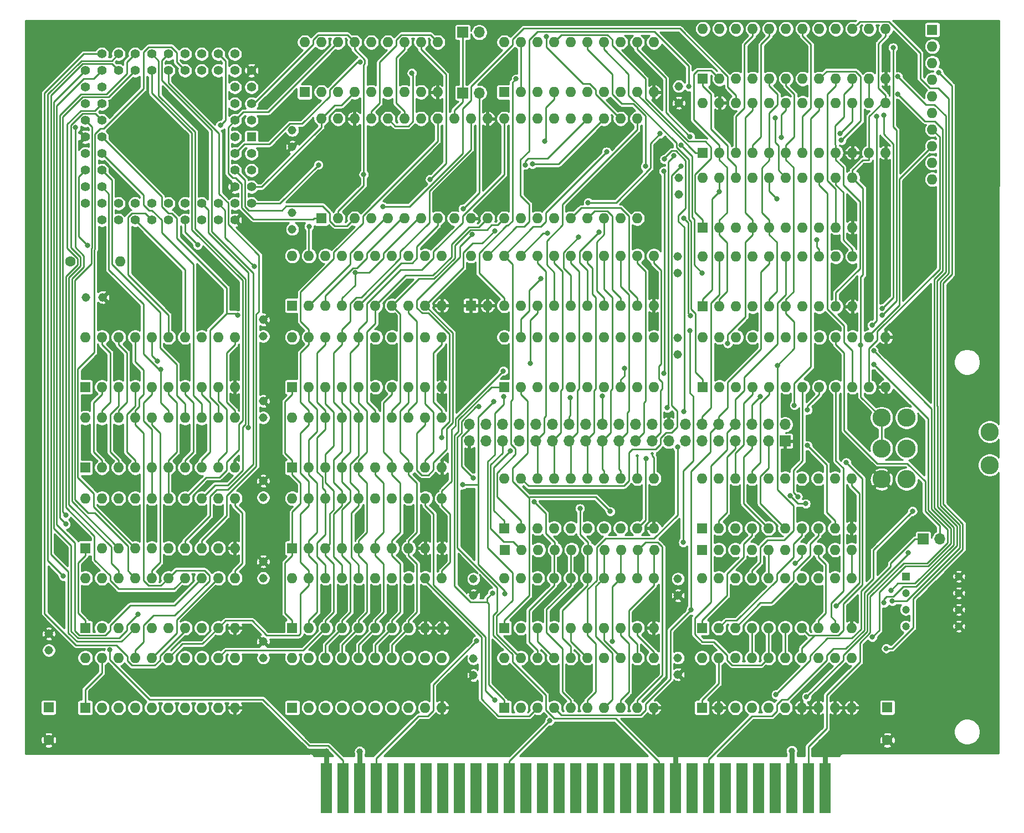
<source format=gbr>
%TF.GenerationSoftware,KiCad,Pcbnew,(5.1.6)-1*%
%TF.CreationDate,2022-09-06T14:02:23-04:00*%
%TF.ProjectId,TinyTurbo286Sch,54696e79-5475-4726-926f-323836536368,rev?*%
%TF.SameCoordinates,Original*%
%TF.FileFunction,Copper,L4,Bot*%
%TF.FilePolarity,Positive*%
%FSLAX46Y46*%
G04 Gerber Fmt 4.6, Leading zero omitted, Abs format (unit mm)*
G04 Created by KiCad (PCBNEW (5.1.6)-1) date 2022-09-06 14:02:23*
%MOMM*%
%LPD*%
G01*
G04 APERTURE LIST*
%TA.AperFunction,ComponentPad*%
%ADD10O,1.600000X1.600000*%
%TD*%
%TA.AperFunction,ComponentPad*%
%ADD11R,1.600000X1.600000*%
%TD*%
%TA.AperFunction,ComponentPad*%
%ADD12R,1.700000X1.700000*%
%TD*%
%TA.AperFunction,ComponentPad*%
%ADD13O,1.700000X1.700000*%
%TD*%
%TA.AperFunction,ComponentPad*%
%ADD14C,1.316000*%
%TD*%
%TA.AperFunction,ComponentPad*%
%ADD15C,1.600000*%
%TD*%
%TA.AperFunction,ConnectorPad*%
%ADD16R,1.780000X7.620000*%
%TD*%
%TA.AperFunction,ComponentPad*%
%ADD17C,2.781000*%
%TD*%
%TA.AperFunction,ComponentPad*%
%ADD18R,1.200000X1.200000*%
%TD*%
%TA.AperFunction,ComponentPad*%
%ADD19C,1.200000*%
%TD*%
%TA.AperFunction,ComponentPad*%
%ADD20C,1.422400*%
%TD*%
%TA.AperFunction,ComponentPad*%
%ADD21R,1.422400X1.422400*%
%TD*%
%TA.AperFunction,ViaPad*%
%ADD22C,1.000000*%
%TD*%
%TA.AperFunction,ViaPad*%
%ADD23C,0.800000*%
%TD*%
%TA.AperFunction,ViaPad*%
%ADD24C,0.500000*%
%TD*%
%TA.AperFunction,Conductor*%
%ADD25C,0.800000*%
%TD*%
%TA.AperFunction,Conductor*%
%ADD26C,0.250000*%
%TD*%
%TA.AperFunction,Conductor*%
%ADD27C,0.254000*%
%TD*%
G04 APERTURE END LIST*
D10*
%TO.P,UD4,20*%
%TO.N,VCC*%
X171831000Y-72390000D03*
%TO.P,UD4,10*%
%TO.N,GND*%
X194691000Y-80010000D03*
%TO.P,UD4,19*%
%TO.N,/8088A19*%
X174371000Y-72390000D03*
%TO.P,UD4,9*%
%TO.N,/286~MIOL*%
X192151000Y-80010000D03*
%TO.P,UD4,18*%
%TO.N,/286A19*%
X176911000Y-72390000D03*
%TO.P,UD4,8*%
%TO.N,/286M~IO*%
X189611000Y-80010000D03*
%TO.P,UD4,17*%
%TO.N,/286A18*%
X179451000Y-72390000D03*
%TO.P,UD4,7*%
%TO.N,/286~BHE*%
X187071000Y-80010000D03*
%TO.P,UD4,16*%
%TO.N,/8088A18*%
X181991000Y-72390000D03*
%TO.P,UD4,6*%
%TO.N,/286~BHEL*%
X184531000Y-80010000D03*
%TO.P,UD4,15*%
%TO.N,/8088A17*%
X184531000Y-72390000D03*
%TO.P,UD4,5*%
%TO.N,/286~S1L*%
X181991000Y-80010000D03*
%TO.P,UD4,14*%
%TO.N,/286A17*%
X187071000Y-72390000D03*
%TO.P,UD4,4*%
%TO.N,/286~S1*%
X179451000Y-80010000D03*
%TO.P,UD4,13*%
%TO.N,/286A16*%
X189611000Y-72390000D03*
%TO.P,UD4,3*%
%TO.N,/286~S0*%
X176911000Y-80010000D03*
%TO.P,UD4,12*%
%TO.N,/8088A16*%
X192151000Y-72390000D03*
%TO.P,UD4,2*%
%TO.N,/286~S0L*%
X174371000Y-80010000D03*
%TO.P,UD4,11*%
%TO.N,/286_ALATCH*%
X194691000Y-72390000D03*
D11*
%TO.P,UD4,1*%
%TO.N,/~286_ADDR*%
X171831000Y-80010000D03*
%TD*%
D12*
%TO.P,J1,1*%
%TO.N,GND*%
X184404000Y-100584000D03*
D13*
%TO.P,J1,40*%
%TO.N,VCC*%
X184404000Y-98044000D03*
%TO.P,J1,2*%
%TO.N,/8088A14L*%
X181864000Y-100584000D03*
%TO.P,J1,39*%
%TO.N,/8088A15L*%
X181864000Y-98044000D03*
%TO.P,J1,3*%
%TO.N,/8088A13L*%
X179324000Y-100584000D03*
%TO.P,J1,38*%
%TO.N,/8088A16*%
X179324000Y-98044000D03*
%TO.P,J1,4*%
%TO.N,/8088A12L*%
X176784000Y-100584000D03*
%TO.P,J1,37*%
%TO.N,/8088A17*%
X176784000Y-98044000D03*
%TO.P,J1,5*%
%TO.N,/8088A11L*%
X174244000Y-100584000D03*
%TO.P,J1,36*%
%TO.N,/8088A18*%
X174244000Y-98044000D03*
%TO.P,J1,6*%
%TO.N,/8088A10L*%
X171704000Y-100584000D03*
%TO.P,J1,35*%
%TO.N,/8088A19*%
X171704000Y-98044000D03*
%TO.P,J1,7*%
%TO.N,/8088A9L*%
X169164000Y-100584000D03*
%TO.P,J1,34*%
%TO.N,/8088_RESET*%
X169164000Y-98044000D03*
%TO.P,J1,8*%
%TO.N,/8088A8L*%
X166624000Y-100584000D03*
%TO.P,J1,33*%
%TO.N,GND*%
X166624000Y-98044000D03*
%TO.P,J1,9*%
%TO.N,/8088AD7*%
X164084000Y-100584000D03*
%TO.P,J1,32*%
%TO.N,Net-(J1-Pad32)*%
X164084000Y-98044000D03*
%TO.P,J1,10*%
%TO.N,/8088AD6*%
X161544000Y-100584000D03*
%TO.P,J1,31*%
%TO.N,Net-(J1-Pad31)*%
X161544000Y-98044000D03*
%TO.P,J1,11*%
%TO.N,/8088AD5*%
X159004000Y-100584000D03*
%TO.P,J1,30*%
%TO.N,Net-(J1-Pad30)*%
X159004000Y-98044000D03*
%TO.P,J1,12*%
%TO.N,/8088AD4*%
X156464000Y-100584000D03*
%TO.P,J1,29*%
%TO.N,/8088~LOCK*%
X156464000Y-98044000D03*
%TO.P,J1,13*%
%TO.N,/8088AD3*%
X153924000Y-100584000D03*
%TO.P,J1,28*%
%TO.N,/8088~S2*%
X153924000Y-98044000D03*
%TO.P,J1,14*%
%TO.N,/8088AD2*%
X151384000Y-100584000D03*
%TO.P,J1,27*%
%TO.N,/8088~S1*%
X151384000Y-98044000D03*
%TO.P,J1,15*%
%TO.N,/8088AD1*%
X148844000Y-100584000D03*
%TO.P,J1,26*%
%TO.N,/8088~S0*%
X148844000Y-98044000D03*
%TO.P,J1,16*%
%TO.N,/8088AD0*%
X146304000Y-100584000D03*
%TO.P,J1,25*%
%TO.N,Net-(J1-Pad25)*%
X146304000Y-98044000D03*
%TO.P,J1,17*%
%TO.N,/8088NMI*%
X143764000Y-100584000D03*
%TO.P,J1,24*%
%TO.N,Net-(J1-Pad24)*%
X143764000Y-98044000D03*
%TO.P,J1,18*%
%TO.N,/INTR*%
X141224000Y-100584000D03*
%TO.P,J1,23*%
%TO.N,Net-(J1-Pad23)*%
X141224000Y-98044000D03*
%TO.P,J1,19*%
%TO.N,/5MHZ*%
X138684000Y-100584000D03*
%TO.P,J1,22*%
%TO.N,/8088READY*%
X138684000Y-98044000D03*
%TO.P,J1,20*%
%TO.N,GND*%
X136144000Y-100584000D03*
%TO.P,J1,21*%
%TO.N,/PLANAR_RESET*%
X136144000Y-98044000D03*
%TD*%
D14*
%TO.P,C1,2*%
%TO.N,GND*%
X109093000Y-65659000D03*
%TO.P,C1,1*%
%TO.N,Net-(C1-Pad1)*%
X109093000Y-68199000D03*
%TD*%
D11*
%TO.P,C2,1*%
%TO.N,VCC*%
X71882000Y-141304000D03*
D15*
%TO.P,C2,2*%
%TO.N,GND*%
X71882000Y-146304000D03*
%TD*%
%TO.P,C3,2*%
%TO.N,GND*%
X200025000Y-146304000D03*
D11*
%TO.P,C3,1*%
%TO.N,VCC*%
X200025000Y-141304000D03*
%TD*%
D14*
%TO.P,C4,1*%
%TO.N,VCC*%
X77597000Y-78613000D03*
%TO.P,C4,2*%
%TO.N,GND*%
X80137000Y-78613000D03*
%TD*%
%TO.P,C5,2*%
%TO.N,GND*%
X71882000Y-130048000D03*
%TO.P,C5,1*%
%TO.N,VCC*%
X71882000Y-132588000D03*
%TD*%
%TO.P,C6,2*%
%TO.N,GND*%
X109093000Y-55626000D03*
%TO.P,C6,1*%
%TO.N,VCC*%
X109093000Y-53086000D03*
%TD*%
%TO.P,C7,1*%
%TO.N,VCC*%
X104648000Y-84582000D03*
%TO.P,C7,2*%
%TO.N,GND*%
X104648000Y-82042000D03*
%TD*%
%TO.P,C8,1*%
%TO.N,VCC*%
X104648000Y-97028000D03*
%TO.P,C8,2*%
%TO.N,GND*%
X104648000Y-94488000D03*
%TD*%
%TO.P,C9,2*%
%TO.N,GND*%
X104648000Y-106680000D03*
%TO.P,C9,1*%
%TO.N,VCC*%
X104648000Y-109220000D03*
%TD*%
%TO.P,C10,2*%
%TO.N,GND*%
X104648000Y-118999000D03*
%TO.P,C10,1*%
%TO.N,VCC*%
X104648000Y-121539000D03*
%TD*%
%TO.P,C11,1*%
%TO.N,VCC*%
X104648000Y-133731000D03*
%TO.P,C11,2*%
%TO.N,GND*%
X104648000Y-131191000D03*
%TD*%
%TO.P,C12,1*%
%TO.N,VCC*%
X136779000Y-121666000D03*
%TO.P,C12,2*%
%TO.N,GND*%
X136779000Y-124206000D03*
%TD*%
%TO.P,C13,2*%
%TO.N,GND*%
X136779000Y-136398000D03*
%TO.P,C13,1*%
%TO.N,VCC*%
X136779000Y-133858000D03*
%TD*%
%TO.P,C14,2*%
%TO.N,GND*%
X168148000Y-48895000D03*
%TO.P,C14,1*%
%TO.N,VCC*%
X168148000Y-46355000D03*
%TD*%
%TO.P,C15,1*%
%TO.N,VCC*%
X168148000Y-60325000D03*
%TO.P,C15,2*%
%TO.N,GND*%
X168148000Y-62865000D03*
%TD*%
%TO.P,C16,1*%
%TO.N,VCC*%
X168021000Y-72390000D03*
%TO.P,C16,2*%
%TO.N,GND*%
X168021000Y-74930000D03*
%TD*%
%TO.P,C17,2*%
%TO.N,GND*%
X168021000Y-87376000D03*
%TO.P,C17,1*%
%TO.N,VCC*%
X168021000Y-84836000D03*
%TD*%
%TO.P,C18,1*%
%TO.N,VCC*%
X168021000Y-121666000D03*
%TO.P,C18,2*%
%TO.N,GND*%
X168021000Y-124206000D03*
%TD*%
%TO.P,C19,1*%
%TO.N,VCC*%
X168021000Y-133731000D03*
%TO.P,C19,2*%
%TO.N,GND*%
X168021000Y-136271000D03*
%TD*%
D16*
%TO.P,J2,1*%
%TO.N,GND*%
X190500000Y-153670000D03*
%TO.P,J2,2*%
%TO.N,/ISA_RESET*%
X187960000Y-153670000D03*
%TO.P,J2,3*%
%TO.N,VCC*%
X185420000Y-153670000D03*
%TO.P,J2,4*%
%TO.N,Net-(J2-Pad4)*%
X182880000Y-153670000D03*
%TO.P,J2,5*%
%TO.N,Net-(J2-Pad5)*%
X180340000Y-153670000D03*
%TO.P,J2,6*%
%TO.N,Net-(J2-Pad6)*%
X177800000Y-153670000D03*
%TO.P,J2,7*%
%TO.N,Net-(J2-Pad7)*%
X175260000Y-153670000D03*
%TO.P,J2,8*%
%TO.N,/~ISA_CRD_SEL*%
X172720000Y-153670000D03*
%TO.P,J2,9*%
%TO.N,Net-(J2-Pad9)*%
X170180000Y-153670000D03*
%TO.P,J2,10*%
%TO.N,GND*%
X167640000Y-153670000D03*
%TO.P,J2,11*%
%TO.N,/~ISA_SMEMW*%
X165100000Y-153670000D03*
%TO.P,J2,12*%
%TO.N,Net-(J2-Pad12)*%
X162560000Y-153670000D03*
%TO.P,J2,13*%
%TO.N,Net-(J2-Pad13)*%
X160020000Y-153670000D03*
%TO.P,J2,14*%
%TO.N,Net-(J2-Pad14)*%
X157480000Y-153670000D03*
%TO.P,J2,15*%
%TO.N,Net-(J2-Pad15)*%
X154940000Y-153670000D03*
%TO.P,J2,16*%
%TO.N,Net-(J2-Pad16)*%
X152400000Y-153670000D03*
%TO.P,J2,17*%
%TO.N,Net-(J2-Pad17)*%
X149860000Y-153670000D03*
%TO.P,J2,18*%
%TO.N,Net-(J2-Pad18)*%
X147320000Y-153670000D03*
%TO.P,J2,19*%
%TO.N,Net-(J2-Pad19)*%
X144780000Y-153670000D03*
%TO.P,J2,20*%
%TO.N,/ISA_CLK*%
X142240000Y-153670000D03*
%TO.P,J2,21*%
%TO.N,Net-(J2-Pad21)*%
X139700000Y-153670000D03*
%TO.P,J2,22*%
%TO.N,Net-(J2-Pad22)*%
X137160000Y-153670000D03*
%TO.P,J2,23*%
%TO.N,Net-(J2-Pad23)*%
X134620000Y-153670000D03*
%TO.P,J2,24*%
%TO.N,Net-(J2-Pad24)*%
X132080000Y-153670000D03*
%TO.P,J2,25*%
%TO.N,Net-(J2-Pad25)*%
X129540000Y-153670000D03*
%TO.P,J2,26*%
%TO.N,Net-(J2-Pad26)*%
X127000000Y-153670000D03*
%TO.P,J2,27*%
%TO.N,Net-(J2-Pad27)*%
X124460000Y-153670000D03*
%TO.P,J2,28*%
%TO.N,/ISA_ALE*%
X121920000Y-153670000D03*
%TO.P,J2,29*%
%TO.N,VCC*%
X119380000Y-153670000D03*
%TO.P,J2,30*%
%TO.N,/OSC*%
X116840000Y-153670000D03*
%TO.P,J2,31*%
%TO.N,GND*%
X114300000Y-153670000D03*
%TD*%
D15*
%TO.P,R1,1*%
%TO.N,VCC*%
X75184000Y-73152000D03*
D10*
%TO.P,R1,2*%
%TO.N,/286~READY*%
X82804000Y-73152000D03*
%TD*%
D11*
%TO.P,RP1,1*%
%TO.N,VCC*%
X206883000Y-37719000D03*
D10*
%TO.P,RP1,2*%
%TO.N,/~PEACK*%
X206883000Y-40259000D03*
%TO.P,RP1,3*%
%TO.N,/286~S1L*%
X206883000Y-42799000D03*
%TO.P,RP1,4*%
%TO.N,/286~BHEL*%
X206883000Y-45339000D03*
%TO.P,RP1,5*%
%TO.N,/286~MIOL*%
X206883000Y-47879000D03*
%TO.P,RP1,6*%
%TO.N,/~286_ADDR*%
X206883000Y-50419000D03*
%TO.P,RP1,7*%
%TO.N,/~ERROR*%
X206883000Y-52959000D03*
%TO.P,RP1,8*%
%TO.N,/~BUSY*%
X206883000Y-55499000D03*
%TO.P,RP1,9*%
%TO.N,/286~S0L*%
X206883000Y-58039000D03*
%TO.P,RP1,10*%
%TO.N,/ADB_~G2*%
X206883000Y-60579000D03*
%TD*%
D11*
%TO.P,RP2,1*%
%TO.N,VCC*%
X141605000Y-117221000D03*
D10*
%TO.P,RP2,2*%
%TO.N,/INTR*%
X144145000Y-117221000D03*
%TO.P,RP2,3*%
%TO.N,/TAG7*%
X146685000Y-117221000D03*
%TO.P,RP2,4*%
%TO.N,/TAG0*%
X149225000Y-117221000D03*
%TO.P,RP2,5*%
%TO.N,/TAG1*%
X151765000Y-117221000D03*
%TO.P,RP2,6*%
%TO.N,/TAG2*%
X154305000Y-117221000D03*
%TO.P,RP2,7*%
%TO.N,/TAG3*%
X156845000Y-117221000D03*
%TO.P,RP2,8*%
%TO.N,/TAG4*%
X159385000Y-117221000D03*
%TO.P,RP2,9*%
%TO.N,/TAG5*%
X161925000Y-117221000D03*
%TO.P,RP2,10*%
%TO.N,/TAG6*%
X164465000Y-117221000D03*
%TD*%
%TO.P,RP3,10*%
%TO.N,/DIPSW1*%
X194564000Y-117221000D03*
%TO.P,RP3,9*%
%TO.N,/ISA_DB0*%
X192024000Y-117221000D03*
%TO.P,RP3,8*%
%TO.N,/DIPSW4*%
X189484000Y-117221000D03*
%TO.P,RP3,7*%
%TO.N,/DIPSW2*%
X186944000Y-117221000D03*
%TO.P,RP3,6*%
%TO.N,/~CACHECMP*%
X184404000Y-117221000D03*
%TO.P,RP3,5*%
%TO.N,/DIPSW3*%
X181864000Y-117221000D03*
%TO.P,RP3,4*%
%TO.N,/~TURBO*%
X179324000Y-117221000D03*
%TO.P,RP3,3*%
%TO.N,/RSTPU*%
X176784000Y-117221000D03*
%TO.P,RP3,2*%
%TO.N,/286D7*%
X174244000Y-117221000D03*
D11*
%TO.P,RP3,1*%
%TO.N,VCC*%
X171704000Y-117221000D03*
%TD*%
D17*
%TO.P,SW1,1*%
%TO.N,GND*%
X199136000Y-106426000D03*
%TO.P,SW1,2*%
%TO.N,/~TURBO*%
X199136000Y-101726000D03*
%TO.P,SW1,3*%
X199136000Y-97026000D03*
%TO.P,SW1,4*%
%TO.N,/RSTPU*%
X202946000Y-106426000D03*
%TO.P,SW1,5*%
%TO.N,/8088_RESET*%
X202946000Y-101726000D03*
%TO.P,SW1,6*%
%TO.N,/PLANAR_RESET*%
X202946000Y-97026000D03*
%TO.P,SW1,MH1*%
%TO.N,N/C*%
X215646000Y-104266000D03*
%TO.P,SW1,MH2*%
X215646000Y-99186000D03*
%TD*%
D18*
%TO.P,SW2,1*%
%TO.N,/DIPSW1*%
X202847000Y-121285000D03*
D19*
%TO.P,SW2,2*%
%TO.N,/DIPSW2*%
X202847000Y-123825000D03*
%TO.P,SW2,3*%
%TO.N,/DIPSW3*%
X202847000Y-126365000D03*
%TO.P,SW2,4*%
%TO.N,/DIPSW4*%
X202847000Y-128905000D03*
%TO.P,SW2,5*%
%TO.N,GND*%
X210947000Y-128905000D03*
%TO.P,SW2,6*%
X210947000Y-126365000D03*
%TO.P,SW2,7*%
X210947000Y-123825000D03*
%TO.P,SW2,8*%
X210947000Y-121285000D03*
%TD*%
D20*
%TO.P,UA2,2*%
%TO.N,Net-(UA2-Pad2)*%
X100330000Y-54102000D03*
%TO.P,UA2,4*%
%TO.N,/286~S1*%
X100330000Y-51562000D03*
%TO.P,UA2,6*%
%TO.N,/~PEACK*%
X100330000Y-49022000D03*
%TO.P,UA2,8*%
%TO.N,Net-(UA2-Pad8)*%
X100330000Y-46482000D03*
%TO.P,UA2,68*%
%TO.N,/286~LOCK*%
X100330000Y-56642000D03*
%TO.P,UA2,66*%
%TO.N,/COD_~INTA*%
X100330000Y-59182000D03*
%TO.P,UA2,64*%
%TO.N,GND*%
X100330000Y-61722000D03*
%TO.P,UA2,62*%
%TO.N,VCC*%
X100330000Y-64262000D03*
D21*
%TO.P,UA2,1*%
%TO.N,/286~BHE*%
X102870000Y-54102000D03*
D20*
%TO.P,UA2,3*%
%TO.N,Net-(UA2-Pad3)*%
X102870000Y-51562000D03*
%TO.P,UA2,5*%
%TO.N,/286~S0*%
X102870000Y-49022000D03*
%TO.P,UA2,7*%
%TO.N,Net-(UA2-Pad7)*%
X102870000Y-46482000D03*
%TO.P,UA2,9*%
%TO.N,GND*%
X102870000Y-43942000D03*
%TO.P,UA2,67*%
%TO.N,/286M~IO*%
X102870000Y-56642000D03*
%TO.P,UA2,65*%
%TO.N,Net-(UA2-Pad65)*%
X102870000Y-59182000D03*
%TO.P,UA2,63*%
%TO.N,/286~READY*%
X102870000Y-61722000D03*
%TO.P,UA2,11*%
%TO.N,Net-(UA2-Pad11)*%
X100330000Y-43942000D03*
%TO.P,UA2,13*%
%TO.N,/286A18*%
X97790000Y-43942000D03*
%TO.P,UA2,15*%
%TO.N,/286A16*%
X95250000Y-43942000D03*
%TO.P,UA2,17*%
%TO.N,/286A14*%
X92710000Y-43942000D03*
%TO.P,UA2,19*%
%TO.N,/286A12*%
X90170000Y-43942000D03*
%TO.P,UA2,21*%
%TO.N,/286A10*%
X87630000Y-43942000D03*
%TO.P,UA2,23*%
%TO.N,/286A8*%
X85090000Y-43942000D03*
%TO.P,UA2,25*%
%TO.N,/286A6*%
X82550000Y-43942000D03*
%TO.P,UA2,10*%
%TO.N,Net-(UA2-Pad10)*%
X100330000Y-41402000D03*
%TO.P,UA2,12*%
%TO.N,/286A19*%
X97790000Y-41402000D03*
%TO.P,UA2,14*%
%TO.N,/286A17*%
X95250000Y-41402000D03*
%TO.P,UA2,16*%
%TO.N,/286A15*%
X92710000Y-41402000D03*
%TO.P,UA2,18*%
%TO.N,/286A13*%
X90170000Y-41402000D03*
%TO.P,UA2,20*%
%TO.N,/286A11*%
X87630000Y-41402000D03*
%TO.P,UA2,22*%
%TO.N,/286A9*%
X85090000Y-41402000D03*
%TO.P,UA2,24*%
%TO.N,/286A7*%
X82550000Y-41402000D03*
%TO.P,UA2,26*%
%TO.N,/286A5*%
X80010000Y-41402000D03*
%TO.P,UA2,28*%
%TO.N,/286A3*%
X80010000Y-43942000D03*
%TO.P,UA2,30*%
%TO.N,VCC*%
X80010000Y-46482000D03*
%TO.P,UA2,32*%
%TO.N,/286A2*%
X80010000Y-49022000D03*
%TO.P,UA2,34*%
%TO.N,/286A0*%
X80010000Y-51562000D03*
%TO.P,UA2,36*%
%TO.N,/286D0*%
X80010000Y-54102000D03*
%TO.P,UA2,38*%
%TO.N,/286D1*%
X80010000Y-56642000D03*
%TO.P,UA2,40*%
%TO.N,/286D2*%
X80010000Y-59182000D03*
%TO.P,UA2,42*%
%TO.N,/286D3*%
X80010000Y-61722000D03*
%TO.P,UA2,44*%
%TO.N,/286D4*%
X80010000Y-66802000D03*
%TO.P,UA2,27*%
%TO.N,/286A4*%
X77470000Y-43942000D03*
%TO.P,UA2,29*%
%TO.N,/286RESET*%
X77470000Y-46482000D03*
%TO.P,UA2,31*%
%TO.N,/286CLK*%
X77470000Y-49022000D03*
%TO.P,UA2,33*%
%TO.N,/286A1*%
X77470000Y-51562000D03*
%TO.P,UA2,35*%
%TO.N,GND*%
X77470000Y-54102000D03*
%TO.P,UA2,37*%
%TO.N,/286D8*%
X77470000Y-56642000D03*
%TO.P,UA2,39*%
%TO.N,/286D9*%
X77470000Y-59182000D03*
%TO.P,UA2,41*%
%TO.N,/286D10*%
X77470000Y-61722000D03*
%TO.P,UA2,43*%
%TO.N,/286D11*%
X77470000Y-64262000D03*
%TO.P,UA2,45*%
%TO.N,/286D12*%
X80010000Y-64262000D03*
%TO.P,UA2,47*%
%TO.N,/286D13*%
X82550000Y-64262000D03*
%TO.P,UA2,49*%
%TO.N,/286D14*%
X85090000Y-64262000D03*
%TO.P,UA2,51*%
%TO.N,/286D15*%
X87630000Y-64262000D03*
%TO.P,UA2,53*%
%TO.N,VCC*%
X90170000Y-64262000D03*
%TO.P,UA2,55*%
%TO.N,Net-(UA2-Pad55)*%
X92710000Y-64262000D03*
%TO.P,UA2,57*%
%TO.N,/INTR*%
X95250000Y-64262000D03*
%TO.P,UA2,59*%
%TO.N,/286NMI*%
X97790000Y-64262000D03*
%TO.P,UA2,61*%
%TO.N,/PEREQ*%
X102870000Y-64262000D03*
%TO.P,UA2,46*%
%TO.N,/286D5*%
X82550000Y-66802000D03*
%TO.P,UA2,48*%
%TO.N,/286D6*%
X85090000Y-66802000D03*
%TO.P,UA2,50*%
%TO.N,/286D7*%
X87630000Y-66802000D03*
%TO.P,UA2,52*%
%TO.N,Net-(C1-Pad1)*%
X90170000Y-66802000D03*
%TO.P,UA2,54*%
%TO.N,/286~BUSY*%
X92710000Y-66802000D03*
%TO.P,UA2,56*%
%TO.N,Net-(UA2-Pad56)*%
X95250000Y-66802000D03*
%TO.P,UA2,58*%
%TO.N,Net-(UA2-Pad58)*%
X97790000Y-66802000D03*
%TO.P,UA2,60*%
%TO.N,GND*%
X100330000Y-66802000D03*
%TD*%
D11*
%TO.P,UA5,1*%
%TO.N,/CACHE_A4*%
X77470000Y-92329000D03*
D10*
%TO.P,UA5,11*%
%TO.N,/CACHE_~WR*%
X100330000Y-84709000D03*
%TO.P,UA5,2*%
%TO.N,/CACHE_A5*%
X80010000Y-92329000D03*
%TO.P,UA5,12*%
%TO.N,/286D4*%
X97790000Y-84709000D03*
%TO.P,UA5,3*%
%TO.N,/CACHE_A6*%
X82550000Y-92329000D03*
%TO.P,UA5,13*%
%TO.N,/286D5*%
X95250000Y-84709000D03*
%TO.P,UA5,4*%
%TO.N,/CACHE_A7*%
X85090000Y-92329000D03*
%TO.P,UA5,14*%
%TO.N,/286D6*%
X92710000Y-84709000D03*
%TO.P,UA5,5*%
%TO.N,/CACHE_A8*%
X87630000Y-92329000D03*
%TO.P,UA5,15*%
%TO.N,/286D7*%
X90170000Y-84709000D03*
%TO.P,UA5,6*%
%TO.N,/CACHE_A9*%
X90170000Y-92329000D03*
%TO.P,UA5,16*%
%TO.N,/CACHE_A0*%
X87630000Y-84709000D03*
%TO.P,UA5,7*%
%TO.N,/CACHE_A10*%
X92710000Y-92329000D03*
%TO.P,UA5,17*%
%TO.N,/CACHE_A1*%
X85090000Y-84709000D03*
%TO.P,UA5,8*%
%TO.N,/CACHE_A11*%
X95250000Y-92329000D03*
%TO.P,UA5,18*%
%TO.N,/CACHE_A2*%
X82550000Y-84709000D03*
%TO.P,UA5,9*%
%TO.N,/CACHE_~ELO*%
X97790000Y-92329000D03*
%TO.P,UA5,19*%
%TO.N,/CACHE_A3*%
X80010000Y-84709000D03*
%TO.P,UA5,10*%
%TO.N,GND*%
X100330000Y-92329000D03*
%TO.P,UA5,20*%
%TO.N,VCC*%
X77470000Y-84709000D03*
%TD*%
%TO.P,UA6,20*%
%TO.N,VCC*%
X77470000Y-97028000D03*
%TO.P,UA6,10*%
%TO.N,GND*%
X100330000Y-104648000D03*
%TO.P,UA6,19*%
%TO.N,/CACHE_A3*%
X80010000Y-97028000D03*
%TO.P,UA6,9*%
%TO.N,/CACHE_~ELO*%
X97790000Y-104648000D03*
%TO.P,UA6,18*%
%TO.N,/CACHE_A2*%
X82550000Y-97028000D03*
%TO.P,UA6,8*%
%TO.N,/CACHE_A11*%
X95250000Y-104648000D03*
%TO.P,UA6,17*%
%TO.N,/CACHE_A1*%
X85090000Y-97028000D03*
%TO.P,UA6,7*%
%TO.N,/CACHE_A10*%
X92710000Y-104648000D03*
%TO.P,UA6,16*%
%TO.N,/CACHE_A0*%
X87630000Y-97028000D03*
%TO.P,UA6,6*%
%TO.N,/CACHE_A9*%
X90170000Y-104648000D03*
%TO.P,UA6,15*%
%TO.N,/286D3*%
X90170000Y-97028000D03*
%TO.P,UA6,5*%
%TO.N,/CACHE_A8*%
X87630000Y-104648000D03*
%TO.P,UA6,14*%
%TO.N,/286D2*%
X92710000Y-97028000D03*
%TO.P,UA6,4*%
%TO.N,/CACHE_A7*%
X85090000Y-104648000D03*
%TO.P,UA6,13*%
%TO.N,/286D1*%
X95250000Y-97028000D03*
%TO.P,UA6,3*%
%TO.N,/CACHE_A6*%
X82550000Y-104648000D03*
%TO.P,UA6,12*%
%TO.N,/286D0*%
X97790000Y-97028000D03*
%TO.P,UA6,2*%
%TO.N,/CACHE_A5*%
X80010000Y-104648000D03*
%TO.P,UA6,11*%
%TO.N,/CACHE_~WR*%
X100330000Y-97028000D03*
D11*
%TO.P,UA6,1*%
%TO.N,/CACHE_A4*%
X77470000Y-104648000D03*
%TD*%
%TO.P,UA7,1*%
%TO.N,/~286_ADDR*%
X77470000Y-116967000D03*
D10*
%TO.P,UA7,11*%
%TO.N,/286_ALATCH*%
X100330000Y-109347000D03*
%TO.P,UA7,2*%
%TO.N,/8088A15*%
X80010000Y-116967000D03*
%TO.P,UA7,12*%
%TO.N,/CACHE_A10*%
X97790000Y-109347000D03*
%TO.P,UA7,3*%
%TO.N,/286A15*%
X82550000Y-116967000D03*
%TO.P,UA7,13*%
%TO.N,/286A11*%
X95250000Y-109347000D03*
%TO.P,UA7,4*%
%TO.N,/286A14*%
X85090000Y-116967000D03*
%TO.P,UA7,14*%
%TO.N,/286A10*%
X92710000Y-109347000D03*
%TO.P,UA7,5*%
%TO.N,/8088A14*%
X87630000Y-116967000D03*
%TO.P,UA7,15*%
%TO.N,/CACHE_A9*%
X90170000Y-109347000D03*
%TO.P,UA7,6*%
%TO.N,/8088A13*%
X90170000Y-116967000D03*
%TO.P,UA7,16*%
%TO.N,/CACHE_A8*%
X87630000Y-109347000D03*
%TO.P,UA7,7*%
%TO.N,/286A13*%
X92710000Y-116967000D03*
%TO.P,UA7,17*%
%TO.N,/286A9*%
X85090000Y-109347000D03*
%TO.P,UA7,8*%
%TO.N,/286A12*%
X95250000Y-116967000D03*
%TO.P,UA7,18*%
%TO.N,/286A8*%
X82550000Y-109347000D03*
%TO.P,UA7,9*%
%TO.N,/CACHE_A11*%
X97790000Y-116967000D03*
%TO.P,UA7,19*%
%TO.N,/CACHE_A7*%
X80010000Y-109347000D03*
%TO.P,UA7,10*%
%TO.N,GND*%
X100330000Y-116967000D03*
%TO.P,UA7,20*%
%TO.N,VCC*%
X77470000Y-109347000D03*
%TD*%
%TO.P,UA8,20*%
%TO.N,VCC*%
X77470000Y-121539000D03*
%TO.P,UA8,10*%
%TO.N,GND*%
X100330000Y-129159000D03*
%TO.P,UA8,19*%
%TO.N,/4_C5*%
X80010000Y-121539000D03*
%TO.P,UA8,9*%
%TO.N,/CACHE_A3*%
X97790000Y-129159000D03*
%TO.P,UA8,18*%
%TO.N,/286A0*%
X82550000Y-121539000D03*
%TO.P,UA8,8*%
%TO.N,/286A4*%
X95250000Y-129159000D03*
%TO.P,UA8,17*%
%TO.N,/286A1*%
X85090000Y-121539000D03*
%TO.P,UA8,7*%
%TO.N,/286A5*%
X92710000Y-129159000D03*
%TO.P,UA8,16*%
%TO.N,/CACHE_A0*%
X87630000Y-121539000D03*
%TO.P,UA8,6*%
%TO.N,/CACHE_A4*%
X90170000Y-129159000D03*
%TO.P,UA8,15*%
%TO.N,/CACHE_A1*%
X90170000Y-121539000D03*
%TO.P,UA8,5*%
%TO.N,/CACHE_A5*%
X87630000Y-129159000D03*
%TO.P,UA8,14*%
%TO.N,/286A2*%
X92710000Y-121539000D03*
%TO.P,UA8,4*%
%TO.N,/286A6*%
X85090000Y-129159000D03*
%TO.P,UA8,13*%
%TO.N,/286A3*%
X95250000Y-121539000D03*
%TO.P,UA8,3*%
%TO.N,/286A7*%
X82550000Y-129159000D03*
%TO.P,UA8,12*%
%TO.N,/CACHE_A2*%
X97790000Y-121539000D03*
%TO.P,UA8,2*%
%TO.N,/CACHE_A6*%
X80010000Y-129159000D03*
%TO.P,UA8,11*%
%TO.N,/286_ALATCH*%
X100330000Y-121539000D03*
D11*
%TO.P,UA8,1*%
%TO.N,/~286_ADDR*%
X77470000Y-129159000D03*
%TD*%
D10*
%TO.P,UA9,20*%
%TO.N,VCC*%
X77470000Y-133731000D03*
%TO.P,UA9,10*%
%TO.N,GND*%
X100330000Y-141351000D03*
%TO.P,UA9,19*%
%TO.N,/~ISA_ADDR*%
X80010000Y-133731000D03*
%TO.P,UA9,9*%
%TO.N,Net-(UA9-Pad9)*%
X97790000Y-141351000D03*
%TO.P,UA9,18*%
%TO.N,/CACHE_A0*%
X82550000Y-133731000D03*
%TO.P,UA9,8*%
%TO.N,/ISA_A7*%
X95250000Y-141351000D03*
%TO.P,UA9,17*%
%TO.N,/CACHE_A1*%
X85090000Y-133731000D03*
%TO.P,UA9,7*%
%TO.N,/ISA_A6*%
X92710000Y-141351000D03*
%TO.P,UA9,16*%
%TO.N,/CACHE_A2*%
X87630000Y-133731000D03*
%TO.P,UA9,6*%
%TO.N,/ISA_A5*%
X90170000Y-141351000D03*
%TO.P,UA9,15*%
%TO.N,/CACHE_A3*%
X90170000Y-133731000D03*
%TO.P,UA9,5*%
%TO.N,/ISA_A4*%
X87630000Y-141351000D03*
%TO.P,UA9,14*%
%TO.N,/CACHE_A4*%
X92710000Y-133731000D03*
%TO.P,UA9,4*%
%TO.N,/ISA_A3*%
X85090000Y-141351000D03*
%TO.P,UA9,13*%
%TO.N,/CACHE_A5*%
X95250000Y-133731000D03*
%TO.P,UA9,3*%
%TO.N,/ISA_A2*%
X82550000Y-141351000D03*
%TO.P,UA9,12*%
%TO.N,/CACHE_A6*%
X97790000Y-133731000D03*
%TO.P,UA9,2*%
%TO.N,/ISA_A1*%
X80010000Y-141351000D03*
%TO.P,UA9,11*%
%TO.N,Net-(UA9-Pad11)*%
X100330000Y-133731000D03*
D11*
%TO.P,UA9,1*%
%TO.N,/~ISA_ADDR*%
X77470000Y-141351000D03*
%TD*%
%TO.P,UB1,1*%
%TO.N,VCC*%
X110998000Y-47244000D03*
D10*
%TO.P,UB1,10*%
%TO.N,/286CLK*%
X131318000Y-39624000D03*
%TO.P,UB1,2*%
%TO.N,/~SRDY*%
X113538000Y-47244000D03*
%TO.P,UB1,11*%
%TO.N,/~RES*%
X128778000Y-39624000D03*
%TO.P,UB1,3*%
%TO.N,/~SRDYEN*%
X116078000Y-47244000D03*
%TO.P,UB1,12*%
%TO.N,/286RESET*%
X126238000Y-39624000D03*
%TO.P,UB1,4*%
%TO.N,/286~READY*%
X118618000Y-47244000D03*
%TO.P,UB1,13*%
%TO.N,/PCLK*%
X123698000Y-39624000D03*
%TO.P,UB1,5*%
%TO.N,/EFI*%
X121158000Y-47244000D03*
%TO.P,UB1,14*%
%TO.N,Net-(UB1-Pad14)*%
X121158000Y-39624000D03*
%TO.P,UB1,6*%
%TO.N,VCC*%
X123698000Y-47244000D03*
%TO.P,UB1,15*%
%TO.N,/286~S0*%
X118618000Y-39624000D03*
%TO.P,UB1,7*%
%TO.N,Net-(UB1-Pad7)*%
X126238000Y-47244000D03*
%TO.P,UB1,16*%
%TO.N,/286~S1*%
X116078000Y-39624000D03*
%TO.P,UB1,8*%
%TO.N,Net-(UB1-Pad8)*%
X128778000Y-47244000D03*
%TO.P,UB1,17*%
%TO.N,VCC*%
X113538000Y-39624000D03*
%TO.P,UB1,9*%
%TO.N,GND*%
X131318000Y-47244000D03*
%TO.P,UB1,18*%
%TO.N,VCC*%
X110998000Y-39624000D03*
%TD*%
D11*
%TO.P,UB2,1*%
%TO.N,/286~S1*%
X113538000Y-66548000D03*
D10*
%TO.P,UB2,21*%
%TO.N,/286D2*%
X161798000Y-51308000D03*
%TO.P,UB2,2*%
%TO.N,/286~S0*%
X116078000Y-66548000D03*
%TO.P,UB2,22*%
%TO.N,/286D1*%
X159258000Y-51308000D03*
%TO.P,UB2,3*%
%TO.N,/COD_~INTA*%
X118618000Y-66548000D03*
%TO.P,UB2,23*%
%TO.N,/286D0*%
X156718000Y-51308000D03*
%TO.P,UB2,4*%
%TO.N,Net-(UB2-Pad4)*%
X121158000Y-66548000D03*
%TO.P,UB2,24*%
%TO.N,/PEREQ*%
X154178000Y-51308000D03*
%TO.P,UB2,5*%
%TO.N,/286D15*%
X123698000Y-66548000D03*
%TO.P,UB2,25*%
%TO.N,/~BUSY*%
X151638000Y-51308000D03*
%TO.P,UB2,6*%
%TO.N,/286D14*%
X126238000Y-66548000D03*
%TO.P,UB2,26*%
%TO.N,/~ERROR*%
X149098000Y-51308000D03*
%TO.P,UB2,7*%
%TO.N,/286D13*%
X128778000Y-66548000D03*
%TO.P,UB2,27*%
%TO.N,/~NPRD*%
X146558000Y-51308000D03*
%TO.P,UB2,8*%
%TO.N,/286D12*%
X131318000Y-66548000D03*
%TO.P,UB2,28*%
%TO.N,/~NPWR*%
X144018000Y-51308000D03*
%TO.P,UB2,9*%
%TO.N,Net-(UB2-Pad9)*%
X133858000Y-66548000D03*
%TO.P,UB2,29*%
%TO.N,/CACHE_A0*%
X141478000Y-51308000D03*
%TO.P,UB2,10*%
%TO.N,GND*%
X136398000Y-66548000D03*
%TO.P,UB2,30*%
X138938000Y-51308000D03*
%TO.P,UB2,11*%
%TO.N,/286D11*%
X138938000Y-66548000D03*
%TO.P,UB2,31*%
%TO.N,/CACHE_A1*%
X136398000Y-51308000D03*
%TO.P,UB2,12*%
%TO.N,/286D10*%
X141478000Y-66548000D03*
%TO.P,UB2,32*%
%TO.N,/287CLOCK*%
X133858000Y-51308000D03*
%TO.P,UB2,13*%
%TO.N,Net-(UB2-Pad13)*%
X144018000Y-66548000D03*
%TO.P,UB2,33*%
%TO.N,/CACHE_A3*%
X131318000Y-51308000D03*
%TO.P,UB2,14*%
%TO.N,/286D9*%
X146558000Y-66548000D03*
%TO.P,UB2,34*%
%TO.N,/~NPS1*%
X128778000Y-51308000D03*
%TO.P,UB2,15*%
%TO.N,/286D8*%
X149098000Y-66548000D03*
%TO.P,UB2,35*%
%TO.N,/286RESET*%
X126238000Y-51308000D03*
%TO.P,UB2,16*%
%TO.N,/286D7*%
X151638000Y-66548000D03*
%TO.P,UB2,36*%
%TO.N,/~PEACK*%
X123698000Y-51308000D03*
%TO.P,UB2,17*%
%TO.N,/286D6*%
X154178000Y-66548000D03*
%TO.P,UB2,37*%
%TO.N,/286CLK*%
X121158000Y-51308000D03*
%TO.P,UB2,18*%
%TO.N,/286D5*%
X156718000Y-66548000D03*
%TO.P,UB2,38*%
%TO.N,GND*%
X118618000Y-51308000D03*
%TO.P,UB2,19*%
%TO.N,/286D4*%
X159258000Y-66548000D03*
%TO.P,UB2,39*%
%TO.N,VCC*%
X116078000Y-51308000D03*
%TO.P,UB2,20*%
%TO.N,/286D3*%
X161798000Y-66548000D03*
%TO.P,UB2,40*%
%TO.N,/286~READY*%
X113538000Y-51308000D03*
%TD*%
D11*
%TO.P,UB4,1*%
%TO.N,/DB_DIR*%
X109093000Y-79883000D03*
D10*
%TO.P,UB4,11*%
%TO.N,/8088AD0*%
X131953000Y-72263000D03*
%TO.P,UB4,2*%
%TO.N,/286D15*%
X111633000Y-79883000D03*
%TO.P,UB4,12*%
%TO.N,/8088AD1*%
X129413000Y-72263000D03*
%TO.P,UB4,3*%
%TO.N,/286D14*%
X114173000Y-79883000D03*
%TO.P,UB4,13*%
%TO.N,/8088AD2*%
X126873000Y-72263000D03*
%TO.P,UB4,4*%
%TO.N,/286D13*%
X116713000Y-79883000D03*
%TO.P,UB4,14*%
%TO.N,/8088AD3*%
X124333000Y-72263000D03*
%TO.P,UB4,5*%
%TO.N,/286D12*%
X119253000Y-79883000D03*
%TO.P,UB4,15*%
%TO.N,/8088AD4*%
X121793000Y-72263000D03*
%TO.P,UB4,6*%
%TO.N,/286D11*%
X121793000Y-79883000D03*
%TO.P,UB4,16*%
%TO.N,/8088AD5*%
X119253000Y-72263000D03*
%TO.P,UB4,7*%
%TO.N,/286D10*%
X124333000Y-79883000D03*
%TO.P,UB4,17*%
%TO.N,/8088AD6*%
X116713000Y-72263000D03*
%TO.P,UB4,8*%
%TO.N,/286D9*%
X126873000Y-79883000D03*
%TO.P,UB4,18*%
%TO.N,/8088AD7*%
X114173000Y-72263000D03*
%TO.P,UB4,9*%
%TO.N,/286D8*%
X129413000Y-79883000D03*
%TO.P,UB4,19*%
%TO.N,/DB_~XHI*%
X111633000Y-72263000D03*
%TO.P,UB4,10*%
%TO.N,GND*%
X131953000Y-79883000D03*
%TO.P,UB4,20*%
%TO.N,VCC*%
X109093000Y-72263000D03*
%TD*%
D11*
%TO.P,UB5,1*%
%TO.N,/CACHE_A4*%
X109093000Y-92329000D03*
D10*
%TO.P,UB5,11*%
%TO.N,/CACHE_~WR*%
X131953000Y-84709000D03*
%TO.P,UB5,2*%
%TO.N,/CACHE_A5*%
X111633000Y-92329000D03*
%TO.P,UB5,12*%
%TO.N,/286D12*%
X129413000Y-84709000D03*
%TO.P,UB5,3*%
%TO.N,/CACHE_A6*%
X114173000Y-92329000D03*
%TO.P,UB5,13*%
%TO.N,/286D13*%
X126873000Y-84709000D03*
%TO.P,UB5,4*%
%TO.N,/CACHE_A7*%
X116713000Y-92329000D03*
%TO.P,UB5,14*%
%TO.N,/286D14*%
X124333000Y-84709000D03*
%TO.P,UB5,5*%
%TO.N,/CACHE_A8*%
X119253000Y-92329000D03*
%TO.P,UB5,15*%
%TO.N,/286D15*%
X121793000Y-84709000D03*
%TO.P,UB5,6*%
%TO.N,/CACHE_A9*%
X121793000Y-92329000D03*
%TO.P,UB5,16*%
%TO.N,/CACHE_A0*%
X119253000Y-84709000D03*
%TO.P,UB5,7*%
%TO.N,/CACHE_A10*%
X124333000Y-92329000D03*
%TO.P,UB5,17*%
%TO.N,/CACHE_A1*%
X116713000Y-84709000D03*
%TO.P,UB5,8*%
%TO.N,/CACHE_A11*%
X126873000Y-92329000D03*
%TO.P,UB5,18*%
%TO.N,/CACHE_A2*%
X114173000Y-84709000D03*
%TO.P,UB5,9*%
%TO.N,/CACHE_~EHI*%
X129413000Y-92329000D03*
%TO.P,UB5,19*%
%TO.N,/CACHE_A3*%
X111633000Y-84709000D03*
%TO.P,UB5,10*%
%TO.N,GND*%
X131953000Y-92329000D03*
%TO.P,UB5,20*%
%TO.N,VCC*%
X109093000Y-84709000D03*
%TD*%
%TO.P,UB6,20*%
%TO.N,VCC*%
X109093000Y-97028000D03*
%TO.P,UB6,10*%
%TO.N,GND*%
X131953000Y-104648000D03*
%TO.P,UB6,19*%
%TO.N,/CACHE_A3*%
X111633000Y-97028000D03*
%TO.P,UB6,9*%
%TO.N,/CACHE_~EHI*%
X129413000Y-104648000D03*
%TO.P,UB6,18*%
%TO.N,/CACHE_A2*%
X114173000Y-97028000D03*
%TO.P,UB6,8*%
%TO.N,/CACHE_A11*%
X126873000Y-104648000D03*
%TO.P,UB6,17*%
%TO.N,/CACHE_A1*%
X116713000Y-97028000D03*
%TO.P,UB6,7*%
%TO.N,/CACHE_A10*%
X124333000Y-104648000D03*
%TO.P,UB6,16*%
%TO.N,/CACHE_A0*%
X119253000Y-97028000D03*
%TO.P,UB6,6*%
%TO.N,/CACHE_A9*%
X121793000Y-104648000D03*
%TO.P,UB6,15*%
%TO.N,/286D11*%
X121793000Y-97028000D03*
%TO.P,UB6,5*%
%TO.N,/CACHE_A8*%
X119253000Y-104648000D03*
%TO.P,UB6,14*%
%TO.N,/286D10*%
X124333000Y-97028000D03*
%TO.P,UB6,4*%
%TO.N,/CACHE_A7*%
X116713000Y-104648000D03*
%TO.P,UB6,13*%
%TO.N,/286D9*%
X126873000Y-97028000D03*
%TO.P,UB6,3*%
%TO.N,/CACHE_A6*%
X114173000Y-104648000D03*
%TO.P,UB6,12*%
%TO.N,/286D8*%
X129413000Y-97028000D03*
%TO.P,UB6,2*%
%TO.N,/CACHE_A5*%
X111633000Y-104648000D03*
%TO.P,UB6,11*%
%TO.N,/CACHE_~WR*%
X131953000Y-97028000D03*
D11*
%TO.P,UB6,1*%
%TO.N,/CACHE_A4*%
X109093000Y-104648000D03*
%TD*%
%TO.P,UB7,1*%
%TO.N,/CACHE_A4*%
X109093000Y-116967000D03*
D10*
%TO.P,UB7,11*%
%TO.N,/TAG_~WR*%
X131953000Y-109347000D03*
%TO.P,UB7,2*%
%TO.N,/CACHE_A5*%
X111633000Y-116967000D03*
%TO.P,UB7,12*%
%TO.N,/TAG3*%
X129413000Y-109347000D03*
%TO.P,UB7,3*%
%TO.N,/CACHE_A6*%
X114173000Y-116967000D03*
%TO.P,UB7,13*%
%TO.N,/TAG2*%
X126873000Y-109347000D03*
%TO.P,UB7,4*%
%TO.N,/CACHE_A7*%
X116713000Y-116967000D03*
%TO.P,UB7,14*%
%TO.N,/TAG1*%
X124333000Y-109347000D03*
%TO.P,UB7,5*%
%TO.N,/CACHE_A8*%
X119253000Y-116967000D03*
%TO.P,UB7,15*%
%TO.N,/TAG0*%
X121793000Y-109347000D03*
%TO.P,UB7,6*%
%TO.N,/CACHE_A9*%
X121793000Y-116967000D03*
%TO.P,UB7,16*%
%TO.N,/CACHE_A0*%
X119253000Y-109347000D03*
%TO.P,UB7,7*%
%TO.N,/CACHE_A10*%
X124333000Y-116967000D03*
%TO.P,UB7,17*%
%TO.N,/CACHE_A1*%
X116713000Y-109347000D03*
%TO.P,UB7,8*%
%TO.N,/CACHE_A11*%
X126873000Y-116967000D03*
%TO.P,UB7,18*%
%TO.N,/CACHE_A2*%
X114173000Y-109347000D03*
%TO.P,UB7,9*%
%TO.N,GND*%
X129413000Y-116967000D03*
%TO.P,UB7,19*%
%TO.N,/CACHE_A3*%
X111633000Y-109347000D03*
%TO.P,UB7,10*%
%TO.N,GND*%
X131953000Y-116967000D03*
%TO.P,UB7,20*%
%TO.N,VCC*%
X109093000Y-109347000D03*
%TD*%
%TO.P,UB8,20*%
%TO.N,VCC*%
X109093000Y-121539000D03*
%TO.P,UB8,10*%
%TO.N,GND*%
X131953000Y-129159000D03*
%TO.P,UB8,19*%
%TO.N,/CACHE_A3*%
X111633000Y-121539000D03*
%TO.P,UB8,9*%
%TO.N,GND*%
X129413000Y-129159000D03*
%TO.P,UB8,18*%
%TO.N,/CACHE_A2*%
X114173000Y-121539000D03*
%TO.P,UB8,8*%
%TO.N,/CACHE_A11*%
X126873000Y-129159000D03*
%TO.P,UB8,17*%
%TO.N,/CACHE_A1*%
X116713000Y-121539000D03*
%TO.P,UB8,7*%
%TO.N,/CACHE_A10*%
X124333000Y-129159000D03*
%TO.P,UB8,16*%
%TO.N,/CACHE_A0*%
X119253000Y-121539000D03*
%TO.P,UB8,6*%
%TO.N,/CACHE_A9*%
X121793000Y-129159000D03*
%TO.P,UB8,15*%
%TO.N,/TAG4*%
X121793000Y-121539000D03*
%TO.P,UB8,5*%
%TO.N,/CACHE_A8*%
X119253000Y-129159000D03*
%TO.P,UB8,14*%
%TO.N,/TAG5*%
X124333000Y-121539000D03*
%TO.P,UB8,4*%
%TO.N,/CACHE_A7*%
X116713000Y-129159000D03*
%TO.P,UB8,13*%
%TO.N,/TAG6*%
X126873000Y-121539000D03*
%TO.P,UB8,3*%
%TO.N,/CACHE_A6*%
X114173000Y-129159000D03*
%TO.P,UB8,12*%
%TO.N,/TAG7*%
X129413000Y-121539000D03*
%TO.P,UB8,2*%
%TO.N,/CACHE_A5*%
X111633000Y-129159000D03*
%TO.P,UB8,11*%
%TO.N,/TAG_~WR*%
X131953000Y-121539000D03*
D11*
%TO.P,UB8,1*%
%TO.N,/CACHE_A4*%
X109093000Y-129159000D03*
%TD*%
D10*
%TO.P,UB9,20*%
%TO.N,VCC*%
X109093000Y-133731000D03*
%TO.P,UB9,10*%
%TO.N,GND*%
X131953000Y-141351000D03*
%TO.P,UB9,19*%
%TO.N,/~ISA_ADDR*%
X111633000Y-133731000D03*
%TO.P,UB9,9*%
%TO.N,/ISA_A15*%
X129413000Y-141351000D03*
%TO.P,UB9,18*%
%TO.N,/CACHE_A7*%
X114173000Y-133731000D03*
%TO.P,UB9,8*%
%TO.N,/ISA_A14*%
X126873000Y-141351000D03*
%TO.P,UB9,17*%
%TO.N,/CACHE_A8*%
X116713000Y-133731000D03*
%TO.P,UB9,7*%
%TO.N,/ISA_A13*%
X124333000Y-141351000D03*
%TO.P,UB9,16*%
%TO.N,/CACHE_A9*%
X119253000Y-133731000D03*
%TO.P,UB9,6*%
%TO.N,/ISA_A12*%
X121793000Y-141351000D03*
%TO.P,UB9,15*%
%TO.N,/CACHE_A10*%
X121793000Y-133731000D03*
%TO.P,UB9,5*%
%TO.N,/ISA_A11*%
X119253000Y-141351000D03*
%TO.P,UB9,14*%
%TO.N,/CACHE_A11*%
X124333000Y-133731000D03*
%TO.P,UB9,4*%
%TO.N,/ISA_A10*%
X116713000Y-141351000D03*
%TO.P,UB9,13*%
%TO.N,/8088A13*%
X126873000Y-133731000D03*
%TO.P,UB9,3*%
%TO.N,/ISA_A9*%
X114173000Y-141351000D03*
%TO.P,UB9,12*%
%TO.N,/8088A14*%
X129413000Y-133731000D03*
%TO.P,UB9,2*%
%TO.N,/ISA_A8*%
X111633000Y-141351000D03*
%TO.P,UB9,11*%
%TO.N,/8088A15*%
X131953000Y-133731000D03*
D11*
%TO.P,UB9,1*%
%TO.N,/~ISA_ADDR*%
X109093000Y-141351000D03*
%TD*%
%TO.P,UC1,1*%
%TO.N,/CLK_EN*%
X141478000Y-47244000D03*
D10*
%TO.P,UC1,11*%
%TO.N,/286IDLE*%
X164338000Y-39624000D03*
%TO.P,UC1,2*%
%TO.N,/OSC*%
X144018000Y-47244000D03*
%TO.P,UC1,12*%
%TO.N,/286~S1*%
X161798000Y-39624000D03*
%TO.P,UC1,3*%
%TO.N,/EFI*%
X146558000Y-47244000D03*
%TO.P,UC1,13*%
%TO.N,/286~S0*%
X159258000Y-39624000D03*
%TO.P,UC1,4*%
%TO.N,/~NPS1*%
X149098000Y-47244000D03*
%TO.P,UC1,14*%
%TO.N,/~PCLK*%
X156718000Y-39624000D03*
%TO.P,UC1,5*%
%TO.N,/~CACHEHIT*%
X151638000Y-47244000D03*
%TO.P,UC1,15*%
%TO.N,/PCLK*%
X154178000Y-39624000D03*
%TO.P,UC1,6*%
%TO.N,/3_D1*%
X154178000Y-47244000D03*
%TO.P,UC1,16*%
%TO.N,/PCLK*%
X151638000Y-39624000D03*
%TO.P,UC1,7*%
%TO.N,/PAL_CLK*%
X156718000Y-47244000D03*
%TO.P,UC1,17*%
%TO.N,/OSC2*%
X149098000Y-39624000D03*
%TO.P,UC1,8*%
%TO.N,/PAL_CLK*%
X159258000Y-47244000D03*
%TO.P,UC1,18*%
%TO.N,VCC*%
X146558000Y-39624000D03*
%TO.P,UC1,9*%
%TO.N,/PAL_CLK2*%
X161798000Y-47244000D03*
%TO.P,UC1,19*%
%TO.N,/OSC*%
X144018000Y-39624000D03*
%TO.P,UC1,10*%
%TO.N,GND*%
X164338000Y-47244000D03*
%TO.P,UC1,20*%
%TO.N,VCC*%
X141478000Y-39624000D03*
%TD*%
D11*
%TO.P,UC4,1*%
%TO.N,GND*%
X136398000Y-79883000D03*
D10*
%TO.P,UC4,13*%
%TO.N,/8088AD7*%
X164338000Y-72263000D03*
%TO.P,UC4,2*%
%TO.N,GND*%
X138938000Y-79883000D03*
%TO.P,UC4,14*%
%TO.N,/8088AD6*%
X161798000Y-72263000D03*
%TO.P,UC4,3*%
%TO.N,/DB_DIR*%
X141478000Y-79883000D03*
%TO.P,UC4,15*%
%TO.N,/8088AD5*%
X159258000Y-72263000D03*
%TO.P,UC4,4*%
%TO.N,/286D0*%
X144018000Y-79883000D03*
%TO.P,UC4,16*%
%TO.N,/8088AD4*%
X156718000Y-72263000D03*
%TO.P,UC4,5*%
%TO.N,/286D1*%
X146558000Y-79883000D03*
%TO.P,UC4,17*%
%TO.N,/8088AD3*%
X154178000Y-72263000D03*
%TO.P,UC4,6*%
%TO.N,/286D2*%
X149098000Y-79883000D03*
%TO.P,UC4,18*%
%TO.N,/8088AD2*%
X151638000Y-72263000D03*
%TO.P,UC4,7*%
%TO.N,/286D3*%
X151638000Y-79883000D03*
%TO.P,UC4,19*%
%TO.N,/8088AD1*%
X149098000Y-72263000D03*
%TO.P,UC4,8*%
%TO.N,/286D4*%
X154178000Y-79883000D03*
%TO.P,UC4,20*%
%TO.N,/8088AD0*%
X146558000Y-72263000D03*
%TO.P,UC4,9*%
%TO.N,/286D5*%
X156718000Y-79883000D03*
%TO.P,UC4,21*%
%TO.N,/DB_~G*%
X144018000Y-72263000D03*
%TO.P,UC4,10*%
%TO.N,/286D6*%
X159258000Y-79883000D03*
%TO.P,UC4,22*%
%TO.N,/CACHE_BHE*%
X141478000Y-72263000D03*
%TO.P,UC4,11*%
%TO.N,/286D7*%
X161798000Y-79883000D03*
%TO.P,UC4,23*%
%TO.N,/DB_CBA*%
X138938000Y-72263000D03*
%TO.P,UC4,12*%
%TO.N,GND*%
X164338000Y-79883000D03*
%TO.P,UC4,24*%
%TO.N,VCC*%
X136398000Y-72263000D03*
%TD*%
%TO.P,UC5,20*%
%TO.N,VCC*%
X141478000Y-84709000D03*
%TO.P,UC5,10*%
%TO.N,Net-(UC5-Pad10)*%
X164338000Y-92329000D03*
%TO.P,UC5,19*%
%TO.N,/~RES*%
X144018000Y-84709000D03*
%TO.P,UC5,9*%
%TO.N,/~NPWR*%
X161798000Y-92329000D03*
%TO.P,UC5,18*%
%TO.N,/CACHE_~WR*%
X146558000Y-84709000D03*
%TO.P,UC5,8*%
%TO.N,/ISA_RESET*%
X159258000Y-92329000D03*
%TO.P,UC5,17*%
%TO.N,/CACHE_~EHI*%
X149098000Y-84709000D03*
%TO.P,UC5,7*%
%TO.N,/~NPRD*%
X156718000Y-92329000D03*
%TO.P,UC5,16*%
%TO.N,/CACHE_~ELO*%
X151638000Y-84709000D03*
%TO.P,UC5,6*%
%TO.N,/286~BHEL*%
X154178000Y-92329000D03*
%TO.P,UC5,15*%
%TO.N,/TAG_~WR*%
X154178000Y-84709000D03*
%TO.P,UC5,5*%
%TO.N,/~ISA_SMEMW*%
X151638000Y-92329000D03*
%TO.P,UC5,14*%
%TO.N,Net-(UC5-Pad14)*%
X156718000Y-84709000D03*
%TO.P,UC5,4*%
%TO.N,/4_C5*%
X149098000Y-92329000D03*
%TO.P,UC5,13*%
%TO.N,/13_C5*%
X159258000Y-84709000D03*
%TO.P,UC5,3*%
%TO.N,/~CACHEHIT*%
X146558000Y-92329000D03*
%TO.P,UC5,12*%
%TO.N,/~ISA_ADDR*%
X161798000Y-84709000D03*
%TO.P,UC5,2*%
%TO.N,/~286_ADDR*%
X144018000Y-92329000D03*
%TO.P,UC5,11*%
%TO.N,/~TURBO*%
X164338000Y-84709000D03*
D11*
%TO.P,UC5,1*%
%TO.N,/~CACHECMP*%
X141478000Y-92329000D03*
%TD*%
%TO.P,UC7,1*%
%TO.N,/ADB_~G1*%
X141478000Y-113919000D03*
D10*
%TO.P,UC7,11*%
%TO.N,/8088AD7*%
X164338000Y-106299000D03*
%TO.P,UC7,2*%
%TO.N,/CACHE_BHE*%
X144018000Y-113919000D03*
%TO.P,UC7,12*%
%TO.N,/8088AD6*%
X161798000Y-106299000D03*
%TO.P,UC7,3*%
%TO.N,/CACHE_A0*%
X146558000Y-113919000D03*
%TO.P,UC7,13*%
%TO.N,/8088AD5*%
X159258000Y-106299000D03*
%TO.P,UC7,4*%
%TO.N,/CACHE_A1*%
X149098000Y-113919000D03*
%TO.P,UC7,14*%
%TO.N,/8088AD4*%
X156718000Y-106299000D03*
%TO.P,UC7,5*%
%TO.N,/CACHE_A2*%
X151638000Y-113919000D03*
%TO.P,UC7,15*%
%TO.N,/8088AD3*%
X154178000Y-106299000D03*
%TO.P,UC7,6*%
%TO.N,/CACHE_A3*%
X154178000Y-113919000D03*
%TO.P,UC7,16*%
%TO.N,/8088AD2*%
X151638000Y-106299000D03*
%TO.P,UC7,7*%
%TO.N,/CACHE_A4*%
X156718000Y-113919000D03*
%TO.P,UC7,17*%
%TO.N,/8088AD1*%
X149098000Y-106299000D03*
%TO.P,UC7,8*%
%TO.N,/CACHE_A5*%
X159258000Y-113919000D03*
%TO.P,UC7,18*%
%TO.N,/8088AD0*%
X146558000Y-106299000D03*
%TO.P,UC7,9*%
%TO.N,/CACHE_A6*%
X161798000Y-113919000D03*
%TO.P,UC7,19*%
%TO.N,/ADB_~G2*%
X144018000Y-106299000D03*
%TO.P,UC7,10*%
%TO.N,GND*%
X164338000Y-113919000D03*
%TO.P,UC7,20*%
%TO.N,VCC*%
X141478000Y-106299000D03*
%TD*%
%TO.P,UC8,20*%
%TO.N,VCC*%
X141478000Y-121539000D03*
%TO.P,UC8,10*%
%TO.N,GND*%
X164338000Y-129159000D03*
%TO.P,UC8,19*%
%TO.N,/TAG_~WR*%
X144018000Y-121539000D03*
%TO.P,UC8,9*%
%TO.N,/8088A13*%
X161798000Y-129159000D03*
%TO.P,UC8,18*%
%TO.N,Net-(UC8-Pad18)*%
X146558000Y-121539000D03*
%TO.P,UC8,8*%
%TO.N,/8088A14*%
X159258000Y-129159000D03*
%TO.P,UC8,17*%
%TO.N,/TAG0*%
X149098000Y-121539000D03*
%TO.P,UC8,7*%
%TO.N,/8088A15*%
X156718000Y-129159000D03*
%TO.P,UC8,16*%
%TO.N,/TAG1*%
X151638000Y-121539000D03*
%TO.P,UC8,6*%
%TO.N,/8088A16*%
X154178000Y-129159000D03*
%TO.P,UC8,15*%
%TO.N,/TAG2*%
X154178000Y-121539000D03*
%TO.P,UC8,5*%
%TO.N,/8088A17*%
X151638000Y-129159000D03*
%TO.P,UC8,14*%
%TO.N,/TAG3*%
X156718000Y-121539000D03*
%TO.P,UC8,4*%
%TO.N,/8088A18*%
X149098000Y-129159000D03*
%TO.P,UC8,13*%
%TO.N,/TAG4*%
X159258000Y-121539000D03*
%TO.P,UC8,3*%
%TO.N,/8088A19*%
X146558000Y-129159000D03*
%TO.P,UC8,12*%
%TO.N,/TAG5*%
X161798000Y-121539000D03*
%TO.P,UC8,2*%
%TO.N,VCC*%
X144018000Y-129159000D03*
%TO.P,UC8,11*%
%TO.N,/TAG6*%
X164338000Y-121539000D03*
D11*
%TO.P,UC8,1*%
%TO.N,/~286_ADDR*%
X141478000Y-129159000D03*
%TD*%
%TO.P,UC9,1*%
%TO.N,/~CACHECMP*%
X141478000Y-141351000D03*
D10*
%TO.P,UC9,11*%
%TO.N,/8088A13*%
X164338000Y-133731000D03*
%TO.P,UC9,2*%
%TO.N,VCC*%
X144018000Y-141351000D03*
%TO.P,UC9,12*%
%TO.N,/TAG6*%
X161798000Y-133731000D03*
%TO.P,UC9,3*%
%TO.N,/TAG7*%
X146558000Y-141351000D03*
%TO.P,UC9,13*%
%TO.N,/8088A15*%
X159258000Y-133731000D03*
%TO.P,UC9,4*%
%TO.N,/8088A18*%
X149098000Y-141351000D03*
%TO.P,UC9,14*%
%TO.N,/TAG4*%
X156718000Y-133731000D03*
%TO.P,UC9,5*%
%TO.N,/TAG1*%
X151638000Y-141351000D03*
%TO.P,UC9,15*%
%TO.N,/8088A17*%
X154178000Y-133731000D03*
%TO.P,UC9,6*%
%TO.N,/8088A16*%
X154178000Y-141351000D03*
%TO.P,UC9,16*%
%TO.N,/TAG2*%
X151638000Y-133731000D03*
%TO.P,UC9,7*%
%TO.N,/TAG3*%
X156718000Y-141351000D03*
%TO.P,UC9,17*%
%TO.N,/8088A19*%
X149098000Y-133731000D03*
%TO.P,UC9,8*%
%TO.N,/8088A14*%
X159258000Y-141351000D03*
%TO.P,UC9,18*%
%TO.N,/TAG0*%
X146558000Y-133731000D03*
%TO.P,UC9,9*%
%TO.N,/TAG5*%
X161798000Y-141351000D03*
%TO.P,UC9,19*%
%TO.N,/~CACHEHIT*%
X144018000Y-133731000D03*
%TO.P,UC9,10*%
%TO.N,GND*%
X164338000Y-141351000D03*
%TO.P,UC9,20*%
%TO.N,VCC*%
X141478000Y-133731000D03*
%TD*%
%TO.P,UD1,24*%
%TO.N,VCC*%
X171831000Y-37592000D03*
%TO.P,UD1,12*%
%TO.N,GND*%
X199771000Y-45212000D03*
%TO.P,UD1,23*%
%TO.N,/286~LOCK*%
X174371000Y-37592000D03*
%TO.P,UD1,11*%
%TO.N,/8088READY*%
X197231000Y-45212000D03*
%TO.P,UD1,22*%
%TO.N,/~SRDY*%
X176911000Y-37592000D03*
%TO.P,UD1,10*%
%TO.N,/286~MIOL*%
X194691000Y-45212000D03*
%TO.P,UD1,21*%
%TO.N,/ADB_~G1*%
X179451000Y-37592000D03*
%TO.P,UD1,9*%
%TO.N,/ISA_AEN*%
X192151000Y-45212000D03*
%TO.P,UD1,20*%
%TO.N,/ADB_~G2*%
X181991000Y-37592000D03*
%TO.P,UD1,8*%
%TO.N,/19_D8*%
X189611000Y-45212000D03*
%TO.P,UD1,19*%
%TO.N,Net-(UD1-Pad19)*%
X184531000Y-37592000D03*
%TO.P,UD1,7*%
%TO.N,Net-(UD1-Pad7)*%
X187071000Y-45212000D03*
%TO.P,UD1,18*%
%TO.N,/CACHE_BHE*%
X187071000Y-37592000D03*
%TO.P,UD1,6*%
%TO.N,/286~BHEL*%
X184531000Y-45212000D03*
%TO.P,UD1,17*%
%TO.N,Net-(UD1-Pad17)*%
X189611000Y-37592000D03*
%TO.P,UD1,5*%
%TO.N,/286~S1L*%
X181991000Y-45212000D03*
%TO.P,UD1,16*%
%TO.N,/8088~LOCK*%
X192151000Y-37592000D03*
%TO.P,UD1,4*%
%TO.N,/15_D8*%
X179451000Y-45212000D03*
%TO.P,UD1,15*%
%TO.N,/4_C5*%
X194691000Y-37592000D03*
%TO.P,UD1,3*%
%TO.N,/3_D1*%
X176911000Y-45212000D03*
%TO.P,UD1,14*%
%TO.N,Net-(UD1-Pad14)*%
X197231000Y-37592000D03*
%TO.P,UD1,2*%
%TO.N,/286~S0L*%
X174371000Y-45212000D03*
%TO.P,UD1,13*%
%TO.N,/~TURBO*%
X199771000Y-37592000D03*
D11*
%TO.P,UD1,1*%
%TO.N,/PAL_CLK*%
X171831000Y-45212000D03*
%TD*%
%TO.P,UD2,1*%
%TO.N,/PAL_CLK2*%
X171831000Y-56515000D03*
D10*
%TO.P,UD2,13*%
%TO.N,/~TURBO*%
X199771000Y-48895000D03*
%TO.P,UD2,2*%
%TO.N,/286~S0L*%
X174371000Y-56515000D03*
%TO.P,UD2,14*%
%TO.N,/8088READY*%
X197231000Y-48895000D03*
%TO.P,UD2,3*%
%TO.N,/ADB_~G1*%
X176911000Y-56515000D03*
%TO.P,UD2,15*%
%TO.N,/DB_~G*%
X194691000Y-48895000D03*
%TO.P,UD2,4*%
%TO.N,/ADB_~G2*%
X179451000Y-56515000D03*
%TO.P,UD2,16*%
%TO.N,/DB_CBA*%
X192151000Y-48895000D03*
%TO.P,UD2,5*%
%TO.N,/286~S1L*%
X181991000Y-56515000D03*
%TO.P,UD2,17*%
%TO.N,/8088~S2*%
X189611000Y-48895000D03*
%TO.P,UD2,6*%
%TO.N,/286~BHEL*%
X184531000Y-56515000D03*
%TO.P,UD2,18*%
%TO.N,/8088~S1*%
X187071000Y-48895000D03*
%TO.P,UD2,7*%
%TO.N,/CACHE_BHE*%
X187071000Y-56515000D03*
%TO.P,UD2,19*%
%TO.N,/8088~S0*%
X184531000Y-48895000D03*
%TO.P,UD2,8*%
%TO.N,/19_D8*%
X189611000Y-56515000D03*
%TO.P,UD2,20*%
%TO.N,/DB_DIR*%
X181991000Y-48895000D03*
%TO.P,UD2,9*%
%TO.N,/286~MIOL*%
X192151000Y-56515000D03*
%TO.P,UD2,21*%
%TO.N,/13_C5*%
X179451000Y-48895000D03*
%TO.P,UD2,10*%
%TO.N,GND*%
X194691000Y-56515000D03*
%TO.P,UD2,22*%
%TO.N,/DB_~XHI*%
X176911000Y-48895000D03*
%TO.P,UD2,11*%
%TO.N,/~TURBO*%
X197231000Y-56515000D03*
%TO.P,UD2,23*%
%TO.N,GND*%
X174371000Y-48895000D03*
%TO.P,UD2,12*%
X199771000Y-56515000D03*
%TO.P,UD2,24*%
%TO.N,VCC*%
X171831000Y-48895000D03*
%TD*%
D11*
%TO.P,UD3,1*%
%TO.N,/OSC2*%
X171831000Y-67945000D03*
D10*
%TO.P,UD3,11*%
%TO.N,/~TURBO*%
X194691000Y-60325000D03*
%TO.P,UD3,2*%
%TO.N,/286~S0L*%
X174371000Y-67945000D03*
%TO.P,UD3,12*%
%TO.N,/286_ALATCH*%
X192151000Y-60325000D03*
%TO.P,UD3,3*%
%TO.N,/286~READY*%
X176911000Y-67945000D03*
%TO.P,UD3,13*%
%TO.N,/~NPWR*%
X189611000Y-60325000D03*
%TO.P,UD3,4*%
%TO.N,/13_C5*%
X179451000Y-67945000D03*
%TO.P,UD3,14*%
%TO.N,/~NPRD*%
X187071000Y-60325000D03*
%TO.P,UD3,5*%
%TO.N,/286~S1L*%
X181991000Y-67945000D03*
%TO.P,UD3,15*%
%TO.N,/CLK_EN*%
X184531000Y-60325000D03*
%TO.P,UD3,6*%
%TO.N,/286IDLE*%
X184531000Y-67945000D03*
%TO.P,UD3,16*%
%TO.N,/~SRDYEN*%
X181991000Y-60325000D03*
%TO.P,UD3,7*%
%TO.N,/PCLK*%
X187071000Y-67945000D03*
%TO.P,UD3,17*%
%TO.N,Net-(UD3-Pad17)*%
X179451000Y-60325000D03*
%TO.P,UD3,8*%
%TO.N,/ISA_CLK*%
X189611000Y-67945000D03*
%TO.P,UD3,18*%
%TO.N,/PAL_CLK*%
X176911000Y-60325000D03*
%TO.P,UD3,9*%
%TO.N,/ISA_AEN*%
X192151000Y-67945000D03*
%TO.P,UD3,19*%
%TO.N,/~286_ADDR*%
X174371000Y-60325000D03*
%TO.P,UD3,10*%
%TO.N,GND*%
X194691000Y-67945000D03*
%TO.P,UD3,20*%
%TO.N,VCC*%
X171831000Y-60325000D03*
%TD*%
%TO.P,UD5,24*%
%TO.N,VCC*%
X171831000Y-84709000D03*
%TO.P,UD5,12*%
%TO.N,GND*%
X199771000Y-92329000D03*
%TO.P,UD5,23*%
%TO.N,/286D7*%
X174371000Y-84709000D03*
%TO.P,UD5,11*%
%TO.N,/~ERROR*%
X197231000Y-92329000D03*
%TO.P,UD5,22*%
%TO.N,/~NPS1*%
X176911000Y-84709000D03*
%TO.P,UD5,10*%
%TO.N,/~NPWR*%
X194691000Y-92329000D03*
%TO.P,UD5,21*%
%TO.N,/286NMI*%
X179451000Y-84709000D03*
%TO.P,UD5,9*%
%TO.N,/286~MIOL*%
X192151000Y-92329000D03*
%TO.P,UD5,20*%
%TO.N,Net-(UD5-Pad20)*%
X181991000Y-84709000D03*
%TO.P,UD5,8*%
%TO.N,/CACHE_A6*%
X189611000Y-92329000D03*
%TO.P,UD5,19*%
%TO.N,Net-(UD5-Pad19)*%
X184531000Y-84709000D03*
%TO.P,UD5,7*%
%TO.N,/CACHE_A5*%
X187071000Y-92329000D03*
%TO.P,UD5,18*%
%TO.N,Net-(UD5-Pad18)*%
X187071000Y-84709000D03*
%TO.P,UD5,6*%
%TO.N,/CACHE_A4*%
X184531000Y-92329000D03*
%TO.P,UD5,17*%
%TO.N,Net-(UD5-Pad17)*%
X189611000Y-84709000D03*
%TO.P,UD5,5*%
%TO.N,/CACHE_A8*%
X181991000Y-92329000D03*
%TO.P,UD5,16*%
%TO.N,/~SLOT8_CRD_SEL*%
X192151000Y-84709000D03*
%TO.P,UD5,4*%
%TO.N,/CACHE_A7*%
X179451000Y-92329000D03*
%TO.P,UD5,15*%
%TO.N,/286~BUSY*%
X194691000Y-84709000D03*
%TO.P,UD5,3*%
%TO.N,/286RESET*%
X176911000Y-92329000D03*
%TO.P,UD5,14*%
%TO.N,/~BUSY*%
X197231000Y-84709000D03*
%TO.P,UD5,2*%
%TO.N,/8088NMI*%
X174371000Y-92329000D03*
%TO.P,UD5,13*%
%TO.N,GND*%
X199771000Y-84709000D03*
D11*
%TO.P,UD5,1*%
%TO.N,/~PCLK*%
X171831000Y-92329000D03*
%TD*%
%TO.P,UD7,1*%
%TO.N,/~286_ADDR*%
X171704000Y-113919000D03*
D10*
%TO.P,UD7,11*%
%TO.N,/ISA_ALE*%
X194564000Y-106299000D03*
%TO.P,UD7,2*%
%TO.N,/8088A12L*%
X174244000Y-113919000D03*
%TO.P,UD7,12*%
%TO.N,/8088A11L*%
X192024000Y-106299000D03*
%TO.P,UD7,3*%
%TO.N,/CACHE_A11*%
X176784000Y-113919000D03*
%TO.P,UD7,13*%
%TO.N,/CACHE_A10*%
X189484000Y-106299000D03*
%TO.P,UD7,4*%
%TO.N,/8088A13*%
X179324000Y-113919000D03*
%TO.P,UD7,14*%
%TO.N,/CACHE_A9*%
X186944000Y-106299000D03*
%TO.P,UD7,5*%
%TO.N,/8088A13L*%
X181864000Y-113919000D03*
%TO.P,UD7,15*%
%TO.N,/8088A10L*%
X184404000Y-106299000D03*
%TO.P,UD7,6*%
%TO.N,/8088A14L*%
X184404000Y-113919000D03*
%TO.P,UD7,16*%
%TO.N,/8088A9L*%
X181864000Y-106299000D03*
%TO.P,UD7,7*%
%TO.N,/8088A14*%
X186944000Y-113919000D03*
%TO.P,UD7,17*%
%TO.N,/CACHE_A8*%
X179324000Y-106299000D03*
%TO.P,UD7,8*%
%TO.N,/8088A15*%
X189484000Y-113919000D03*
%TO.P,UD7,18*%
%TO.N,/CACHE_A7*%
X176784000Y-106299000D03*
%TO.P,UD7,9*%
%TO.N,/8088A15L*%
X192024000Y-113919000D03*
%TO.P,UD7,19*%
%TO.N,/8088A8L*%
X174244000Y-106299000D03*
%TO.P,UD7,10*%
%TO.N,GND*%
X194564000Y-113919000D03*
%TO.P,UD7,20*%
%TO.N,VCC*%
X171704000Y-106299000D03*
%TD*%
%TO.P,UD8,20*%
%TO.N,VCC*%
X171704000Y-121539000D03*
%TO.P,UD8,10*%
%TO.N,GND*%
X194564000Y-129159000D03*
%TO.P,UD8,19*%
%TO.N,/19_D8*%
X174244000Y-121539000D03*
%TO.P,UD8,9*%
%TO.N,/286~MIOL*%
X192024000Y-129159000D03*
%TO.P,UD8,18*%
%TO.N,/4_C5*%
X176784000Y-121539000D03*
%TO.P,UD8,8*%
%TO.N,/DIPSW4*%
X189484000Y-129159000D03*
%TO.P,UD8,17*%
%TO.N,/286~BHEL*%
X179324000Y-121539000D03*
%TO.P,UD8,7*%
%TO.N,/8088A19*%
X186944000Y-129159000D03*
%TO.P,UD8,16*%
%TO.N,/DIPSW3*%
X181864000Y-121539000D03*
%TO.P,UD8,6*%
%TO.N,/8088A18*%
X184404000Y-129159000D03*
%TO.P,UD8,15*%
%TO.N,/15_D8*%
X184404000Y-121539000D03*
%TO.P,UD8,5*%
%TO.N,/8088A17*%
X181864000Y-129159000D03*
%TO.P,UD8,14*%
%TO.N,/DIPSW2*%
X186944000Y-121539000D03*
%TO.P,UD8,4*%
%TO.N,/8088A16*%
X179324000Y-129159000D03*
%TO.P,UD8,13*%
%TO.N,Net-(UD8-Pad13)*%
X189484000Y-121539000D03*
%TO.P,UD8,3*%
%TO.N,/8088A15*%
X176784000Y-129159000D03*
%TO.P,UD8,12*%
%TO.N,/~CACHECMP*%
X192024000Y-121539000D03*
%TO.P,UD8,2*%
%TO.N,/8088A14*%
X174244000Y-129159000D03*
%TO.P,UD8,11*%
%TO.N,/DIPSW1*%
X194564000Y-121539000D03*
D11*
%TO.P,UD8,1*%
%TO.N,/8088A13*%
X171704000Y-129159000D03*
%TD*%
%TO.P,UD9,1*%
%TO.N,/~ISA_ADDR*%
X171704000Y-141351000D03*
D10*
%TO.P,UD9,11*%
%TO.N,Net-(UD9-Pad11)*%
X194564000Y-133731000D03*
%TO.P,UD9,2*%
%TO.N,GND*%
X174244000Y-141351000D03*
%TO.P,UD9,12*%
%TO.N,Net-(UD9-Pad12)*%
X192024000Y-133731000D03*
%TO.P,UD9,3*%
%TO.N,/ISA_A16*%
X176784000Y-141351000D03*
%TO.P,UD9,13*%
%TO.N,Net-(UD9-Pad13)*%
X189484000Y-133731000D03*
%TO.P,UD9,4*%
%TO.N,/ISA_A17*%
X179324000Y-141351000D03*
%TO.P,UD9,14*%
%TO.N,/8088A19*%
X186944000Y-133731000D03*
%TO.P,UD9,5*%
%TO.N,/ISA_A18*%
X181864000Y-141351000D03*
%TO.P,UD9,15*%
%TO.N,/8088A18*%
X184404000Y-133731000D03*
%TO.P,UD9,6*%
%TO.N,/ISA_A19*%
X184404000Y-141351000D03*
%TO.P,UD9,16*%
%TO.N,/8088A17*%
X181864000Y-133731000D03*
%TO.P,UD9,7*%
%TO.N,GND*%
X186944000Y-141351000D03*
%TO.P,UD9,17*%
%TO.N,/8088A16*%
X179324000Y-133731000D03*
%TO.P,UD9,8*%
%TO.N,GND*%
X189484000Y-141351000D03*
%TO.P,UD9,18*%
%TO.N,Net-(UD9-Pad18)*%
X176784000Y-133731000D03*
%TO.P,UD9,9*%
%TO.N,GND*%
X192024000Y-141351000D03*
%TO.P,UD9,19*%
%TO.N,/~ISA_ADDR*%
X174244000Y-133731000D03*
%TO.P,UD9,10*%
%TO.N,GND*%
X194564000Y-141351000D03*
%TO.P,UD9,20*%
%TO.N,VCC*%
X171704000Y-133731000D03*
%TD*%
D12*
%TO.P,W1,1*%
%TO.N,/~ISA_CRD_SEL*%
X205486000Y-115570000D03*
D13*
%TO.P,W1,2*%
%TO.N,/~SLOT8_CRD_SEL*%
X208026000Y-115570000D03*
%TD*%
%TO.P,W2,2*%
%TO.N,/~PCLK*%
X137668000Y-38100000D03*
D12*
%TO.P,W2,1*%
%TO.N,/287CLOCK*%
X135128000Y-38100000D03*
%TD*%
%TO.P,W3,1*%
%TO.N,/287CLOCK*%
X135128000Y-47371000D03*
D13*
%TO.P,W3,2*%
%TO.N,/5MHZ*%
X137668000Y-47371000D03*
%TD*%
D22*
%TO.N,GND*%
X114300000Y-148082000D03*
X167640000Y-148082000D03*
X190500000Y-147955000D03*
D23*
X88392000Y-77343000D03*
X89027000Y-56515000D03*
X95504000Y-56642000D03*
X83312000Y-61849000D03*
X82677000Y-48768000D03*
X114808000Y-43307000D03*
X110744000Y-43180000D03*
X97028000Y-80391000D03*
X97409000Y-73787000D03*
X127508000Y-60960000D03*
X132715000Y-64516000D03*
X123063000Y-87884000D03*
X153543000Y-147828000D03*
X142240000Y-137033000D03*
X148717000Y-136398000D03*
X154432000Y-136144000D03*
X162941000Y-136144000D03*
X204978000Y-70485000D03*
X203454000Y-55118000D03*
X157099000Y-54356000D03*
X161671000Y-55118000D03*
X168402000Y-39624000D03*
X78994000Y-89281000D03*
X84074000Y-112903000D03*
X87630000Y-112903000D03*
X81407000Y-125095000D03*
X73152000Y-125857000D03*
X74422000Y-118110000D03*
X75946000Y-114427000D03*
X160020000Y-109982000D03*
X135636000Y-113538000D03*
X126873000Y-113411000D03*
X119380000Y-112903000D03*
X189738000Y-97282000D03*
X189230000Y-111633000D03*
X177038000Y-111506000D03*
X196088000Y-97536000D03*
X194564000Y-65278000D03*
X197231000Y-60198000D03*
X192405000Y-75565000D03*
X179324000Y-82042000D03*
D22*
%TO.N,VCC*%
X185420000Y-147955000D03*
X119392682Y-148069530D03*
D24*
%TO.N,/8088AD7*%
X164084000Y-102489000D03*
%TO.N,/8088AD6*%
X161798000Y-102870000D03*
D23*
%TO.N,/INTR*%
X102400400Y-98577700D03*
%TO.N,/5MHZ*%
X131928600Y-100069500D03*
X136587100Y-69028000D03*
X135183800Y-65093500D03*
%TO.N,/PLANAR_RESET*%
X136748000Y-106236100D03*
X185188200Y-108984100D03*
X187551000Y-110164700D03*
%TO.N,/8088READY*%
X199210400Y-80335600D03*
X199459600Y-50769000D03*
%TO.N,/8088~S0*%
X166377300Y-95523200D03*
X167409600Y-56956500D03*
X183860400Y-54185600D03*
%TO.N,/8088~S1*%
X198362500Y-50929300D03*
X197693200Y-82857300D03*
X151536000Y-93958300D03*
%TO.N,/8088~S2*%
X185801000Y-95110500D03*
%TO.N,/8088~LOCK*%
X156483900Y-93733100D03*
X199200200Y-81371600D03*
X200896400Y-40448400D03*
%TO.N,/8088A19*%
X193738100Y-103872700D03*
%TO.N,/8088A18*%
X170013000Y-126400200D03*
%TO.N,/8088A16*%
X180606100Y-93809500D03*
X167988400Y-101480200D03*
%TO.N,/8088A15L*%
X187831700Y-101276800D03*
%TO.N,/ISA_RESET*%
X197978300Y-88906700D03*
X159822100Y-89469300D03*
%TO.N,/~ISA_SMEMW*%
X137592100Y-95329900D03*
%TO.N,/ISA_CLK*%
X148428200Y-143346500D03*
X183002100Y-139344000D03*
X203869400Y-111303800D03*
%TO.N,/ISA_ALE*%
X137291500Y-131130400D03*
X192190800Y-125808900D03*
%TO.N,/OSC*%
X81225800Y-132530600D03*
%TO.N,/ISA_AEN*%
X187672700Y-139679800D03*
X203224100Y-117659500D03*
%TO.N,/~PEACK*%
X127363400Y-44328000D03*
%TO.N,/286~BHEL*%
X183227400Y-89043900D03*
%TO.N,/~286_ADDR*%
X157677600Y-111352700D03*
X174371000Y-62439600D03*
%TO.N,/ADB_~G2*%
X168479300Y-58575500D03*
%TO.N,/TAG0*%
X146022500Y-109869000D03*
%TO.N,/TAG2*%
X153052600Y-110892600D03*
%TO.N,/TAG3*%
X140058600Y-140225700D03*
%TO.N,/TAG4*%
X157996960Y-131190640D03*
%TO.N,/DIPSW2*%
X185976658Y-119297336D03*
%TO.N,/~CACHECMP*%
X139672600Y-123813200D03*
%TO.N,/~TURBO*%
X195961000Y-85952200D03*
%TO.N,/286D7*%
X168833200Y-116095700D03*
X169864900Y-83683300D03*
%TO.N,/286~S1*%
X171714400Y-74887800D03*
X168538000Y-55396400D03*
X169884000Y-54053900D03*
%TO.N,/286~LOCK*%
X119443900Y-42640300D03*
%TO.N,/286~S0*%
X120000600Y-59824400D03*
%TO.N,/286A16*%
X189250400Y-69829600D03*
%TO.N,/286A8*%
X74511700Y-111875000D03*
%TO.N,/286A19*%
X98121100Y-52307700D03*
%TO.N,/286A15*%
X75993200Y-52661600D03*
%TO.N,/286A9*%
X74483600Y-113299900D03*
%TO.N,/286A7*%
X74107600Y-121269800D03*
%TO.N,/286D0*%
X145788500Y-58254400D03*
X100774300Y-81383000D03*
%TO.N,/286D1*%
X145432700Y-88698000D03*
X147915800Y-38760000D03*
%TO.N,/286D3*%
X152873700Y-69386200D03*
X89018900Y-89668800D03*
%TO.N,/286D4*%
X156000200Y-68657600D03*
%TO.N,/286A4*%
X85498300Y-127093900D03*
%TO.N,/286D8*%
X140013500Y-68462400D03*
%TO.N,/286D9*%
X77780100Y-70702000D03*
%TO.N,/286D13*%
X118705700Y-74868800D03*
%TO.N,/286NMI*%
X103272700Y-73908100D03*
%TO.N,/PEREQ*%
X113093600Y-58374090D03*
X144696352Y-58374090D03*
%TO.N,/286~BUSY*%
X94647200Y-70625300D03*
%TO.N,/CACHE_A5*%
X186344900Y-109081100D03*
%TO.N,/CACHE_A6*%
X187838300Y-95835800D03*
X163195002Y-103250998D03*
%TO.N,/CACHE_A0*%
X88471200Y-88362600D03*
%TO.N,/4_C5*%
X141579100Y-123909000D03*
X135105400Y-107263700D03*
X139910600Y-94535400D03*
X200781500Y-125064600D03*
%TO.N,/~ISA_ADDR*%
X197728900Y-130561500D03*
X197920590Y-86796800D03*
%TO.N,/~RES*%
X147105100Y-75730800D03*
X130151100Y-60578800D03*
%TO.N,/~SRDYEN*%
X183168400Y-63583400D03*
%TO.N,/PCLK*%
X163037400Y-58606700D03*
%TO.N,/~NPRD*%
X165860800Y-90206300D03*
X165860800Y-59331900D03*
%TO.N,/~NPS1*%
X169974300Y-81402700D03*
X147695700Y-54734900D03*
X168935660Y-66574140D03*
%TO.N,/DB_DIR*%
X143289700Y-45223300D03*
%TO.N,/DB_~XHI*%
X111662300Y-67781800D03*
X122927900Y-64747500D03*
%TO.N,/TAG_~WR*%
X141334100Y-89873700D03*
%TO.N,/CLK_EN*%
X182880000Y-51201900D03*
%TO.N,/~CACHEHIT*%
X141432400Y-93769700D03*
X207854000Y-44241900D03*
X199841400Y-132305500D03*
%TO.N,/DB_~G*%
X148057800Y-68856400D03*
X165300800Y-53602300D03*
X192789800Y-53609000D03*
X154305000Y-64135000D03*
%TO.N,/CACHE_BHE*%
X157110000Y-56380902D03*
%TO.N,/DB_CBA*%
X169666500Y-46407000D03*
%TO.N,/13_C5*%
X175629900Y-85669800D03*
%TO.N,/ADB_~G1*%
X142423200Y-102105500D03*
X168890400Y-96110500D03*
X165958900Y-57500800D03*
%TO.N,/19_D8*%
X193003500Y-54609400D03*
X199511900Y-125319800D03*
X201630000Y-44867700D03*
%TO.N,/15_D8*%
X200589000Y-123392700D03*
X201633600Y-47553100D03*
%TD*%
D25*
%TO.N,GND*%
X167640000Y-148082000D02*
X167640000Y-153670000D01*
X114300000Y-148082000D02*
X114300000Y-153670000D01*
X190500000Y-147955000D02*
X190500000Y-153670000D01*
%TO.N,VCC*%
X185420000Y-147955000D02*
X185420000Y-153670000D01*
X119380000Y-148082212D02*
X119392682Y-148069530D01*
X119380000Y-153670000D02*
X119380000Y-148082212D01*
D26*
%TO.N,/8088A14L*%
X180594000Y-110109000D02*
X184404000Y-113919000D01*
X180594000Y-105977500D02*
X180594000Y-110109000D01*
X181863900Y-104707600D02*
X180594000Y-105977500D01*
X181864000Y-100584000D02*
X181864000Y-104707600D01*
X181864000Y-104707600D02*
X181863900Y-104707600D01*
%TO.N,/8088A13L*%
X178054000Y-110109000D02*
X181864000Y-113919000D01*
X178054000Y-103029300D02*
X178054000Y-110109000D01*
X179324000Y-100584000D02*
X179324000Y-101759300D01*
X179324000Y-101759300D02*
X178054000Y-103029300D01*
%TO.N,/8088A12L*%
X174244000Y-112793700D02*
X174244000Y-113919000D01*
X175514000Y-103029300D02*
X175514000Y-111523700D01*
X176784000Y-100584000D02*
X176784000Y-101759300D01*
X175514000Y-111523700D02*
X174244000Y-112793700D01*
X176784000Y-101759300D02*
X175514000Y-103029300D01*
%TO.N,/8088AD7*%
X164084000Y-102489000D02*
X164084000Y-102870000D01*
X164338000Y-103124000D02*
X164338000Y-106299000D01*
X164084000Y-102870000D02*
X164338000Y-103124000D01*
X165608000Y-91611300D02*
X165608000Y-92650600D01*
X165354000Y-92904600D02*
X165354000Y-99314000D01*
X164338000Y-73388300D02*
X165475100Y-74525400D01*
X165354000Y-99314000D02*
X164084000Y-100584000D01*
X164338000Y-72263000D02*
X164338000Y-73388300D01*
X165608000Y-92650600D02*
X165354000Y-92904600D01*
X165114900Y-91118200D02*
X165608000Y-91611300D01*
X165475100Y-74525400D02*
X165475100Y-88788400D01*
X165114900Y-89148600D02*
X165114900Y-91118200D01*
X165475100Y-88788400D02*
X165114900Y-89148600D01*
%TO.N,/8088AD6*%
X161798000Y-102870000D02*
X161798000Y-106299000D01*
X162814000Y-99314000D02*
X161544000Y-100584000D01*
X161798000Y-73388300D02*
X163068000Y-74658300D01*
X161798000Y-72263000D02*
X161798000Y-73388300D01*
X163068000Y-74658300D02*
X163068000Y-94462400D01*
X162814000Y-94716400D02*
X162814000Y-99314000D01*
X163068000Y-94462400D02*
X162814000Y-94716400D01*
%TO.N,/8088AD5*%
X159004000Y-100584000D02*
X159004000Y-104902000D01*
X159258000Y-105156000D02*
X159258000Y-106299000D01*
X159004000Y-104902000D02*
X159258000Y-105156000D01*
X159258000Y-76967600D02*
X160547400Y-78257000D01*
X160547400Y-95977500D02*
X160274000Y-96250900D01*
X160274000Y-99314000D02*
X159004000Y-100584000D01*
X159258000Y-72263000D02*
X159258000Y-76967600D01*
X160547400Y-78257000D02*
X160547400Y-95977500D01*
X160274000Y-96250900D02*
X160274000Y-99314000D01*
%TO.N,/8088AD4*%
X156718000Y-106299000D02*
X156718000Y-105173700D01*
X156464000Y-101759300D02*
X156464000Y-104919700D01*
X156464000Y-104919700D02*
X156718000Y-105173700D01*
X156464000Y-100584000D02*
X156464000Y-101759300D01*
X157734000Y-99314000D02*
X156464000Y-100584000D01*
X156718000Y-77347700D02*
X157988000Y-78617700D01*
X156718000Y-72263000D02*
X156718000Y-77347700D01*
X157988000Y-78617700D02*
X157988000Y-92650600D01*
X157988000Y-92650600D02*
X157734000Y-92904600D01*
X157734000Y-92904600D02*
X157734000Y-99314000D01*
%TO.N,/8088AD3*%
X154178000Y-100838000D02*
X153924000Y-100584000D01*
X154178000Y-106299000D02*
X154178000Y-100838000D01*
X155448000Y-92650600D02*
X155194000Y-92904600D01*
X155194000Y-99314000D02*
X153924000Y-100584000D01*
X155194000Y-92904600D02*
X155194000Y-99314000D01*
X154178000Y-73388300D02*
X154940000Y-74150300D01*
X154178000Y-72263000D02*
X154178000Y-73388300D01*
X154940000Y-78109700D02*
X155448000Y-78617700D01*
X154940000Y-74150300D02*
X154940000Y-78109700D01*
X155448000Y-78617700D02*
X155448000Y-92650600D01*
%TO.N,/8088AD2*%
X151638000Y-100838000D02*
X151384000Y-100584000D01*
X151638000Y-106299000D02*
X151638000Y-100838000D01*
X152654000Y-99314000D02*
X151384000Y-100584000D01*
X151638000Y-73388300D02*
X152908000Y-74658300D01*
X151638000Y-72263000D02*
X151638000Y-73388300D01*
X152908000Y-74658300D02*
X152908000Y-92650600D01*
X152908000Y-92650600D02*
X152654000Y-92904600D01*
X152654000Y-92904600D02*
X152654000Y-99314000D01*
%TO.N,/8088AD1*%
X149098000Y-100838000D02*
X148844000Y-100584000D01*
X149098000Y-106299000D02*
X149098000Y-100838000D01*
X150114000Y-99314000D02*
X148844000Y-100584000D01*
X149098000Y-72263000D02*
X149098000Y-73388300D01*
X149098000Y-73388300D02*
X150368000Y-74658300D01*
X150368000Y-74658300D02*
X150368000Y-92650600D01*
X150114000Y-92904600D02*
X150114000Y-99314000D01*
X150368000Y-92650600D02*
X150114000Y-92904600D01*
%TO.N,/8088AD0*%
X146558000Y-100838000D02*
X146304000Y-100584000D01*
X146558000Y-106299000D02*
X146558000Y-100838000D01*
X146558000Y-73388300D02*
X147830400Y-74660700D01*
X147574000Y-99314000D02*
X146304000Y-100584000D01*
X147830400Y-96744800D02*
X147574000Y-97001200D01*
X146558000Y-72263000D02*
X146558000Y-73388300D01*
X147830400Y-74660700D02*
X147830400Y-96744800D01*
X147574000Y-97001200D02*
X147574000Y-99314000D01*
%TO.N,/INTR*%
X102400400Y-98577700D02*
X102400400Y-74819700D01*
X102400400Y-74819700D02*
X96286600Y-68705900D01*
X96286600Y-68705900D02*
X96286600Y-65298600D01*
X96286600Y-65298600D02*
X95250000Y-64262000D01*
X142875000Y-115951000D02*
X144145000Y-117221000D01*
X141224000Y-102396200D02*
X139391600Y-104228600D01*
X141224000Y-100584000D02*
X141224000Y-102396200D01*
X139391600Y-104228600D02*
X139391600Y-113944400D01*
X139391600Y-113944400D02*
X141398200Y-115951000D01*
X141398200Y-115951000D02*
X142875000Y-115951000D01*
%TO.N,/5MHZ*%
X137668000Y-47371000D02*
X137668000Y-62609300D01*
X137668000Y-62609300D02*
X135183800Y-65093500D01*
X133132700Y-97610100D02*
X131928600Y-98814200D01*
X133132700Y-84239110D02*
X133132700Y-97610100D01*
X131928600Y-98814200D02*
X131928600Y-100069500D01*
X129919590Y-81026000D02*
X133132700Y-84239110D01*
X128938400Y-81026000D02*
X129919590Y-81026000D01*
X134756500Y-70858600D02*
X134756500Y-72470500D01*
X136587100Y-69028000D02*
X134756500Y-70858600D01*
X134756500Y-72470500D02*
X128143000Y-79084000D01*
X128143000Y-79084000D02*
X128143000Y-80230600D01*
X128143000Y-80230600D02*
X128938400Y-81026000D01*
%TO.N,/PLANAR_RESET*%
X187551000Y-110164700D02*
X186368800Y-110164700D01*
X186368800Y-110164700D02*
X185188200Y-108984100D01*
X136144000Y-98815510D02*
X136144000Y-98044000D01*
X134965900Y-99993610D02*
X136144000Y-98815510D01*
X134965900Y-104454000D02*
X134965900Y-99993610D01*
X136748000Y-106236100D02*
X134965900Y-104454000D01*
%TO.N,/8088READY*%
X199459600Y-50769000D02*
X199459600Y-53697100D01*
X199459600Y-53697100D02*
X200942300Y-55179800D01*
X200942300Y-55179800D02*
X200942300Y-78603700D01*
X200942300Y-78603700D02*
X199210400Y-80335600D01*
X197231000Y-45212000D02*
X197231000Y-48895000D01*
%TO.N,/8088~S0*%
X167409600Y-56956500D02*
X167409600Y-57083400D01*
X167409600Y-57083400D02*
X166586200Y-57906800D01*
X166586200Y-57906800D02*
X166586200Y-95314300D01*
X166586200Y-95314300D02*
X166377300Y-95523200D01*
X184531000Y-48895000D02*
X184531000Y-50020300D01*
X184531000Y-50020300D02*
X183860400Y-50690900D01*
X183860400Y-50690900D02*
X183860400Y-54185600D01*
%TO.N,/8088~S1*%
X197693200Y-82857300D02*
X198362500Y-82188000D01*
X198362500Y-82188000D02*
X198362500Y-50929300D01*
X151384000Y-98044000D02*
X151384000Y-96868700D01*
X151384000Y-96868700D02*
X151536000Y-96716700D01*
X151536000Y-96716700D02*
X151536000Y-93958300D01*
%TO.N,/8088~S2*%
X185801000Y-91798800D02*
X185801000Y-95110500D01*
X189611000Y-48895000D02*
X189611000Y-50020300D01*
X188341000Y-89258800D02*
X185801000Y-91798800D01*
X188341000Y-51290300D02*
X188341000Y-89258800D01*
X189611000Y-50020300D02*
X188341000Y-51290300D01*
%TO.N,/8088~LOCK*%
X200896400Y-40448400D02*
X200896400Y-52575200D01*
X200896400Y-52575200D02*
X201392700Y-53071500D01*
X201392700Y-53071500D02*
X201392700Y-79179100D01*
X201392700Y-79179100D02*
X199200200Y-81371600D01*
X156464000Y-98044000D02*
X156464000Y-96868700D01*
X156483900Y-93733100D02*
X156483900Y-96848800D01*
X156483900Y-96848800D02*
X156464000Y-96868700D01*
%TO.N,/8088A19*%
X188897800Y-130289500D02*
X192518800Y-130289500D01*
X192518800Y-130289500D02*
X193294000Y-129514300D01*
X193294000Y-129514300D02*
X193294000Y-125499200D01*
X193294000Y-125499200D02*
X196198800Y-122594400D01*
X196198800Y-122594400D02*
X196198800Y-106333400D01*
X196198800Y-106333400D02*
X193738100Y-103872700D01*
X186944000Y-133731000D02*
X186944000Y-132243300D01*
X186944000Y-132243300D02*
X188897800Y-130289500D01*
X188074500Y-130289500D02*
X186944000Y-129159000D01*
X188897800Y-130289500D02*
X188074500Y-130289500D01*
X146558000Y-131191000D02*
X149098000Y-133731000D01*
X146558000Y-129159000D02*
X146558000Y-131191000D01*
X174371000Y-78247800D02*
X174371000Y-72390000D01*
X173101000Y-95471700D02*
X173101000Y-79517800D01*
X173101000Y-79517800D02*
X174371000Y-78247800D01*
X171704000Y-98044000D02*
X171704000Y-96868700D01*
X171704000Y-96868700D02*
X173101000Y-95471700D01*
%TO.N,/8088A18*%
X184404000Y-129159000D02*
X184404000Y-133731000D01*
X150223300Y-142476300D02*
X149098000Y-141351000D01*
X162343800Y-142476300D02*
X150223300Y-142476300D01*
X166872200Y-129541000D02*
X166872200Y-137016600D01*
X166872200Y-137016600D02*
X163068000Y-140820800D01*
X170013000Y-126400200D02*
X166872200Y-129541000D01*
X163068000Y-140820800D02*
X163068000Y-141752100D01*
X163068000Y-141752100D02*
X162343800Y-142476300D01*
X172974000Y-102299900D02*
X172974000Y-99314000D01*
X172974000Y-99314000D02*
X174244000Y-98044000D01*
X170013000Y-126400200D02*
X170013000Y-105260900D01*
X170013000Y-105260900D02*
X172974000Y-102299900D01*
X180721000Y-74785300D02*
X181991000Y-73515300D01*
X174244000Y-96868700D02*
X175641000Y-95471700D01*
X174244000Y-98044000D02*
X174244000Y-96868700D01*
X175641000Y-95471700D02*
X175641000Y-91604500D01*
X181991000Y-73515300D02*
X181991000Y-72390000D01*
X175641000Y-91604500D02*
X180721000Y-86524500D01*
X180721000Y-86524500D02*
X180721000Y-74785300D01*
%TO.N,/8088A17*%
X181864000Y-129159000D02*
X181864000Y-133731000D01*
X151638000Y-131191000D02*
X154178000Y-133731000D01*
X151638000Y-129159000D02*
X151638000Y-131191000D01*
X175514000Y-99314000D02*
X176784000Y-98044000D01*
X175514000Y-101909600D02*
X175514000Y-99314000D01*
X175514000Y-133332000D02*
X173467700Y-131285700D01*
X173467700Y-131285700D02*
X171752200Y-131285700D01*
X175514000Y-134058500D02*
X175514000Y-133332000D01*
X176311900Y-134856400D02*
X175514000Y-134058500D01*
X170578600Y-127629300D02*
X173030300Y-125177600D01*
X173030300Y-104393300D02*
X175514000Y-101909600D01*
X181864000Y-133731000D02*
X180738600Y-134856400D01*
X180738600Y-134856400D02*
X176311900Y-134856400D01*
X171752200Y-131285700D02*
X170578600Y-130112100D01*
X170578600Y-130112100D02*
X170578600Y-127629300D01*
X173030300Y-125177600D02*
X173030300Y-104393300D01*
X178181000Y-92859200D02*
X176784000Y-94256200D01*
X176784000Y-94256200D02*
X176784000Y-98044000D01*
X184531000Y-78247800D02*
X183261000Y-79517800D01*
X184531000Y-72390000D02*
X184531000Y-78247800D01*
X178181000Y-90833200D02*
X178181000Y-92859200D01*
X183261000Y-85753200D02*
X178181000Y-90833200D01*
X183261000Y-79517800D02*
X183261000Y-85753200D01*
%TO.N,/8088A16*%
X179324000Y-96868700D02*
X179324000Y-95091600D01*
X179324000Y-95091600D02*
X180606100Y-93809500D01*
X179324000Y-98044000D02*
X179324000Y-96868700D01*
X154178000Y-129159000D02*
X154178000Y-123301200D01*
X154178000Y-123301200D02*
X155592600Y-121886600D01*
X155592600Y-121886600D02*
X155592600Y-116863200D01*
X155592600Y-116863200D02*
X156943900Y-115511900D01*
X156943900Y-115511900D02*
X164390200Y-115511900D01*
X164390200Y-115511900D02*
X167988400Y-111913700D01*
X167988400Y-111913700D02*
X167988400Y-101480200D01*
X179324000Y-129159000D02*
X179324000Y-133731000D01*
X155448000Y-138955700D02*
X154178000Y-140225700D01*
X154178000Y-129159000D02*
X154178000Y-130284300D01*
X154178000Y-140225700D02*
X154178000Y-141351000D01*
X155448000Y-131554300D02*
X155448000Y-138955700D01*
X154178000Y-130284300D02*
X155448000Y-131554300D01*
%TO.N,/8088A15L*%
X190754000Y-104199100D02*
X187831700Y-101276800D01*
X190754000Y-111523700D02*
X190754000Y-104199100D01*
X192024000Y-113919000D02*
X192024000Y-112793700D01*
X192024000Y-112793700D02*
X190754000Y-111523700D01*
%TO.N,/ISA_RESET*%
X159258000Y-92329000D02*
X159258000Y-91203700D01*
X159258000Y-91203700D02*
X159822100Y-90639600D01*
X159822100Y-90639600D02*
X159822100Y-89469300D01*
X206248000Y-97176400D02*
X200896400Y-91824800D01*
X209201900Y-114085954D02*
X206248000Y-111132054D01*
X195834000Y-134366000D02*
X195834000Y-131430700D01*
X190754000Y-144536100D02*
X190754000Y-139446000D01*
X187960000Y-153670000D02*
X187960000Y-147330100D01*
X200896400Y-91824800D02*
X197978300Y-88906700D01*
X190754000Y-139446000D02*
X195834000Y-134366000D01*
X206248000Y-111132054D02*
X206248000Y-97176400D01*
X206060400Y-119253000D02*
X209201900Y-116111500D01*
X197406600Y-124339300D02*
X202492900Y-119253000D01*
X195834000Y-131430700D02*
X197406600Y-129858100D01*
X197406600Y-129858100D02*
X197406600Y-124339300D01*
X202492900Y-119253000D02*
X206060400Y-119253000D01*
X187960000Y-147330100D02*
X190754000Y-144536100D01*
X209201900Y-116111500D02*
X209201900Y-114085954D01*
%TO.N,/~ISA_CRD_SEL*%
X172720000Y-149225000D02*
X172720000Y-153670000D01*
X179324000Y-142621000D02*
X172720000Y-149225000D01*
X183134000Y-141861900D02*
X182374900Y-142621000D01*
X183896000Y-140081000D02*
X183134000Y-140843000D01*
X200537800Y-119751700D02*
X196505900Y-123783600D01*
X200537800Y-119242700D02*
X200537800Y-119751700D01*
X196505900Y-123783600D02*
X196505900Y-129485000D01*
X190754000Y-133371800D02*
X190754000Y-134081900D01*
X205486000Y-115570000D02*
X204210500Y-115570000D01*
X182374900Y-142621000D02*
X179324000Y-142621000D01*
X196505900Y-129485000D02*
X193684800Y-132306100D01*
X193684800Y-132306100D02*
X191819700Y-132306100D01*
X191819700Y-132306100D02*
X190754000Y-133371800D01*
X183134000Y-140843000D02*
X183134000Y-141861900D01*
X204210500Y-115570000D02*
X200537800Y-119242700D01*
X190754000Y-134081900D02*
X184754900Y-140081000D01*
X184754900Y-140081000D02*
X183896000Y-140081000D01*
%TO.N,/~ISA_SMEMW*%
X158492000Y-143002000D02*
X165100000Y-149610000D01*
X149110200Y-143002000D02*
X158492000Y-143002000D01*
X147828000Y-141719800D02*
X149110200Y-143002000D01*
X147828000Y-139400750D02*
X147828000Y-141719800D01*
X142748000Y-134320750D02*
X147828000Y-139400750D01*
X134330700Y-99992400D02*
X134330700Y-116912600D01*
X165100000Y-149610000D02*
X165100000Y-153670000D01*
X134934200Y-99388900D02*
X134330700Y-99992400D01*
X134934200Y-97577900D02*
X134934200Y-99388900D01*
X139837000Y-130286400D02*
X142748000Y-133197400D01*
X137592100Y-95329900D02*
X137182200Y-95329900D01*
X140427000Y-123008900D02*
X140427000Y-126619000D01*
X140427000Y-126619000D02*
X139837000Y-127209000D01*
X137182200Y-95329900D02*
X134934200Y-97577900D01*
X134330700Y-116912600D02*
X140427000Y-123008900D01*
X142748000Y-133197400D02*
X142748000Y-134320750D01*
X139837000Y-127209000D02*
X139837000Y-130286400D01*
%TO.N,/ISA_CLK*%
X183002100Y-139344000D02*
X188214000Y-134132100D01*
X188214000Y-134132100D02*
X188214000Y-133407900D01*
X188214000Y-133407900D02*
X190882000Y-130739900D01*
X190882000Y-130739900D02*
X194614100Y-130739900D01*
X194614100Y-130739900D02*
X196031800Y-129322200D01*
X196031800Y-129322200D02*
X196031800Y-123500600D01*
X196031800Y-123500600D02*
X197885100Y-121647300D01*
X197885100Y-121647300D02*
X197885100Y-117288100D01*
X197885100Y-117288100D02*
X203869400Y-111303800D01*
X142240000Y-149534700D02*
X148428200Y-143346500D01*
X142240000Y-153670000D02*
X142240000Y-149534700D01*
%TO.N,/ISA_ALE*%
X194564000Y-106299000D02*
X194564000Y-107424300D01*
X194564000Y-107424300D02*
X195748400Y-108608700D01*
X195748400Y-108608700D02*
X195748400Y-122251300D01*
X195748400Y-122251300D02*
X192190800Y-125808900D01*
X130633300Y-137788600D02*
X130633300Y-141795702D01*
X137291500Y-131130400D02*
X130633300Y-137788600D01*
X130633300Y-141795702D02*
X129808002Y-142621000D01*
X121920000Y-149098000D02*
X121920000Y-153670000D01*
X129808002Y-142621000D02*
X128397000Y-142621000D01*
X128397000Y-142621000D02*
X121920000Y-149098000D01*
%TO.N,/OSC*%
X144018000Y-39624000D02*
X144018000Y-47244000D01*
X81225800Y-134025200D02*
X81225800Y-132530600D01*
X87281600Y-140081000D02*
X81225800Y-134025200D01*
X116840000Y-153670000D02*
X116840000Y-149435800D01*
X114548900Y-147144700D02*
X111649500Y-147144700D01*
X111649500Y-147144700D02*
X104585800Y-140081000D01*
X116840000Y-149435800D02*
X114548900Y-147144700D01*
X104585800Y-140081000D02*
X87281600Y-140081000D01*
%TO.N,/ISA_AEN*%
X203224100Y-117659500D02*
X203224100Y-117822400D01*
X203224100Y-117822400D02*
X196956300Y-124090200D01*
X196956300Y-124090200D02*
X196956300Y-129671500D01*
X196956300Y-129671500D02*
X193294000Y-133333800D01*
X193294000Y-133333800D02*
X193294000Y-134058500D01*
X193294000Y-134058500D02*
X187672700Y-139679800D01*
X192151000Y-62087200D02*
X192151000Y-67945000D01*
X192151000Y-45212000D02*
X192151000Y-46337300D01*
X190881000Y-60817200D02*
X192151000Y-62087200D01*
X190881000Y-47607300D02*
X190881000Y-60817200D01*
X192151000Y-46337300D02*
X190881000Y-47607300D01*
%TO.N,/286~READY*%
X102870000Y-61722000D02*
X104431700Y-61722000D01*
X104431700Y-61722000D02*
X113538000Y-52615700D01*
X113538000Y-52615700D02*
X113538000Y-51308000D01*
X116586000Y-49276000D02*
X118618000Y-47244000D01*
X113538000Y-51308000D02*
X115570000Y-49276000D01*
X115570000Y-49276000D02*
X116586000Y-49276000D01*
%TO.N,/~PEACK*%
X124840000Y-52450000D02*
X123698000Y-51308000D01*
X126809500Y-52450000D02*
X124840000Y-52450000D01*
X127508000Y-51751500D02*
X126809500Y-52450000D01*
X127363400Y-44328000D02*
X127508000Y-44472600D01*
X127508000Y-44472600D02*
X127508000Y-51751500D01*
%TO.N,/286~S1L*%
X181991000Y-69070300D02*
X183129900Y-70209200D01*
X183129900Y-70209200D02*
X183129900Y-77745800D01*
X183129900Y-77745800D02*
X181991000Y-78884700D01*
X181991000Y-57640300D02*
X180840900Y-58790400D01*
X180840900Y-58790400D02*
X180840900Y-65669600D01*
X180840900Y-65669600D02*
X181991000Y-66819700D01*
X181991000Y-56515000D02*
X181991000Y-57640300D01*
X181991000Y-67945000D02*
X181991000Y-66819700D01*
X181991000Y-68507600D02*
X181991000Y-67945000D01*
X181991000Y-68507600D02*
X181991000Y-69070300D01*
X181991000Y-80010000D02*
X181991000Y-78884700D01*
X181991000Y-55389700D02*
X181991000Y-56515000D01*
X181991000Y-46337300D02*
X183261000Y-47607300D01*
X183261000Y-47607300D02*
X183261000Y-49216500D01*
X181991000Y-45212000D02*
X181991000Y-46337300D01*
X183261000Y-49216500D02*
X181991000Y-50486500D01*
X181991000Y-50486500D02*
X181991000Y-55389700D01*
%TO.N,/286~BHEL*%
X184531000Y-79447300D02*
X184531000Y-80010000D01*
X184531000Y-79447300D02*
X184531000Y-78884700D01*
X184531000Y-57640300D02*
X185656300Y-58765600D01*
X185656300Y-58765600D02*
X185656300Y-77759400D01*
X185656300Y-77759400D02*
X184531000Y-78884700D01*
X184531000Y-56515000D02*
X184531000Y-57640300D01*
X183227500Y-108054400D02*
X183227500Y-89043900D01*
X185674000Y-114282600D02*
X185674000Y-110500900D01*
X179324000Y-120413700D02*
X180594000Y-119143700D01*
X180594000Y-116831300D02*
X181710700Y-115714600D01*
X184242000Y-115714600D02*
X185674000Y-114282600D01*
X179324000Y-121539000D02*
X179324000Y-120413700D01*
X185674000Y-110500900D02*
X183227500Y-108054400D01*
X181710700Y-115714600D02*
X184242000Y-115714600D01*
X183227500Y-89043900D02*
X183227400Y-89043900D01*
X180594000Y-119143700D02*
X180594000Y-116831300D01*
X185801000Y-86470300D02*
X183227400Y-89043900D01*
X185801000Y-82405300D02*
X185801000Y-86470300D01*
X184531000Y-80010000D02*
X184531000Y-81135300D01*
X184531000Y-81135300D02*
X185801000Y-82405300D01*
X185801000Y-47607300D02*
X185801000Y-54119700D01*
X184531000Y-55389700D02*
X184531000Y-56515000D01*
X184531000Y-45212000D02*
X184531000Y-46337300D01*
X185801000Y-54119700D02*
X184531000Y-55389700D01*
X184531000Y-46337300D02*
X185801000Y-47607300D01*
%TO.N,/286~MIOL*%
X192151000Y-56515000D02*
X192151000Y-57640300D01*
X192151000Y-80010000D02*
X192151000Y-77876800D01*
X192151000Y-77876800D02*
X195821500Y-74206300D01*
X195821500Y-74206300D02*
X195821500Y-63990800D01*
X195821500Y-63990800D02*
X193276300Y-61445600D01*
X193276300Y-61445600D02*
X193276300Y-58765600D01*
X193276300Y-58765600D02*
X192151000Y-57640300D01*
X192024000Y-128033700D02*
X192024000Y-129159000D01*
X191454600Y-127464300D02*
X192024000Y-128033700D01*
X192151000Y-103599700D02*
X193294000Y-104742700D01*
X193294000Y-104742700D02*
X193294000Y-123498400D01*
X193294000Y-123498400D02*
X191454600Y-125337800D01*
X192151000Y-92329000D02*
X192151000Y-103599700D01*
X191454600Y-125337800D02*
X191454600Y-127464300D01*
X192151000Y-55389700D02*
X192151000Y-56515000D01*
X192053200Y-55291900D02*
X192151000Y-55389700D01*
X194691000Y-46337300D02*
X193421000Y-47607300D01*
X194691000Y-45212000D02*
X194691000Y-46337300D01*
X193421000Y-47607300D02*
X193421000Y-51013500D01*
X193421000Y-51013500D02*
X192053200Y-52381300D01*
X192053200Y-52381300D02*
X192053200Y-55291900D01*
%TO.N,/~286_ADDR*%
X157677600Y-111352700D02*
X155468600Y-109143700D01*
X155468600Y-109143700D02*
X145410100Y-109143700D01*
X145410100Y-109143700D02*
X145288000Y-109265800D01*
X77470000Y-129159000D02*
X77470000Y-128033700D01*
X77470000Y-116967000D02*
X77470000Y-118092300D01*
X77470000Y-118092300D02*
X76344700Y-119217600D01*
X76344700Y-119217600D02*
X76344700Y-126908400D01*
X76344700Y-126908400D02*
X77470000Y-128033700D01*
X145288000Y-109265800D02*
X145288000Y-124223700D01*
X145288000Y-124223700D02*
X141478000Y-128033700D01*
X141478000Y-129159000D02*
X141478000Y-128033700D01*
X171831000Y-78884700D02*
X173245500Y-77470200D01*
X173245500Y-77470200D02*
X173245500Y-63565100D01*
X173245500Y-63565100D02*
X174371000Y-62439600D01*
X174371000Y-62439600D02*
X174371000Y-60325000D01*
X171831000Y-80010000D02*
X171831000Y-78884700D01*
X142748000Y-106725800D02*
X145288000Y-109265800D01*
X144018000Y-93454300D02*
X145034000Y-94470300D01*
X144018000Y-92329000D02*
X144018000Y-93454300D01*
X145034000Y-94470300D02*
X145034000Y-102465900D01*
X145034000Y-102465900D02*
X142748000Y-104751900D01*
X142748000Y-104751900D02*
X142748000Y-106725800D01*
%TO.N,/~ERROR*%
X197195589Y-92293589D02*
X197231000Y-92329000D01*
X197195589Y-86448799D02*
X197195589Y-92293589D01*
X198501000Y-85143388D02*
X197195589Y-86448799D01*
X208008300Y-54084300D02*
X208008300Y-74336700D01*
X206883000Y-52959000D02*
X208008300Y-54084300D01*
X198501000Y-83844000D02*
X198501000Y-85143388D01*
X208008300Y-74336700D02*
X198501000Y-83844000D01*
%TO.N,/~BUSY*%
X197231000Y-84477590D02*
X197231000Y-84709000D01*
X201842710Y-60539290D02*
X201842710Y-61380710D01*
X201843100Y-61381100D02*
X201843100Y-79865490D01*
X206883000Y-55499000D02*
X201842710Y-60539290D01*
X201842710Y-61380710D02*
X201843100Y-61381100D01*
X201843100Y-79865490D02*
X197231000Y-84477590D01*
%TO.N,/286~S0L*%
X174371000Y-67945000D02*
X174371000Y-66819700D01*
X174371000Y-56515000D02*
X174371000Y-57640300D01*
X174371000Y-57640300D02*
X175496300Y-58765600D01*
X175496300Y-58765600D02*
X175496300Y-65694400D01*
X175496300Y-65694400D02*
X174371000Y-66819700D01*
X174371000Y-69070300D02*
X175536900Y-70236200D01*
X175536900Y-70236200D02*
X175536900Y-77718800D01*
X175536900Y-77718800D02*
X174371000Y-78884700D01*
X174371000Y-80010000D02*
X174371000Y-78884700D01*
X174371000Y-67945000D02*
X174371000Y-69070300D01*
X173101000Y-43942000D02*
X174371000Y-45212000D01*
X174371000Y-55389700D02*
X170434000Y-51452700D01*
X174371000Y-56515000D02*
X174371000Y-55389700D01*
X170434000Y-51452700D02*
X170434000Y-44516900D01*
X170434000Y-44516900D02*
X171008900Y-43942000D01*
X171008900Y-43942000D02*
X173101000Y-43942000D01*
%TO.N,/ADB_~G2*%
X145175400Y-107456400D02*
X144018000Y-106299000D01*
X167894000Y-96014100D02*
X167894000Y-98475000D01*
X161036000Y-101854000D02*
X160528000Y-102362000D01*
X167894000Y-98475000D02*
X167055000Y-99314000D01*
X160528000Y-102362000D02*
X160528000Y-106694002D01*
X167036500Y-95156600D02*
X167894000Y-96014100D01*
X167036500Y-60018300D02*
X167036500Y-95156600D01*
X159765602Y-107456400D02*
X145175400Y-107456400D01*
X165387400Y-101058600D02*
X164592000Y-101854000D01*
X167055000Y-99314000D02*
X166209800Y-99314000D01*
X160528000Y-106694002D02*
X159765602Y-107456400D01*
X165387400Y-100136400D02*
X165387400Y-101058600D01*
X168479300Y-58575500D02*
X167036500Y-60018300D01*
X166209800Y-99314000D02*
X165387400Y-100136400D01*
X164592000Y-101854000D02*
X161036000Y-101854000D01*
X179451000Y-55389700D02*
X179451000Y-56515000D01*
X180721000Y-54119700D02*
X179451000Y-55389700D01*
X180721000Y-39987300D02*
X180721000Y-54119700D01*
X181991000Y-37592000D02*
X181991000Y-38717300D01*
X181991000Y-38717300D02*
X180721000Y-39987300D01*
%TO.N,/TAG7*%
X129413000Y-121939910D02*
X138016800Y-130543710D01*
X129413000Y-121539000D02*
X129413000Y-121939910D01*
X138016800Y-140048800D02*
X140589000Y-142621000D01*
X145288000Y-142621000D02*
X146558000Y-141351000D01*
X138016800Y-130543710D02*
X138016800Y-140048800D01*
X140589000Y-142621000D02*
X145288000Y-142621000D01*
%TO.N,/TAG0*%
X149225000Y-117221000D02*
X149225000Y-116095700D01*
X149225000Y-116095700D02*
X147828000Y-114698700D01*
X147828000Y-114698700D02*
X147828000Y-111674500D01*
X147828000Y-111674500D02*
X146022500Y-109869000D01*
X146558000Y-132605700D02*
X146558000Y-133731000D01*
X145288000Y-126474300D02*
X145288000Y-131335700D01*
X149098000Y-121539000D02*
X149098000Y-122664300D01*
X145288000Y-131335700D02*
X146558000Y-132605700D01*
X149098000Y-122664300D02*
X145288000Y-126474300D01*
X149098000Y-121276100D02*
X149098000Y-121539000D01*
X149225000Y-117221000D02*
X149098000Y-117348000D01*
X149098000Y-117348000D02*
X149098000Y-121276100D01*
%TO.N,/TAG1*%
X151638000Y-117348000D02*
X151765000Y-117221000D01*
X151638000Y-121539000D02*
X151638000Y-117348000D01*
X151638000Y-140225700D02*
X151638000Y-141351000D01*
X150368000Y-138955700D02*
X151638000Y-140225700D01*
X151638000Y-122664300D02*
X147958600Y-126343700D01*
X151638000Y-121539000D02*
X151638000Y-122664300D01*
X147958600Y-126343700D02*
X147958600Y-129902100D01*
X147958600Y-129902100D02*
X150368000Y-132311500D01*
X150368000Y-132311500D02*
X150368000Y-138955700D01*
%TO.N,/TAG2*%
X154305000Y-116095700D02*
X153052600Y-114843300D01*
X153052600Y-114843300D02*
X153052600Y-110892600D01*
X154305000Y-117221000D02*
X154305000Y-116095700D01*
X154178000Y-117348000D02*
X154305000Y-117221000D01*
X154178000Y-121539000D02*
X154178000Y-117348000D01*
X151638000Y-131941900D02*
X151638000Y-133731000D01*
X150368000Y-126474300D02*
X150368000Y-130671900D01*
X150368000Y-130671900D02*
X151638000Y-131941900D01*
X154178000Y-121539000D02*
X154178000Y-122664300D01*
X154178000Y-122664300D02*
X150368000Y-126474300D01*
%TO.N,/TAG3*%
X156718000Y-117348000D02*
X156845000Y-117221000D01*
X156718000Y-121539000D02*
X156718000Y-117348000D01*
X138626700Y-138793800D02*
X140058600Y-140225700D01*
X129413000Y-110472300D02*
X130683000Y-111742300D01*
X130683000Y-111742300D02*
X130683000Y-122573500D01*
X130683000Y-122573500D02*
X138626700Y-130517200D01*
X129413000Y-109347000D02*
X129413000Y-110472300D01*
X138626700Y-130517200D02*
X138626700Y-138793800D01*
X155918001Y-122338999D02*
X156718000Y-121539000D01*
X157988000Y-140081000D02*
X157988000Y-132970410D01*
X156718000Y-141351000D02*
X157988000Y-140081000D01*
X157988000Y-132970410D02*
X155448000Y-130430410D01*
X155448000Y-122809000D02*
X155918001Y-122338999D01*
X155448000Y-130430410D02*
X155448000Y-122809000D01*
%TO.N,/TAG4*%
X159258000Y-117348000D02*
X159385000Y-117221000D01*
X159258000Y-121539000D02*
X159258000Y-117348000D01*
X159258000Y-121539000D02*
X157996960Y-122800040D01*
X157996960Y-122800040D02*
X157996960Y-131190640D01*
%TO.N,/TAG5*%
X163066200Y-116079800D02*
X161925000Y-117221000D01*
X161798000Y-140225700D02*
X165620100Y-136403600D01*
X161798000Y-141351000D02*
X161798000Y-140225700D01*
X165620100Y-136403600D02*
X165620100Y-116778700D01*
X165620100Y-116778700D02*
X164921200Y-116079800D01*
X164921200Y-116079800D02*
X163066200Y-116079800D01*
X161925000Y-121412000D02*
X161925000Y-117221000D01*
X161798000Y-121539000D02*
X161925000Y-121412000D01*
%TO.N,/TAG6*%
X164338000Y-120413700D02*
X164338000Y-121539000D01*
X164465000Y-117221000D02*
X164338000Y-117348000D01*
X164338000Y-117348000D02*
X164338000Y-120413700D01*
X160528000Y-126474300D02*
X164338000Y-122664300D01*
X160528000Y-130361300D02*
X160528000Y-126474300D01*
X161798000Y-133731000D02*
X161798000Y-131631300D01*
X164338000Y-122664300D02*
X164338000Y-121539000D01*
X161798000Y-131631300D02*
X160528000Y-130361300D01*
%TO.N,/DIPSW1*%
X194564000Y-121539000D02*
X194564000Y-117221000D01*
%TO.N,/DIPSW4*%
X189484000Y-117221000D02*
X189484000Y-118346300D01*
X189484000Y-129159000D02*
X189484000Y-128033700D01*
X189484000Y-128033700D02*
X190609300Y-126908400D01*
X190609300Y-126908400D02*
X190609300Y-119471600D01*
X190609300Y-119471600D02*
X189484000Y-118346300D01*
%TO.N,/DIPSW2*%
X186944000Y-117221000D02*
X186944000Y-118329994D01*
X186944000Y-118329994D02*
X185976658Y-119297336D01*
%TO.N,/~CACHECMP*%
X140352700Y-92329000D02*
X139516500Y-92329000D01*
X139516500Y-92329000D02*
X134483800Y-97361700D01*
X134483800Y-97361700D02*
X134483800Y-99125100D01*
X134483800Y-99125100D02*
X133880400Y-99728500D01*
X133880400Y-99728500D02*
X133880400Y-122734700D01*
X133880400Y-122734700D02*
X136346000Y-125200300D01*
X136346000Y-125200300D02*
X138851800Y-125200300D01*
X138851800Y-125200300D02*
X139077000Y-125425500D01*
X139077000Y-125425500D02*
X139077000Y-137824700D01*
X139077000Y-137824700D02*
X141478000Y-140225700D01*
X139672600Y-123813200D02*
X138851800Y-124634000D01*
X138851800Y-124634000D02*
X138851800Y-125200300D01*
X141478000Y-92329000D02*
X140352700Y-92329000D01*
X141478000Y-141351000D02*
X141478000Y-140225700D01*
%TO.N,/DIPSW3*%
X181864000Y-121539000D02*
X181864000Y-117221000D01*
%TO.N,/~TURBO*%
X199136000Y-97026000D02*
X199136000Y-101726000D01*
X199771000Y-38717300D02*
X198645700Y-39842600D01*
X198645700Y-39842600D02*
X198645700Y-46644400D01*
X198645700Y-46644400D02*
X199771000Y-47769700D01*
X199771000Y-48895000D02*
X199771000Y-47769700D01*
X199771000Y-37592000D02*
X199771000Y-38717300D01*
X194691000Y-59762300D02*
X194691000Y-60325000D01*
X194691000Y-59762300D02*
X194691000Y-59199700D01*
X197231000Y-56515000D02*
X197231000Y-57640300D01*
X197231000Y-57640300D02*
X196250400Y-57640300D01*
X196250400Y-57640300D02*
X194691000Y-59199700D01*
X196294700Y-75194900D02*
X195961000Y-75528600D01*
X196294700Y-61928700D02*
X196294700Y-75194900D01*
X195961000Y-75528600D02*
X195961000Y-85952200D01*
X194691000Y-60325000D02*
X196294700Y-61928700D01*
X199136000Y-97026000D02*
X195961000Y-93851000D01*
X195961000Y-93851000D02*
X195961000Y-85952200D01*
X197231000Y-50987798D02*
X199323798Y-48895000D01*
X199323798Y-48895000D02*
X199771000Y-48895000D01*
X197231000Y-56515000D02*
X197231000Y-50987798D01*
%TO.N,/286D7*%
X168833200Y-116095700D02*
X168833200Y-105117100D01*
X168833200Y-105117100D02*
X170339400Y-103610900D01*
X170339400Y-103610900D02*
X170339400Y-93727700D01*
X170339400Y-93727700D02*
X169864900Y-93253200D01*
X169864900Y-93253200D02*
X169864900Y-83683300D01*
X87630000Y-66802000D02*
X86593400Y-65765400D01*
X86593400Y-65765400D02*
X84606100Y-65765400D01*
X84606100Y-65765400D02*
X84016500Y-66355000D01*
X84016500Y-66355000D02*
X84016500Y-75184800D01*
X84016500Y-75184800D02*
X90170000Y-81338300D01*
X90170000Y-81338300D02*
X90170000Y-84709000D01*
X153236900Y-64949100D02*
X151638000Y-66548000D01*
X161798000Y-78757700D02*
X160528000Y-77487700D01*
X161798000Y-79883000D02*
X161798000Y-78757700D01*
X160528000Y-77487700D02*
X160528000Y-66207500D01*
X160528000Y-66207500D02*
X159269600Y-64949100D01*
X159269600Y-64949100D02*
X153236900Y-64949100D01*
%TO.N,/286~S1*%
X161798000Y-40749300D02*
X166193200Y-45144500D01*
X166193200Y-45144500D02*
X166193200Y-50363100D01*
X166193200Y-50363100D02*
X169884000Y-54053900D01*
X168538000Y-55396400D02*
X170164300Y-57022700D01*
X170164300Y-57022700D02*
X170164300Y-66378200D01*
X170164300Y-66378200D02*
X170502200Y-66716100D01*
X170502200Y-66716100D02*
X170502200Y-73675600D01*
X170502200Y-73675600D02*
X171714400Y-74887800D01*
X161798000Y-39624000D02*
X161798000Y-40749300D01*
X100330000Y-51562000D02*
X99283700Y-52608300D01*
X99283700Y-52608300D02*
X99283700Y-59641700D01*
X99283700Y-59641700D02*
X100023900Y-60381900D01*
X100023900Y-60381900D02*
X100462300Y-60381900D01*
X100462300Y-60381900D02*
X101379100Y-61298700D01*
X101379100Y-61298700D02*
X101379100Y-64916100D01*
X101379100Y-64916100D02*
X103148400Y-66685400D01*
X103148400Y-66685400D02*
X112275300Y-66685400D01*
X112275300Y-66685400D02*
X112412700Y-66548000D01*
X113538000Y-66548000D02*
X112412700Y-66548000D01*
X105410000Y-50292000D02*
X116078000Y-39624000D01*
X100330000Y-51562000D02*
X101600000Y-50292000D01*
X101600000Y-50292000D02*
X105410000Y-50292000D01*
%TO.N,/286~LOCK*%
X105562400Y-55212700D02*
X101759300Y-55212700D01*
X108685900Y-52089200D02*
X105562400Y-55212700D01*
X101759300Y-55212700D02*
X100330000Y-56642000D01*
X119443900Y-42640300D02*
X119022100Y-42640300D01*
X114808000Y-46854400D02*
X114808000Y-47879000D01*
X119022100Y-42640300D02*
X114808000Y-46854400D01*
X110597800Y-52089200D02*
X108685900Y-52089200D01*
X114808000Y-47879000D02*
X110597800Y-52089200D01*
%TO.N,/COD_~INTA*%
X117459400Y-67706600D02*
X118618000Y-66548000D01*
X115595700Y-67706600D02*
X117459400Y-67706600D01*
X114808000Y-65736100D02*
X114808000Y-66918900D01*
X113727900Y-64656000D02*
X114808000Y-65736100D01*
X101833400Y-60685400D02*
X101833400Y-64733500D01*
X114808000Y-66918900D02*
X115595700Y-67706600D01*
X101833400Y-64733500D02*
X102417600Y-65317700D01*
X108166000Y-64656000D02*
X113727900Y-64656000D01*
X100330000Y-59182000D02*
X101833400Y-60685400D01*
X102417600Y-65317700D02*
X107504300Y-65317700D01*
X107504300Y-65317700D02*
X108166000Y-64656000D01*
%TO.N,/286~S0*%
X116078000Y-65422700D02*
X120000600Y-61500100D01*
X116078000Y-66548000D02*
X116078000Y-65422700D01*
X118618000Y-40749300D02*
X118618000Y-39624000D01*
X120169200Y-42300500D02*
X118618000Y-40749300D01*
X120000600Y-59824400D02*
X120000600Y-59824400D01*
X120169200Y-42940800D02*
X120169200Y-42300500D01*
X120000600Y-61500100D02*
X120000600Y-59824400D01*
X120015000Y-59810000D02*
X120015000Y-43095000D01*
X120015000Y-43095000D02*
X120169200Y-42940800D01*
X117492700Y-38498700D02*
X118618000Y-39624000D01*
X103230800Y-49022000D02*
X112268000Y-39984800D01*
X102870000Y-49022000D02*
X103230800Y-49022000D01*
X112268000Y-39984800D02*
X112268000Y-39300000D01*
X113069300Y-38498700D02*
X117492700Y-38498700D01*
X112268000Y-39300000D02*
X113069300Y-38498700D01*
X120000600Y-59824400D02*
X120015000Y-59810000D01*
%TO.N,/286A16*%
X189611000Y-72390000D02*
X189611000Y-71264700D01*
X189611000Y-71264700D02*
X189250400Y-70904100D01*
X189250400Y-70904100D02*
X189250400Y-69829600D01*
%TO.N,/286A14*%
X76313800Y-89554300D02*
X76313800Y-106158800D01*
X78827700Y-87040400D02*
X76313800Y-89554300D01*
X78827700Y-71363813D02*
X78827700Y-87040400D01*
X78955112Y-71236401D02*
X78827700Y-71363813D01*
X78740000Y-108585000D02*
X78740000Y-110617000D01*
X78955112Y-70167599D02*
X78955112Y-71236401D01*
X87162700Y-40356100D02*
X86360000Y-41158800D01*
X78956212Y-70166499D02*
X78955112Y-70167599D01*
X90617200Y-40356100D02*
X87162700Y-40356100D01*
X78740000Y-110617000D02*
X85090000Y-116967000D01*
X76313800Y-106158800D02*
X78740000Y-108585000D01*
X92710000Y-43942000D02*
X91440000Y-42672000D01*
X86360000Y-46736600D02*
X80264600Y-52832000D01*
X91440000Y-41178900D02*
X90617200Y-40356100D01*
X78956212Y-53671088D02*
X78956212Y-70166499D01*
X79795300Y-52832000D02*
X78956212Y-53671088D01*
X91440000Y-42672000D02*
X91440000Y-41178900D01*
X86360000Y-41158800D02*
X86360000Y-46736600D01*
X80264600Y-52832000D02*
X79795300Y-52832000D01*
%TO.N,/286A12*%
X95250000Y-115841700D02*
X99060000Y-112031700D01*
X99060000Y-112031700D02*
X99060000Y-108939100D01*
X99060000Y-108939100D02*
X103576000Y-104423100D01*
X103576000Y-104423100D02*
X103576000Y-81233900D01*
X103576000Y-81233900D02*
X104022700Y-80787200D01*
X104022700Y-80787200D02*
X104022700Y-72215700D01*
X104022700Y-72215700D02*
X99293400Y-67486400D01*
X99293400Y-67486400D02*
X99293400Y-64197600D01*
X99293400Y-64197600D02*
X97902300Y-62806500D01*
X97902300Y-62806500D02*
X97902300Y-53577300D01*
X97902300Y-53577300D02*
X90170000Y-45845000D01*
X90170000Y-45845000D02*
X90170000Y-43942000D01*
X95250000Y-116967000D02*
X95250000Y-115841700D01*
%TO.N,/286A10*%
X100949600Y-97999900D02*
X100949600Y-101938700D01*
X99060000Y-105032000D02*
X97953000Y-106139000D01*
X95918000Y-106139000D02*
X92710000Y-109347000D01*
X101499700Y-97449800D02*
X100949600Y-97999900D01*
X97953000Y-106139000D02*
X95918000Y-106139000D01*
X100949600Y-101938700D02*
X99060000Y-103828300D01*
X101499700Y-76047000D02*
X101499700Y-97449800D01*
X93763000Y-68310300D02*
X101499700Y-76047000D01*
X93763000Y-53505410D02*
X93763000Y-68310300D01*
X87630000Y-47372410D02*
X93763000Y-53505410D01*
X99060000Y-103828300D02*
X99060000Y-105032000D01*
X87630000Y-43942000D02*
X87630000Y-47372410D01*
%TO.N,/286A8*%
X85090000Y-43942000D02*
X81050500Y-47981500D01*
X81050500Y-47981500D02*
X77026900Y-47981500D01*
X77026900Y-47981500D02*
X74005600Y-51002800D01*
X74005600Y-51002800D02*
X74005600Y-111368900D01*
X74005600Y-111368900D02*
X74511700Y-111875000D01*
%TO.N,/286A6*%
X82550000Y-43942000D02*
X81508200Y-42900200D01*
X81508200Y-42900200D02*
X77044200Y-42900200D01*
X77044200Y-42900200D02*
X72188900Y-47755500D01*
X72188900Y-47755500D02*
X72188900Y-117896700D01*
X72188900Y-117896700D02*
X74836600Y-120544400D01*
X74836600Y-120544400D02*
X74836600Y-129921200D01*
X74836600Y-129921200D02*
X76175800Y-131260400D01*
X76175800Y-131260400D02*
X82988600Y-131260400D01*
X82988600Y-131260400D02*
X85090000Y-129159000D01*
%TO.N,/286A19*%
X97790000Y-41402000D02*
X98864700Y-42476700D01*
X98864700Y-42476700D02*
X98864700Y-51564100D01*
X98864700Y-51564100D02*
X98121100Y-52307700D01*
%TO.N,/286A15*%
X75412000Y-75789300D02*
X75412000Y-109829000D01*
X75924300Y-52730500D02*
X75924300Y-70971300D01*
X75924300Y-70971300D02*
X77209900Y-72256900D01*
X75993200Y-52661600D02*
X75924300Y-52730500D01*
X75412000Y-109829000D02*
X82550000Y-116967000D01*
X77209900Y-72256900D02*
X77209900Y-73991400D01*
X77209900Y-73991400D02*
X75412000Y-75789300D01*
%TO.N,/286A13*%
X92710000Y-115841700D02*
X96520000Y-112031700D01*
X96520000Y-112031700D02*
X96520000Y-109019700D01*
X96520000Y-109019700D02*
X97543200Y-107996500D01*
X97543200Y-107996500D02*
X99251800Y-107996500D01*
X99251800Y-107996500D02*
X103125700Y-104122600D01*
X103125700Y-104122600D02*
X103125700Y-74908100D01*
X103125700Y-74908100D02*
X96745800Y-68528200D01*
X96745800Y-68528200D02*
X96745800Y-53057700D01*
X96745800Y-53057700D02*
X89128200Y-45440100D01*
X89128200Y-45440100D02*
X89128200Y-42443800D01*
X89128200Y-42443800D02*
X90170000Y-41402000D01*
X92710000Y-116967000D02*
X92710000Y-115841700D01*
%TO.N,/286A11*%
X99268700Y-107321100D02*
X97275900Y-107321100D01*
X101491700Y-98460700D02*
X101491700Y-105098100D01*
X97275900Y-107321100D02*
X95250000Y-109347000D01*
X101950000Y-98002400D02*
X101491700Y-98460700D01*
X101950000Y-75860400D02*
X101950000Y-98002400D01*
X94213500Y-53319500D02*
X94213500Y-68123900D01*
X88677800Y-47783800D02*
X94213500Y-53319500D01*
X87630000Y-41402000D02*
X88677800Y-42449800D01*
X88677800Y-42449800D02*
X88677800Y-47783800D01*
X101491700Y-105098100D02*
X99268700Y-107321100D01*
X94213500Y-68123900D02*
X101950000Y-75860400D01*
%TO.N,/286A9*%
X83820000Y-42672000D02*
X83820000Y-44450000D01*
X85090000Y-41402000D02*
X83820000Y-42672000D01*
X73554100Y-50817400D02*
X73554100Y-112370400D01*
X83820000Y-44450000D02*
X80739000Y-47531000D01*
X80739000Y-47531000D02*
X76840500Y-47531000D01*
X73554100Y-112370400D02*
X74483600Y-113299900D01*
X76840500Y-47531000D02*
X73554100Y-50817400D01*
%TO.N,/286A7*%
X82550000Y-41402000D02*
X81502200Y-42449800D01*
X81502200Y-42449800D02*
X76857600Y-42449800D01*
X76857600Y-42449800D02*
X71703800Y-47603600D01*
X71703800Y-47603600D02*
X71703800Y-118866000D01*
X71703800Y-118866000D02*
X74107600Y-121269800D01*
%TO.N,/286A5*%
X80010000Y-41402000D02*
X77212200Y-41402000D01*
X77212200Y-41402000D02*
X71232300Y-47381900D01*
X71232300Y-47381900D02*
X71232300Y-126953800D01*
X71232300Y-126953800D02*
X76065100Y-131786600D01*
X76065100Y-131786600D02*
X82206400Y-131786600D01*
X82206400Y-131786600D02*
X83893900Y-133474100D01*
X83893900Y-133474100D02*
X83893900Y-134196700D01*
X83893900Y-134196700D02*
X84590000Y-134892800D01*
X84590000Y-134892800D02*
X88081600Y-134892800D01*
X88081600Y-134892800D02*
X88900000Y-134074400D01*
X88900000Y-134074400D02*
X88900000Y-133383500D01*
X92710000Y-129573500D02*
X92710000Y-129159000D01*
X88900000Y-133383500D02*
X92710000Y-129573500D01*
%TO.N,/286A3*%
X91089100Y-125699900D02*
X95250000Y-121539000D01*
X84359200Y-125699900D02*
X91089100Y-125699900D01*
X73099800Y-113378800D02*
X75894300Y-116173300D01*
X80010000Y-43942000D02*
X78740000Y-45212000D01*
X76533400Y-130290000D02*
X80545400Y-130290000D01*
X77264200Y-45212000D02*
X73099800Y-49376400D01*
X78740000Y-45212000D02*
X77264200Y-45212000D01*
X73099800Y-49376400D02*
X73099800Y-113378800D01*
X75894300Y-116173300D02*
X75894300Y-129650900D01*
X75894300Y-129650900D02*
X76533400Y-130290000D01*
X80545400Y-130290000D02*
X81280000Y-129555400D01*
X81280000Y-129555400D02*
X81280000Y-128779100D01*
X81280000Y-128779100D02*
X84359200Y-125699900D01*
%TO.N,/286A2*%
X91067100Y-123181900D02*
X92710000Y-121539000D01*
X81280000Y-121925600D02*
X82536300Y-123181900D01*
X81280000Y-121159200D02*
X81280000Y-121925600D01*
X78859500Y-115128000D02*
X78859500Y-118738700D01*
X74718000Y-71094500D02*
X76309300Y-72685800D01*
X74718000Y-52129000D02*
X74718000Y-71094500D01*
X76772500Y-50074500D02*
X74718000Y-52129000D01*
X78957500Y-50074500D02*
X76772500Y-50074500D01*
X76309300Y-72685800D02*
X76309300Y-73618200D01*
X76309300Y-73618200D02*
X74483500Y-75444000D01*
X82536300Y-123181900D02*
X91067100Y-123181900D01*
X80010000Y-49022000D02*
X78957500Y-50074500D01*
X78859500Y-118738700D02*
X81280000Y-121159200D01*
X74483500Y-75444000D02*
X74483500Y-110752000D01*
X74483500Y-110752000D02*
X78859500Y-115128000D01*
%TO.N,/286A0*%
X80010000Y-51562000D02*
X78972900Y-50524900D01*
X78972900Y-50524900D02*
X77026400Y-50524900D01*
X77026400Y-50524900D02*
X75240700Y-52310600D01*
X75240700Y-52310600D02*
X75240700Y-70980300D01*
X75240700Y-70980300D02*
X76759600Y-72499200D01*
X76759600Y-72499200D02*
X76759600Y-73804800D01*
X76759600Y-73804800D02*
X74961600Y-75602800D01*
X74961600Y-75602800D02*
X74961600Y-110305300D01*
X74961600Y-110305300D02*
X81424700Y-116768400D01*
X81424700Y-116768400D02*
X81424700Y-119288400D01*
X81424700Y-119288400D02*
X82550000Y-120413700D01*
X82550000Y-121539000D02*
X82550000Y-120413700D01*
%TO.N,/286D0*%
X99060000Y-81064700D02*
X100456000Y-81064700D01*
X100456000Y-81064700D02*
X100774300Y-81383000D01*
X80010000Y-54102000D02*
X89133500Y-63225500D01*
X89133500Y-63225500D02*
X89133500Y-64745900D01*
X89133500Y-64745900D02*
X90153000Y-65765400D01*
X90153000Y-65765400D02*
X90653900Y-65765400D01*
X90653900Y-65765400D02*
X91449000Y-66560500D01*
X91449000Y-66560500D02*
X91449000Y-69592000D01*
X91449000Y-69592000D02*
X99060000Y-77203000D01*
X99060000Y-77203000D02*
X99060000Y-81064700D01*
X96520000Y-93859600D02*
X97790000Y-95129600D01*
X97790000Y-95129600D02*
X97790000Y-97028000D01*
X99060000Y-81064700D02*
X96520000Y-83604700D01*
X96520000Y-83604700D02*
X96520000Y-93859600D01*
X149771600Y-58254400D02*
X156718000Y-51308000D01*
X145788500Y-58254400D02*
X149771600Y-58254400D01*
%TO.N,/286D1*%
X146558000Y-81008300D02*
X145432700Y-82133600D01*
X145432700Y-82133600D02*
X145432700Y-88698000D01*
X146558000Y-79883000D02*
X146558000Y-81008300D01*
X95250000Y-94864300D02*
X95250000Y-97028000D01*
X93980000Y-73581400D02*
X93980000Y-93594300D01*
X89133400Y-68734800D02*
X93980000Y-73581400D01*
X86360000Y-62992000D02*
X86360000Y-64471100D01*
X87197200Y-65308300D02*
X87612200Y-65308300D01*
X80010000Y-56642000D02*
X86360000Y-62992000D01*
X93980000Y-93594300D02*
X95250000Y-94864300D01*
X89133400Y-66829500D02*
X89133400Y-68734800D01*
X86360000Y-64471100D02*
X87197200Y-65308300D01*
X87612200Y-65308300D02*
X89133400Y-66829500D01*
X159176300Y-51308000D02*
X159258000Y-51308000D01*
X147915800Y-40402700D02*
X153487100Y-45974000D01*
X153487100Y-45974000D02*
X154504200Y-45974000D01*
X155448000Y-47579700D02*
X159176300Y-51308000D01*
X154504200Y-45974000D02*
X155448000Y-46917800D01*
X147915800Y-38760000D02*
X147915800Y-40402700D01*
X155448000Y-46917800D02*
X155448000Y-47579700D01*
%TO.N,/286D2*%
X161798000Y-52433300D02*
X161798000Y-53000500D01*
X161798000Y-53000500D02*
X150368000Y-64430500D01*
X150368000Y-64430500D02*
X150368000Y-67572000D01*
X150368000Y-67572000D02*
X147969400Y-69970600D01*
X147969400Y-69970600D02*
X147969400Y-73669700D01*
X147969400Y-73669700D02*
X149098000Y-74798300D01*
X149098000Y-74798300D02*
X149098000Y-79883000D01*
X161798000Y-51308000D02*
X161798000Y-52433300D01*
X81513400Y-60685400D02*
X80010000Y-59182000D01*
X81513500Y-60685400D02*
X81513400Y-60685400D01*
X81513500Y-73577200D02*
X81513500Y-60685400D01*
X92710000Y-94864300D02*
X91440000Y-93594300D01*
X92710000Y-97028000D02*
X92710000Y-94864300D01*
X91440000Y-93594300D02*
X91440000Y-88898900D01*
X91440000Y-88898900D02*
X88900000Y-86358900D01*
X88900000Y-80963700D02*
X81513500Y-73577200D01*
X88900000Y-86358900D02*
X88900000Y-80963700D01*
%TO.N,/286D3*%
X80010000Y-61722000D02*
X81063100Y-62775100D01*
X81063100Y-62775100D02*
X81063100Y-74400500D01*
X81063100Y-74400500D02*
X86360000Y-79697400D01*
X86360000Y-79697400D02*
X86360000Y-87277100D01*
X86360000Y-87277100D02*
X88751700Y-89668800D01*
X88751700Y-89668800D02*
X89018900Y-89668800D01*
X89018900Y-89668800D02*
X89018900Y-94751600D01*
X89018900Y-94751600D02*
X90170000Y-95902700D01*
X90170000Y-97028000D02*
X90170000Y-95902700D01*
X151638000Y-79883000D02*
X151638000Y-75291400D01*
X151638000Y-75291400D02*
X150510400Y-74163800D01*
X150510400Y-74163800D02*
X150510400Y-71749500D01*
X150510400Y-71749500D02*
X152873700Y-69386200D01*
%TO.N,/286D4*%
X154178000Y-79883000D02*
X154178000Y-74474100D01*
X154178000Y-74474100D02*
X153003900Y-73300000D01*
X153003900Y-73300000D02*
X153003900Y-71653900D01*
X153003900Y-71653900D02*
X156000200Y-68657600D01*
%TO.N,/286A4*%
X77470000Y-43942000D02*
X72639700Y-48772300D01*
X72639700Y-48772300D02*
X72639700Y-113928800D01*
X72639700Y-113928800D02*
X75290600Y-116579700D01*
X75290600Y-116579700D02*
X75290600Y-129684100D01*
X75290600Y-129684100D02*
X76346800Y-130740300D01*
X76346800Y-130740300D02*
X82616800Y-130740300D01*
X82616800Y-130740300D02*
X83820000Y-129537100D01*
X83820000Y-129537100D02*
X83820000Y-128772200D01*
X83820000Y-128772200D02*
X85498300Y-127093900D01*
%TO.N,/286RESET*%
X126238000Y-40749300D02*
X126238000Y-39624000D01*
X124968000Y-42019300D02*
X126238000Y-40749300D01*
X126238000Y-51308000D02*
X126238000Y-50182700D01*
X124968000Y-48912700D02*
X124968000Y-42019300D01*
X126238000Y-50182700D02*
X124968000Y-48912700D01*
%TO.N,/286CLK*%
X130192700Y-38498700D02*
X131318000Y-39624000D01*
X125771500Y-38498700D02*
X130192700Y-38498700D01*
X124968000Y-39302200D02*
X125771500Y-38498700D01*
X121158000Y-51308000D02*
X121158000Y-50182700D01*
X122428000Y-48912700D02*
X122428000Y-42694200D01*
X121158000Y-50182700D02*
X122428000Y-48912700D01*
X122428000Y-42694200D02*
X124968000Y-40154200D01*
X124968000Y-40154200D02*
X124968000Y-39302200D01*
%TO.N,/286A1*%
X84290001Y-120739001D02*
X85090000Y-121539000D01*
X83964700Y-120413700D02*
X84290001Y-120739001D01*
X83964700Y-116619500D02*
X83964700Y-120413700D01*
X78505101Y-64760477D02*
X78505101Y-71050001D01*
X78506201Y-64759377D02*
X78505101Y-64760477D01*
X75863400Y-109518400D02*
X77905100Y-111560100D01*
X77470000Y-51562000D02*
X78506201Y-52598201D01*
X78505101Y-71050001D02*
X78377689Y-71177413D01*
X78377689Y-73514311D02*
X75863400Y-76028600D01*
X78506201Y-52598201D02*
X78506201Y-64759377D01*
X78377689Y-71177413D02*
X78377689Y-73514311D01*
X78905300Y-111560100D02*
X83964700Y-116619500D01*
X75863400Y-76028600D02*
X75863400Y-109518400D01*
X77905100Y-111560100D02*
X78905300Y-111560100D01*
%TO.N,/286D8*%
X135206510Y-74089490D02*
X129413000Y-79883000D01*
X135206510Y-71803490D02*
X135206510Y-74089490D01*
X136648500Y-70361500D02*
X135206510Y-71803490D01*
X140013500Y-68462400D02*
X138114400Y-70361500D01*
X138114400Y-70361500D02*
X136648500Y-70361500D01*
X133583100Y-84053100D02*
X129413000Y-79883000D01*
X128887000Y-105785400D02*
X129890200Y-105785400D01*
X128143000Y-105041400D02*
X128887000Y-105785400D01*
X129413000Y-97028000D02*
X129413000Y-98153300D01*
X129413000Y-98153300D02*
X128143000Y-99423300D01*
X132714100Y-101805100D02*
X132714100Y-98665600D01*
X133583100Y-97796600D02*
X133583100Y-84053100D01*
X129890200Y-105785400D02*
X130683000Y-104992600D01*
X128143000Y-99423300D02*
X128143000Y-105041400D01*
X132714100Y-98665600D02*
X133583100Y-97796600D01*
X130683000Y-104992600D02*
X130683000Y-103836200D01*
X130683000Y-103836200D02*
X132714100Y-101805100D01*
%TO.N,/286D9*%
X77470000Y-59182000D02*
X76430200Y-60221800D01*
X76430200Y-60221800D02*
X76430200Y-69352100D01*
X76430200Y-69352100D02*
X77780100Y-70702000D01*
X126873000Y-95902700D02*
X126873000Y-97028000D01*
X128143000Y-82278300D02*
X128143000Y-94632700D01*
X128143000Y-94632700D02*
X126873000Y-95902700D01*
X126873000Y-79883000D02*
X126873000Y-81008300D01*
X126873000Y-81008300D02*
X128143000Y-82278300D01*
%TO.N,/286D10*%
X124333000Y-79883000D02*
X124650000Y-79883000D01*
X128469500Y-75746500D02*
X124333000Y-79883000D01*
X133921700Y-72588700D02*
X130763900Y-75746500D01*
X133921700Y-70667700D02*
X133921700Y-72588700D01*
X138834000Y-68302700D02*
X136286700Y-68302700D01*
X130763900Y-75746500D02*
X128469500Y-75746500D01*
X136286700Y-68302700D02*
X133921700Y-70667700D01*
X125603000Y-81153000D02*
X124333000Y-79883000D01*
X125603000Y-94632700D02*
X125603000Y-81153000D01*
X124333000Y-97028000D02*
X124333000Y-95902700D01*
X124333000Y-95902700D02*
X125603000Y-94632700D01*
X138834000Y-68302700D02*
X139572700Y-67564000D01*
X140462000Y-67564000D02*
X141478000Y-66548000D01*
X139572700Y-67564000D02*
X140462000Y-67564000D01*
%TO.N,/286D11*%
X121793000Y-82619300D02*
X121793000Y-79883000D01*
X120523000Y-83889300D02*
X121793000Y-82619300D01*
X120523000Y-94632700D02*
X120523000Y-83889300D01*
X121793000Y-97028000D02*
X121793000Y-95902700D01*
X121793000Y-95902700D02*
X120523000Y-94632700D01*
X126379800Y-75296200D02*
X121793000Y-79883000D01*
X130566600Y-75296200D02*
X126379800Y-75296200D01*
X133411000Y-70541500D02*
X133411000Y-72451800D01*
X133411000Y-72451800D02*
X130566600Y-75296200D01*
X136100100Y-67852400D02*
X133411000Y-70541500D01*
X137633600Y-67852400D02*
X138938000Y-66548000D01*
X136559400Y-67852400D02*
X137633600Y-67852400D01*
X136559400Y-67852400D02*
X136100100Y-67852400D01*
X136698300Y-67852400D02*
X136559400Y-67852400D01*
%TO.N,/286D12*%
X131318000Y-66548000D02*
X131318000Y-67673300D01*
X131318000Y-67673300D02*
X128143000Y-70848300D01*
X128143000Y-70848300D02*
X128143000Y-72651400D01*
X128143000Y-72651400D02*
X127406000Y-73388400D01*
X127406000Y-73388400D02*
X125747600Y-73388400D01*
X125747600Y-73388400D02*
X119253000Y-79883000D01*
%TO.N,/286D13*%
X118705700Y-74868800D02*
X120809500Y-74868800D01*
X120809500Y-74868800D02*
X123063000Y-72615300D01*
X123063000Y-72615300D02*
X123063000Y-71880400D01*
X116713000Y-78757700D02*
X118705700Y-76765000D01*
X118705700Y-76765000D02*
X118705700Y-74868800D01*
X116713000Y-79883000D02*
X116713000Y-78757700D01*
X128395400Y-66548000D02*
X128778000Y-66548000D01*
X123063000Y-71880400D02*
X128395400Y-66548000D01*
%TO.N,/286D14*%
X125853800Y-66548000D02*
X126238000Y-66548000D01*
X120523000Y-71878800D02*
X125853800Y-66548000D01*
X114173000Y-78375800D02*
X118405300Y-74143500D01*
X114173000Y-79883000D02*
X114173000Y-78375800D01*
X119000800Y-74143500D02*
X120523000Y-72621300D01*
X118405300Y-74143500D02*
X119000800Y-74143500D01*
X120523000Y-72621300D02*
X120523000Y-71878800D01*
%TO.N,/286D15*%
X117983000Y-71865300D02*
X117983000Y-73533000D01*
X117983000Y-73533000D02*
X111633000Y-79883000D01*
X123300300Y-66548000D02*
X123698000Y-66548000D01*
X117983000Y-71865300D02*
X123300300Y-66548000D01*
%TO.N,/286NMI*%
X97790000Y-64262000D02*
X98843000Y-65315000D01*
X98843000Y-65315000D02*
X98843000Y-69478400D01*
X98843000Y-69478400D02*
X103272700Y-73908100D01*
%TO.N,/PEREQ*%
X107205690Y-64262000D02*
X113093600Y-58374090D01*
X102870000Y-64262000D02*
X107205690Y-64262000D01*
X144696352Y-57808405D02*
X144696352Y-58374090D01*
X154178000Y-51308000D02*
X148096800Y-57389200D01*
X145115557Y-57389200D02*
X144696352Y-57808405D01*
X148096800Y-57389200D02*
X145115557Y-57389200D01*
%TO.N,/286D5*%
X156718000Y-78757700D02*
X155592700Y-77632400D01*
X155592700Y-77632400D02*
X155592700Y-70152500D01*
X155592700Y-70152500D02*
X156725500Y-69019700D01*
X156725500Y-69019700D02*
X156725500Y-67680800D01*
X156725500Y-67680800D02*
X156718000Y-67673300D01*
X156718000Y-66548000D02*
X156718000Y-67673300D01*
X156718000Y-79883000D02*
X156718000Y-78757700D01*
%TO.N,/286D6*%
X85090000Y-66802000D02*
X92710000Y-74422000D01*
X92710000Y-74422000D02*
X92710000Y-84709000D01*
X159258000Y-78757700D02*
X157988000Y-77487700D01*
X155303300Y-65422700D02*
X154178000Y-66548000D01*
X157988000Y-77487700D02*
X157988000Y-66206900D01*
X157988000Y-66206900D02*
X157203800Y-65422700D01*
X159258000Y-79883000D02*
X159258000Y-78757700D01*
X157203800Y-65422700D02*
X155303300Y-65422700D01*
%TO.N,/286~BUSY*%
X94647200Y-70625300D02*
X92710000Y-68688100D01*
X92710000Y-68688100D02*
X92710000Y-66802000D01*
%TO.N,/CACHE_A4*%
X109093000Y-104648000D02*
X109093000Y-103522700D01*
X109093000Y-92329000D02*
X109093000Y-93454300D01*
X109093000Y-93454300D02*
X107967700Y-94579600D01*
X107967700Y-94579600D02*
X107967700Y-102397400D01*
X107967700Y-102397400D02*
X109093000Y-103522700D01*
X109093000Y-116967000D02*
X109093000Y-118092300D01*
X109093000Y-118092300D02*
X107967700Y-119217600D01*
X107967700Y-119217600D02*
X107967700Y-126908400D01*
X107967700Y-126908400D02*
X109093000Y-128033700D01*
X109093000Y-129159000D02*
X109093000Y-128033700D01*
X109093000Y-111436700D02*
X109093000Y-116967000D01*
X110363000Y-110166700D02*
X109093000Y-111436700D01*
X110363000Y-107043300D02*
X110363000Y-110166700D01*
X109093000Y-104648000D02*
X109093000Y-105773300D01*
X109093000Y-105773300D02*
X110363000Y-107043300D01*
%TO.N,/CACHE_~WR*%
X100330000Y-85834300D02*
X100330000Y-84709000D01*
X99060000Y-87104300D02*
X100330000Y-85834300D01*
X99060000Y-94632700D02*
X99060000Y-87104300D01*
X100330000Y-97028000D02*
X100330000Y-95902700D01*
X100330000Y-95902700D02*
X99060000Y-94632700D01*
X131953000Y-85834300D02*
X131953000Y-84709000D01*
X130683000Y-87104300D02*
X131953000Y-85834300D01*
X130683000Y-94632700D02*
X130683000Y-87104300D01*
X131953000Y-97028000D02*
X131953000Y-95902700D01*
X131953000Y-95902700D02*
X130683000Y-94632700D01*
%TO.N,/CACHE_A5*%
X187071000Y-92329000D02*
X187071000Y-103642400D01*
X185674000Y-108410200D02*
X186344900Y-109081100D01*
X185674000Y-105039400D02*
X185674000Y-108410200D01*
X187071000Y-103642400D02*
X185674000Y-105039400D01*
X78740000Y-94724300D02*
X80010000Y-93454300D01*
X78740000Y-102252700D02*
X78740000Y-94724300D01*
X80010000Y-93454300D02*
X80010000Y-92329000D01*
X80010000Y-104648000D02*
X80010000Y-103522700D01*
X80010000Y-103522700D02*
X78740000Y-102252700D01*
X112903000Y-119362300D02*
X111633000Y-118092300D01*
X111633000Y-118092300D02*
X111633000Y-116967000D01*
X112903000Y-126763700D02*
X112903000Y-119362300D01*
X111633000Y-129159000D02*
X111633000Y-128033700D01*
X111633000Y-128033700D02*
X112903000Y-126763700D01*
X111633000Y-115841700D02*
X111633000Y-116967000D01*
X112903000Y-114571700D02*
X111633000Y-115841700D01*
X112903000Y-107043300D02*
X112903000Y-114571700D01*
X111633000Y-104648000D02*
X111633000Y-105773300D01*
X111633000Y-105773300D02*
X112903000Y-107043300D01*
X111633000Y-100375000D02*
X111633000Y-104648000D01*
X112903000Y-95762700D02*
X112903000Y-99105000D01*
X111633000Y-92329000D02*
X111633000Y-94492700D01*
X112903000Y-99105000D02*
X111633000Y-100375000D01*
X111633000Y-94492700D02*
X112903000Y-95762700D01*
%TO.N,/CACHE_A6*%
X189611000Y-93454300D02*
X187838300Y-95227000D01*
X187838300Y-95227000D02*
X187838300Y-95835800D01*
X189611000Y-92329000D02*
X189611000Y-93454300D01*
X114173000Y-116967000D02*
X114173000Y-117529600D01*
X163068000Y-103378000D02*
X163195002Y-103250998D01*
X161798000Y-113919000D02*
X163068000Y-112649000D01*
X163068000Y-112649000D02*
X163068000Y-103378000D01*
X82550000Y-95265800D02*
X82550000Y-92329000D01*
X81280000Y-102252700D02*
X81280000Y-96535800D01*
X82550000Y-104648000D02*
X82550000Y-103522700D01*
X81280000Y-96535800D02*
X82550000Y-95265800D01*
X82550000Y-103522700D02*
X81280000Y-102252700D01*
X110726300Y-132605700D02*
X114173000Y-129159000D01*
X97790000Y-133731000D02*
X98915300Y-132605700D01*
X98915300Y-132605700D02*
X110726300Y-132605700D01*
X114173000Y-118092300D02*
X114173000Y-117529600D01*
X115443000Y-119362300D02*
X114173000Y-118092300D01*
X114173000Y-129159000D02*
X114173000Y-128033700D01*
X115443000Y-126763700D02*
X115443000Y-119362300D01*
X114173000Y-128033700D02*
X115443000Y-126763700D01*
X114173000Y-117529600D02*
X114623400Y-117079200D01*
X115443000Y-96139000D02*
X114173000Y-94869000D01*
X115443000Y-101301600D02*
X115443000Y-96139000D01*
X114173000Y-104648000D02*
X114173000Y-102571600D01*
X114173000Y-94869000D02*
X114173000Y-92329000D01*
X114173000Y-102571600D02*
X115443000Y-101301600D01*
X114173000Y-106947900D02*
X115443000Y-108217900D01*
X114173000Y-104648000D02*
X114173000Y-106947900D01*
X114808000Y-116332000D02*
X114173000Y-116967000D01*
X115443000Y-108217900D02*
X115443000Y-111105890D01*
X114808000Y-111740890D02*
X114808000Y-116332000D01*
X115443000Y-111105890D02*
X114808000Y-111740890D01*
%TO.N,/CACHE_A7*%
X116713000Y-129721600D02*
X116713000Y-129159000D01*
X83820000Y-96535800D02*
X85090000Y-95265800D01*
X83820000Y-102252700D02*
X83820000Y-96535800D01*
X85090000Y-104648000D02*
X85090000Y-103522700D01*
X85090000Y-95265800D02*
X85090000Y-92329000D01*
X85090000Y-103522700D02*
X83820000Y-102252700D01*
X114173000Y-131699000D02*
X116713000Y-129159000D01*
X114173000Y-133731000D02*
X114173000Y-131699000D01*
X116713000Y-118092300D02*
X116713000Y-116967000D01*
X117983000Y-119362300D02*
X116713000Y-118092300D01*
X117983000Y-126763700D02*
X117983000Y-119362300D01*
X116713000Y-129159000D02*
X116713000Y-128033700D01*
X116713000Y-128033700D02*
X117983000Y-126763700D01*
X116713000Y-111109200D02*
X116713000Y-116967000D01*
X117983000Y-109839200D02*
X116713000Y-111109200D01*
X117983000Y-108081700D02*
X117983000Y-109839200D01*
X116713000Y-104648000D02*
X116713000Y-106811700D01*
X116713000Y-106811700D02*
X117983000Y-108081700D01*
X117983000Y-96012000D02*
X116713000Y-94742000D01*
X116713000Y-94742000D02*
X116713000Y-92329000D01*
X117983000Y-102252700D02*
X117983000Y-96012000D01*
X116713000Y-104648000D02*
X116713000Y-103522700D01*
X116713000Y-103522700D02*
X117983000Y-102252700D01*
X176784000Y-102396200D02*
X176784000Y-106299000D01*
X178054000Y-101126200D02*
X176784000Y-102396200D01*
X178054000Y-94851300D02*
X178054000Y-101126200D01*
X179451000Y-92329000D02*
X179451000Y-93454300D01*
X179451000Y-93454300D02*
X178054000Y-94851300D01*
%TO.N,/CACHE_A8*%
X87630000Y-104648000D02*
X87630000Y-109347000D01*
X119253000Y-128033700D02*
X119253000Y-129159000D01*
X120523000Y-126763700D02*
X119253000Y-128033700D01*
X120523000Y-119362300D02*
X120523000Y-126763700D01*
X119253000Y-116967000D02*
X119253000Y-118092300D01*
X119253000Y-118092300D02*
X120523000Y-119362300D01*
X87630000Y-98790200D02*
X87630000Y-104648000D01*
X86360000Y-97520200D02*
X87630000Y-98790200D01*
X86360000Y-94724300D02*
X86360000Y-97520200D01*
X87630000Y-92329000D02*
X87630000Y-93454300D01*
X87630000Y-93454300D02*
X86360000Y-94724300D01*
X116713000Y-131699000D02*
X119253000Y-129159000D01*
X116713000Y-133731000D02*
X116713000Y-131699000D01*
X120523000Y-107043300D02*
X120523000Y-114571700D01*
X119253000Y-115841700D02*
X119253000Y-116967000D01*
X120523000Y-114571700D02*
X119253000Y-115841700D01*
X119253000Y-104648000D02*
X119253000Y-105773300D01*
X119253000Y-105773300D02*
X120523000Y-107043300D01*
X119253000Y-94742000D02*
X119253000Y-92329000D01*
X120523000Y-96012000D02*
X119253000Y-94742000D01*
X120523000Y-102252700D02*
X120523000Y-96012000D01*
X119253000Y-104648000D02*
X119253000Y-103522700D01*
X119253000Y-103522700D02*
X120523000Y-102252700D01*
X180594000Y-103903700D02*
X179324000Y-105173700D01*
X179324000Y-105173700D02*
X179324000Y-106299000D01*
X180594000Y-94851300D02*
X180594000Y-103903700D01*
X181991000Y-92329000D02*
X181991000Y-93454300D01*
X181991000Y-93454300D02*
X180594000Y-94851300D01*
%TO.N,/CACHE_A9*%
X90170000Y-109347000D02*
X90170000Y-104648000D01*
X91440000Y-102252700D02*
X90170000Y-103522700D01*
X91440000Y-94724300D02*
X91440000Y-102252700D01*
X90170000Y-92329000D02*
X90170000Y-93454300D01*
X90170000Y-103522700D02*
X90170000Y-104648000D01*
X90170000Y-93454300D02*
X91440000Y-94724300D01*
X119253000Y-131699000D02*
X121793000Y-129159000D01*
X119253000Y-133731000D02*
X119253000Y-131699000D01*
X121793000Y-118092300D02*
X121793000Y-116967000D01*
X123063000Y-119362300D02*
X121793000Y-118092300D01*
X123063000Y-126763700D02*
X123063000Y-119362300D01*
X121793000Y-129159000D02*
X121793000Y-128033700D01*
X121793000Y-128033700D02*
X123063000Y-126763700D01*
X121793000Y-105773300D02*
X121793000Y-104648000D01*
X123063000Y-114571700D02*
X123063000Y-107043300D01*
X121793000Y-116967000D02*
X121793000Y-115841700D01*
X123063000Y-107043300D02*
X121793000Y-105773300D01*
X121793000Y-115841700D02*
X123063000Y-114571700D01*
%TO.N,/CACHE_A0*%
X119253000Y-109347000D02*
X119253000Y-110472300D01*
X119253000Y-121539000D02*
X119253000Y-119502300D01*
X119253000Y-119502300D02*
X118127700Y-118377000D01*
X118127700Y-118377000D02*
X118127700Y-111597600D01*
X118127700Y-111597600D02*
X119253000Y-110472300D01*
X88471200Y-88362600D02*
X87630000Y-87521400D01*
X87630000Y-87521400D02*
X87630000Y-84709000D01*
X87630000Y-120413700D02*
X87630000Y-121539000D01*
X88900000Y-99423300D02*
X88900000Y-119143700D01*
X87630000Y-97028000D02*
X87630000Y-98153300D01*
X88900000Y-119143700D02*
X87630000Y-120413700D01*
X87630000Y-98153300D02*
X88900000Y-99423300D01*
X117983000Y-106951700D02*
X119253000Y-108221700D01*
X117983000Y-104155800D02*
X117983000Y-106951700D01*
X119253000Y-97028000D02*
X119253000Y-102885800D01*
X119253000Y-108221700D02*
X119253000Y-109347000D01*
X119253000Y-102885800D02*
X117983000Y-104155800D01*
X119253000Y-97028000D02*
X119253000Y-95902700D01*
X119253000Y-85271600D02*
X119253000Y-84709000D01*
X119253000Y-95902700D02*
X117983000Y-94632700D01*
X117983000Y-94632700D02*
X117983000Y-87104300D01*
X117983000Y-87104300D02*
X119253000Y-85834300D01*
X119253000Y-85834300D02*
X119253000Y-85271600D01*
X141478000Y-52433300D02*
X141478000Y-51308000D01*
X125676100Y-74395600D02*
X128908500Y-74395600D01*
X120523000Y-82313700D02*
X120523000Y-79548700D01*
X135128000Y-67183000D02*
X135128000Y-66179000D01*
X119253000Y-84709000D02*
X119253000Y-83583700D01*
X120523000Y-79548700D02*
X125676100Y-74395600D01*
X130683000Y-72621100D02*
X130683000Y-71628000D01*
X130683000Y-71628000D02*
X135128000Y-67183000D01*
X135128000Y-66179000D02*
X141478000Y-59829000D01*
X119253000Y-83583700D02*
X120523000Y-82313700D01*
X128908500Y-74395600D02*
X130683000Y-72621100D01*
X141478000Y-59829000D02*
X141478000Y-52433300D01*
%TO.N,/CACHE_A10*%
X92710000Y-103522700D02*
X92710000Y-104648000D01*
X93980000Y-102252700D02*
X92710000Y-103522700D01*
X93980000Y-94724300D02*
X93980000Y-102252700D01*
X92710000Y-92329000D02*
X92710000Y-93454300D01*
X92710000Y-93454300D02*
X93980000Y-94724300D01*
X121793000Y-131699000D02*
X124333000Y-129159000D01*
X121793000Y-133731000D02*
X121793000Y-131699000D01*
X124333000Y-118092300D02*
X124333000Y-116967000D01*
X125603000Y-119362300D02*
X124333000Y-118092300D01*
X125603000Y-126763700D02*
X125603000Y-119362300D01*
X124333000Y-129159000D02*
X124333000Y-128033700D01*
X124333000Y-128033700D02*
X125603000Y-126763700D01*
X124333000Y-105210600D02*
X124333000Y-104648000D01*
X124333000Y-115841700D02*
X125603000Y-114571700D01*
X124333000Y-105773300D02*
X124333000Y-105210600D01*
X124333000Y-116967000D02*
X124333000Y-115841700D01*
X125603000Y-107043300D02*
X124333000Y-105773300D01*
X125603000Y-114571700D02*
X125603000Y-107043300D01*
X124333000Y-93454300D02*
X124333000Y-92329000D01*
X123063000Y-94724300D02*
X124333000Y-93454300D01*
X123063000Y-102252700D02*
X123063000Y-94724300D01*
X124333000Y-104648000D02*
X124333000Y-103522700D01*
X124333000Y-103522700D02*
X123063000Y-102252700D01*
%TO.N,/CACHE_A1*%
X85090000Y-132605700D02*
X85090000Y-133731000D01*
X87859500Y-127258100D02*
X86360000Y-128757600D01*
X86360000Y-131335700D02*
X85090000Y-132605700D01*
X86360000Y-128757600D02*
X86360000Y-131335700D01*
X91346500Y-120362500D02*
X95668700Y-120362500D01*
X90170000Y-121539000D02*
X91346500Y-120362500D01*
X91124400Y-127258100D02*
X87859500Y-127258100D01*
X95668700Y-120362500D02*
X96430700Y-121124500D01*
X96430700Y-121124500D02*
X96430700Y-121951800D01*
X96430700Y-121951800D02*
X91124400Y-127258100D01*
X89029200Y-122679800D02*
X90170000Y-121539000D01*
X85090000Y-97028000D02*
X85090000Y-98153300D01*
X87135000Y-122679800D02*
X89029200Y-122679800D01*
X85090000Y-98153300D02*
X86360000Y-99423300D01*
X86360000Y-99423300D02*
X86360000Y-121904800D01*
X86360000Y-121904800D02*
X87135000Y-122679800D01*
X85090000Y-95902700D02*
X85090000Y-97028000D01*
X85659600Y-95333100D02*
X85090000Y-95902700D01*
X85090000Y-88465400D02*
X86360000Y-89735400D01*
X85090000Y-84709000D02*
X85090000Y-88465400D01*
X86360000Y-93454400D02*
X85659600Y-94154800D01*
X86360000Y-89735400D02*
X86360000Y-93454400D01*
X85659600Y-94154800D02*
X85659600Y-95333100D01*
X116713000Y-110472300D02*
X116713000Y-109347000D01*
X115443000Y-118232300D02*
X115443000Y-111742300D01*
X116713000Y-121539000D02*
X116713000Y-119502300D01*
X115443000Y-111742300D02*
X116713000Y-110472300D01*
X116713000Y-119502300D02*
X115443000Y-118232300D01*
X116713000Y-98153300D02*
X116713000Y-97028000D01*
X116713000Y-108221700D02*
X115443000Y-106951700D01*
X116713000Y-102188900D02*
X116713000Y-98153300D01*
X116713000Y-109347000D02*
X116713000Y-108221700D01*
X115443000Y-106951700D02*
X115443000Y-103458900D01*
X115443000Y-103458900D02*
X116713000Y-102188900D01*
X116713000Y-85834300D02*
X116713000Y-84709000D01*
X115443000Y-87104300D02*
X116713000Y-85834300D01*
X116713000Y-97028000D02*
X116713000Y-95902700D01*
X115443000Y-94632700D02*
X115443000Y-87104300D01*
X116713000Y-95902700D02*
X115443000Y-94632700D01*
X136398000Y-52433300D02*
X136398000Y-51308000D01*
X117983000Y-79552100D02*
X118921400Y-78613700D01*
X116713000Y-83583700D02*
X117983000Y-82313700D01*
X116713000Y-84709000D02*
X116713000Y-83583700D01*
X117983000Y-82313700D02*
X117983000Y-79552100D01*
X130048000Y-62352900D02*
X136398000Y-56002900D01*
X130048000Y-67183000D02*
X130048000Y-62352900D01*
X119646700Y-78613700D02*
X125603000Y-72657400D01*
X125603000Y-71628000D02*
X130048000Y-67183000D01*
X118921400Y-78613700D02*
X119646700Y-78613700D01*
X136398000Y-56002900D02*
X136398000Y-52433300D01*
X125603000Y-72657400D02*
X125603000Y-71628000D01*
%TO.N,/CACHE_A11*%
X96520000Y-94724300D02*
X95250000Y-93454300D01*
X95250000Y-93454300D02*
X95250000Y-92329000D01*
X96520000Y-102252700D02*
X96520000Y-94724300D01*
X95250000Y-104648000D02*
X95250000Y-103522700D01*
X95250000Y-103522700D02*
X96520000Y-102252700D01*
X124333000Y-131699000D02*
X126873000Y-129159000D01*
X124333000Y-133731000D02*
X124333000Y-131699000D01*
X126873000Y-117529600D02*
X126873000Y-116967000D01*
X126873000Y-128033700D02*
X128143000Y-126763700D01*
X126873000Y-118092300D02*
X126873000Y-117529600D01*
X126873000Y-129159000D02*
X126873000Y-128033700D01*
X128143000Y-119362300D02*
X126873000Y-118092300D01*
X128143000Y-126763700D02*
X128143000Y-119362300D01*
X126873000Y-105773300D02*
X126873000Y-104648000D01*
X128143000Y-114571700D02*
X128143000Y-107043300D01*
X126873000Y-116967000D02*
X126873000Y-115841700D01*
X128143000Y-107043300D02*
X126873000Y-105773300D01*
X126873000Y-115841700D02*
X128143000Y-114571700D01*
X126873000Y-94742000D02*
X126873000Y-92329000D01*
X125603000Y-96012000D02*
X126873000Y-94742000D01*
X125603000Y-102252700D02*
X125603000Y-96012000D01*
X126873000Y-104648000D02*
X126873000Y-103522700D01*
X126873000Y-103522700D02*
X125603000Y-102252700D01*
%TO.N,/CACHE_A2*%
X91440000Y-127889000D02*
X97790000Y-121539000D01*
X87630000Y-133731000D02*
X91440000Y-129921000D01*
X91440000Y-129921000D02*
X91440000Y-127889000D01*
X82550000Y-85834300D02*
X82550000Y-84709000D01*
X83820000Y-94632700D02*
X83820000Y-87104300D01*
X83820000Y-87104300D02*
X82550000Y-85834300D01*
X82550000Y-97028000D02*
X82550000Y-95902700D01*
X82550000Y-95902700D02*
X83820000Y-94632700D01*
X114173000Y-114877300D02*
X114173000Y-109347000D01*
X112903000Y-116147300D02*
X114173000Y-114877300D01*
X112903000Y-118232300D02*
X112903000Y-116147300D01*
X114173000Y-121539000D02*
X114173000Y-119502300D01*
X114173000Y-119502300D02*
X112903000Y-118232300D01*
X112903000Y-100060200D02*
X114173000Y-98790200D01*
X114173000Y-108221700D02*
X113722600Y-107771300D01*
X114173000Y-98153300D02*
X114173000Y-97028000D01*
X114173000Y-109347000D02*
X114173000Y-108221700D01*
X112903000Y-105281100D02*
X112903000Y-100060200D01*
X114173000Y-98790200D02*
X114173000Y-98153300D01*
X113722600Y-107771300D02*
X113722600Y-106100700D01*
X113722600Y-106100700D02*
X112903000Y-105281100D01*
X112903000Y-87104300D02*
X114173000Y-85834300D01*
X112903000Y-94632700D02*
X112903000Y-87104300D01*
X114173000Y-85834300D02*
X114173000Y-84709000D01*
X114173000Y-97028000D02*
X114173000Y-95902700D01*
X114173000Y-95902700D02*
X112903000Y-94632700D01*
%TO.N,/CACHE_~ELO*%
X97790000Y-103522700D02*
X97790000Y-104648000D01*
X99060000Y-102252700D02*
X97790000Y-103522700D01*
X99060000Y-95762700D02*
X99060000Y-102252700D01*
X97790000Y-92329000D02*
X97790000Y-94492700D01*
X97790000Y-94492700D02*
X99060000Y-95762700D01*
%TO.N,/CACHE_A3*%
X95377000Y-131572000D02*
X97790000Y-129159000D01*
X90170000Y-133731000D02*
X92329000Y-131572000D01*
X92329000Y-131572000D02*
X95377000Y-131572000D01*
X81280000Y-87104300D02*
X81280000Y-94632700D01*
X80010000Y-95902700D02*
X80010000Y-97028000D01*
X81280000Y-94632700D02*
X80010000Y-95902700D01*
X80010000Y-84709000D02*
X80010000Y-85834300D01*
X80010000Y-85834300D02*
X81280000Y-87104300D01*
X98915001Y-128033999D02*
X97790000Y-129159000D01*
X102945841Y-128033999D02*
X98915001Y-128033999D01*
X111633000Y-122664300D02*
X110363000Y-123934300D01*
X105204542Y-130292700D02*
X102945841Y-128033999D01*
X110363000Y-123934300D02*
X110363000Y-130027700D01*
X111633000Y-121539000D02*
X111633000Y-122664300D01*
X110363000Y-130027700D02*
X110098000Y-130292700D01*
X110098000Y-130292700D02*
X105204542Y-130292700D01*
X111633000Y-121088900D02*
X111633000Y-121539000D01*
X111633000Y-110472300D02*
X110363000Y-111742300D01*
X111633000Y-109347000D02*
X111633000Y-110472300D01*
X110363000Y-111742300D02*
X110363000Y-119143700D01*
X111633000Y-120413700D02*
X111633000Y-121088900D01*
X110363000Y-119143700D02*
X111633000Y-120413700D01*
X111633000Y-106726700D02*
X111633000Y-109347000D01*
X110363000Y-105456700D02*
X111633000Y-106726700D01*
X110363000Y-99423300D02*
X110363000Y-105456700D01*
X111633000Y-97028000D02*
X111633000Y-98153300D01*
X111633000Y-98153300D02*
X110363000Y-99423300D01*
X111633000Y-83583700D02*
X111633000Y-84709000D01*
X110363000Y-82313700D02*
X111633000Y-83583700D01*
X110363000Y-77823500D02*
X110363000Y-82313700D01*
X115443000Y-72743500D02*
X110363000Y-77823500D01*
X131318000Y-54729600D02*
X119888000Y-66159600D01*
X119888000Y-67287700D02*
X115443000Y-71732700D01*
X119888000Y-66159600D02*
X119888000Y-67287700D01*
X131318000Y-51308000D02*
X131318000Y-54729600D01*
X115443000Y-71732700D02*
X115443000Y-72743500D01*
X111633000Y-96465300D02*
X111633000Y-97028000D01*
X111633000Y-85834300D02*
X110363000Y-87104300D01*
X111633000Y-84709000D02*
X111633000Y-85834300D01*
X110363000Y-87104300D02*
X110363000Y-94632700D01*
X110363000Y-94632700D02*
X111633000Y-95902700D01*
X111633000Y-95902700D02*
X111633000Y-96465300D01*
%TO.N,/286_ALATCH*%
X100330000Y-109347000D02*
X100330000Y-110472300D01*
X100330000Y-121539000D02*
X100330000Y-120413700D01*
X100330000Y-120413700D02*
X101455300Y-119288400D01*
X101455300Y-119288400D02*
X101455300Y-111597600D01*
X101455300Y-111597600D02*
X100330000Y-110472300D01*
X192151000Y-60325000D02*
X192151000Y-61450300D01*
X194691000Y-72390000D02*
X194691000Y-71264700D01*
X194691000Y-71264700D02*
X193276300Y-69850000D01*
X193276300Y-69850000D02*
X193276300Y-62575600D01*
X193276300Y-62575600D02*
X192151000Y-61450300D01*
%TO.N,/8088A15*%
X180629800Y-125313200D02*
X176784000Y-129159000D01*
X185674000Y-121911400D02*
X182272200Y-125313200D01*
X189484000Y-115044300D02*
X188214000Y-116314300D01*
X189484000Y-113919000D02*
X189484000Y-115044300D01*
X182272200Y-125313200D02*
X180629800Y-125313200D01*
X185674000Y-120625300D02*
X185674000Y-121911400D01*
X188214000Y-118085300D02*
X185674000Y-120625300D01*
X188214000Y-116314300D02*
X188214000Y-118085300D01*
X158756110Y-133096000D02*
X159258000Y-133597890D01*
X158750000Y-133096000D02*
X158756110Y-133096000D01*
X156718000Y-129159000D02*
X156718000Y-131064000D01*
X156718000Y-131064000D02*
X158750000Y-133096000D01*
X159258000Y-133597890D02*
X159258000Y-133731000D01*
%TO.N,/8088A14*%
X175369300Y-128033700D02*
X174244000Y-129159000D01*
X176977500Y-128033700D02*
X175369300Y-128033700D01*
X183134000Y-121877200D02*
X176977500Y-128033700D01*
X186944000Y-113919000D02*
X186944000Y-115044300D01*
X186944000Y-115044300D02*
X185674000Y-116314300D01*
X183134000Y-120889400D02*
X183134000Y-121877200D01*
X185674000Y-116314300D02*
X185674000Y-118349400D01*
X185674000Y-118349400D02*
X183134000Y-120889400D01*
X159258000Y-130284300D02*
X159258000Y-129159000D01*
X160528000Y-131554300D02*
X159258000Y-130284300D01*
X160528000Y-138955700D02*
X160528000Y-131554300D01*
X159258000Y-141351000D02*
X159258000Y-140225700D01*
X159258000Y-140225700D02*
X160528000Y-138955700D01*
%TO.N,/8088A13*%
X161798000Y-129159000D02*
X161798000Y-130284300D01*
X179324000Y-115044300D02*
X179324000Y-113919000D01*
X178054000Y-116314300D02*
X179324000Y-115044300D01*
X171704000Y-128033700D02*
X175514000Y-124223700D01*
X175514000Y-124223700D02*
X175514000Y-120889400D01*
X178054000Y-118349400D02*
X178054000Y-116314300D01*
X171704000Y-129159000D02*
X171704000Y-128033700D01*
X175514000Y-120889400D02*
X178054000Y-118349400D01*
X164338000Y-132824300D02*
X164338000Y-133731000D01*
X161798000Y-130284300D02*
X164338000Y-132824300D01*
%TO.N,/4_C5*%
X137491400Y-107263700D02*
X137491400Y-119436400D01*
X137491400Y-119436400D02*
X141579100Y-123524100D01*
X141579100Y-123524100D02*
X141579100Y-123909000D01*
X137491400Y-107263700D02*
X137491400Y-96954600D01*
X137491400Y-96954600D02*
X139910600Y-94535400D01*
X135105400Y-107263700D02*
X137491400Y-107263700D01*
X195490999Y-36792001D02*
X194691000Y-37592000D01*
X195830200Y-36452800D02*
X195490999Y-36792001D01*
X200248400Y-36452800D02*
X195830200Y-36452800D01*
X206505800Y-46609000D02*
X205059500Y-45162700D01*
X208106033Y-110444444D02*
X208106033Y-95073010D01*
X211086000Y-113424410D02*
X208106033Y-110444444D01*
X209426200Y-48263200D02*
X207772000Y-46609000D01*
X208094189Y-76257400D02*
X209426200Y-74925390D01*
X209426200Y-74925390D02*
X209426200Y-48263200D01*
X205059500Y-45162700D02*
X205059500Y-41263900D01*
X200781500Y-125064600D02*
X202961100Y-125064600D01*
X211086000Y-116939700D02*
X211086000Y-113424410D01*
X202961100Y-125064600D02*
X211086000Y-116939700D01*
X205059500Y-41263900D02*
X200248400Y-36452800D01*
X208106033Y-95073010D02*
X208094189Y-95061166D01*
X208094189Y-95061166D02*
X208094189Y-76257400D01*
X207772000Y-46609000D02*
X206505800Y-46609000D01*
%TO.N,/~ISA_ADDR*%
X171704000Y-140225700D02*
X174244000Y-137685700D01*
X174244000Y-137685700D02*
X174244000Y-134856300D01*
X174244000Y-133731000D02*
X174244000Y-134856300D01*
X171704000Y-141351000D02*
X171704000Y-140225700D01*
X80010000Y-133731000D02*
X80010000Y-136017000D01*
X77470000Y-138557000D02*
X77470000Y-141351000D01*
X80010000Y-136017000D02*
X77470000Y-138557000D01*
X209691700Y-116258600D02*
X209691700Y-113939343D01*
X206756000Y-111003643D02*
X206756000Y-95632210D01*
X198786500Y-129503900D02*
X198786500Y-123685200D01*
X202768689Y-119703011D02*
X206247289Y-119703011D01*
X206247289Y-119703011D02*
X209691700Y-116258600D01*
X198786500Y-123685200D02*
X202768689Y-119703011D01*
X197728900Y-130561500D02*
X198786500Y-129503900D01*
X209691700Y-113939343D02*
X206756000Y-111003643D01*
X206756000Y-95632210D02*
X197920590Y-86796800D01*
%TO.N,/~RES*%
X147105100Y-75730800D02*
X145288000Y-77547900D01*
X145288000Y-77547900D02*
X145288000Y-80702700D01*
X145288000Y-80702700D02*
X144018000Y-81972700D01*
X144018000Y-81972700D02*
X144018000Y-84709000D01*
X132588000Y-58141900D02*
X130151100Y-60578800D01*
X132588000Y-44559300D02*
X132588000Y-58141900D01*
X128778000Y-39624000D02*
X128778000Y-40749300D01*
X128778000Y-40749300D02*
X132588000Y-44559300D01*
%TO.N,/~SRDYEN*%
X183168400Y-63583400D02*
X181991000Y-62406000D01*
X181991000Y-62406000D02*
X181991000Y-60325000D01*
%TO.N,/PCLK*%
X154178000Y-39624000D02*
X154178000Y-40749300D01*
X154178000Y-40749300D02*
X157988000Y-44559300D01*
X157988000Y-44559300D02*
X157988000Y-47579300D01*
X157988000Y-47579300D02*
X159456300Y-49047600D01*
X159456300Y-49047600D02*
X161190000Y-49047600D01*
X161190000Y-49047600D02*
X163037400Y-50895000D01*
X163037400Y-50895000D02*
X163037400Y-58606700D01*
%TO.N,/~NPRD*%
X165860800Y-59331900D02*
X165925400Y-59396500D01*
X165925400Y-59396500D02*
X165925400Y-90141700D01*
X165925400Y-90141700D02*
X165860800Y-90206300D01*
%TO.N,/~NPWR*%
X189611000Y-61450300D02*
X190881000Y-62720300D01*
X190881000Y-62720300D02*
X190881000Y-80425800D01*
X190881000Y-80425800D02*
X193421000Y-82965800D01*
X193421000Y-82965800D02*
X193421000Y-85528700D01*
X193421000Y-85528700D02*
X194691000Y-86798700D01*
X194691000Y-86798700D02*
X194691000Y-92329000D01*
X189611000Y-60325000D02*
X189611000Y-61450300D01*
%TO.N,/287CLOCK*%
X135128000Y-46195700D02*
X135128000Y-39275300D01*
X135128000Y-38100000D02*
X135128000Y-39275300D01*
X135128000Y-47371000D02*
X135128000Y-46195700D01*
X135128000Y-47371000D02*
X135128000Y-48768000D01*
X133858000Y-50038000D02*
X133858000Y-51308000D01*
X135128000Y-48768000D02*
X133858000Y-50038000D01*
%TO.N,/~NPS1*%
X169974300Y-81402700D02*
X169574301Y-81002701D01*
X169574301Y-67212781D02*
X168935660Y-66574140D01*
X169574301Y-81002701D02*
X169574301Y-67212781D01*
X147828000Y-54602600D02*
X147695700Y-54734900D01*
X147828000Y-49639300D02*
X147828000Y-54602600D01*
X149098000Y-47244000D02*
X149098000Y-48369300D01*
X149098000Y-48369300D02*
X147828000Y-49639300D01*
%TO.N,/DB_DIR*%
X141478000Y-78757700D02*
X141478000Y-79883000D01*
X137668000Y-74947700D02*
X141478000Y-78757700D01*
X137668000Y-71850000D02*
X137668000Y-74947700D01*
X142748000Y-45765000D02*
X142748000Y-66929000D01*
X141844999Y-67673001D02*
X137668000Y-71850000D01*
X142748000Y-66929000D02*
X142003999Y-67673001D01*
X143289700Y-45223300D02*
X142748000Y-45765000D01*
X142003999Y-67673001D02*
X141844999Y-67673001D01*
%TO.N,/DB_~XHI*%
X111633000Y-72263000D02*
X111633000Y-67811100D01*
X111633000Y-67811100D02*
X111662300Y-67781800D01*
X168301000Y-37534700D02*
X144438900Y-37534700D01*
X127016500Y-64747500D02*
X122927900Y-64747500D01*
X144438900Y-37534700D02*
X142748000Y-39225600D01*
X142748000Y-39225600D02*
X142748000Y-40014700D01*
X175641000Y-44874700D02*
X168301000Y-37534700D01*
X176911000Y-48895000D02*
X176911000Y-47769700D01*
X136398000Y-48502700D02*
X135128000Y-49772700D01*
X175641000Y-46499700D02*
X175641000Y-44874700D01*
X176911000Y-47769700D02*
X175641000Y-46499700D01*
X142748000Y-40014700D02*
X136398000Y-46364700D01*
X135128000Y-56636000D02*
X127016500Y-64747500D01*
X135128000Y-49772700D02*
X135128000Y-56636000D01*
X136398000Y-46364700D02*
X136398000Y-48502700D01*
%TO.N,/CACHE_~EHI*%
X129413000Y-94869000D02*
X129413000Y-92329000D01*
X130683000Y-96139000D02*
X129413000Y-94869000D01*
X130683000Y-102252700D02*
X130683000Y-96139000D01*
X129413000Y-104648000D02*
X129413000Y-103522700D01*
X129413000Y-103522700D02*
X130683000Y-102252700D01*
%TO.N,/TAG_~WR*%
X131953000Y-108221700D02*
X133430000Y-106744700D01*
X133430000Y-106744700D02*
X133430000Y-98839000D01*
X133430000Y-98839000D02*
X134033400Y-98235600D01*
X134033400Y-98235600D02*
X134033400Y-97174400D01*
X134033400Y-97174400D02*
X141334100Y-89873700D01*
X131953000Y-109347000D02*
X131953000Y-108221700D01*
X133223000Y-119143700D02*
X133223000Y-111742300D01*
X133223000Y-111742300D02*
X131953000Y-110472300D01*
X131953000Y-121539000D02*
X131953000Y-120413700D01*
X131953000Y-110472300D02*
X131953000Y-109347000D01*
X131953000Y-120413700D02*
X133223000Y-119143700D01*
%TO.N,/CLK_EN*%
X182880000Y-54956200D02*
X182880000Y-51201900D01*
X183405700Y-55481900D02*
X182880000Y-54956200D01*
X183405700Y-59199700D02*
X183405700Y-55481900D01*
X184531000Y-60325000D02*
X183405700Y-59199700D01*
%TO.N,/~PCLK*%
X169654900Y-66220378D02*
X169660661Y-66226139D01*
X167812700Y-55033400D02*
X167812700Y-55696800D01*
X156718000Y-39624000D02*
X156718000Y-40749300D01*
X160493500Y-44524800D02*
X160493500Y-47714200D01*
X170705700Y-81055800D02*
X170705700Y-90078400D01*
X170051800Y-80401900D02*
X170705700Y-81055800D01*
X160493500Y-47714200D02*
X167812700Y-55033400D01*
X169660661Y-66662731D02*
X170051800Y-67053870D01*
X167812700Y-55696800D02*
X169654800Y-57538900D01*
X170051800Y-67053870D02*
X170051800Y-80401900D01*
X169660661Y-66226139D02*
X169660661Y-66662731D01*
X169654900Y-57538900D02*
X169654900Y-66220378D01*
X156718000Y-40749300D02*
X160493500Y-44524800D01*
X171831000Y-91203700D02*
X171831000Y-92329000D01*
X170705700Y-90078400D02*
X171831000Y-91203700D01*
X169654800Y-57538900D02*
X169654900Y-57538900D01*
%TO.N,/~CACHEHIT*%
X209876600Y-46264500D02*
X207854000Y-44241900D01*
X208556044Y-110258044D02*
X208556044Y-94886610D01*
X208556044Y-94886610D02*
X208544200Y-94874766D01*
X203962000Y-124714000D02*
X211541200Y-117134800D01*
X208544200Y-94874766D02*
X208544200Y-76443800D01*
X199841400Y-132305500D02*
X200776100Y-132305500D01*
X208544200Y-76443800D02*
X209876600Y-75111400D01*
X200776100Y-132305500D02*
X203962000Y-129119600D01*
X203962000Y-129119600D02*
X203962000Y-124714000D01*
X209876600Y-75111400D02*
X209876600Y-46264500D01*
X211541200Y-117134800D02*
X211541200Y-113243200D01*
X211541200Y-113243200D02*
X208556044Y-110258044D01*
X143959000Y-133731000D02*
X144018000Y-133731000D01*
X140343600Y-127339400D02*
X140343600Y-130115600D01*
X142748000Y-124935000D02*
X140343600Y-127339400D01*
X142748000Y-120684450D02*
X142748000Y-124935000D01*
X140343600Y-130115600D02*
X143959000Y-133731000D01*
X138941200Y-116877650D02*
X142748000Y-120684450D01*
X141432400Y-94939600D02*
X140018400Y-96353600D01*
X141432400Y-93769700D02*
X141432400Y-94939600D01*
X140018400Y-96353600D02*
X140018400Y-102646600D01*
X140018400Y-102646600D02*
X138941200Y-103723800D01*
X138941200Y-103723800D02*
X138941200Y-116877650D01*
%TO.N,/PAL_CLK*%
X176911000Y-58604700D02*
X176911000Y-60325000D01*
X175641000Y-57334700D02*
X176911000Y-58604700D01*
X171831000Y-45212000D02*
X171831000Y-46337300D01*
X173101000Y-47607300D02*
X173101000Y-52897400D01*
X175641000Y-55437400D02*
X175641000Y-57334700D01*
X171831000Y-46337300D02*
X173101000Y-47607300D01*
X173101000Y-52897400D02*
X175641000Y-55437400D01*
%TO.N,/OSC2*%
X157988000Y-39222900D02*
X157263800Y-38498700D01*
X170647700Y-65636400D02*
X170647700Y-59837000D01*
X173101000Y-55658100D02*
X172222100Y-54779200D01*
X172222100Y-54779200D02*
X169583600Y-54779200D01*
X171831000Y-67945000D02*
X171831000Y-66819700D01*
X173101000Y-57383700D02*
X173101000Y-55658100D01*
X171831000Y-66819700D02*
X170647700Y-65636400D01*
X169583600Y-54779200D02*
X163068000Y-48263600D01*
X163068000Y-48263600D02*
X163068000Y-45234200D01*
X150223300Y-38498700D02*
X149098000Y-39624000D01*
X157263800Y-38498700D02*
X150223300Y-38498700D01*
X170647700Y-59837000D02*
X173101000Y-57383700D01*
X163068000Y-45234200D02*
X157988000Y-40154200D01*
X157988000Y-40154200D02*
X157988000Y-39222900D01*
%TO.N,/PAL_CLK2*%
X161798000Y-47625000D02*
X161798000Y-47244000D01*
X162536800Y-48363800D02*
X161798000Y-47625000D01*
X162536800Y-48369300D02*
X162536800Y-48363800D01*
X171831000Y-56515000D02*
X170682500Y-56515000D01*
X170682500Y-56515000D02*
X162536800Y-48369300D01*
%TO.N,/DB_~G*%
X194691000Y-48895000D02*
X194691000Y-51707800D01*
X194691000Y-51707800D02*
X192789800Y-53609000D01*
X147424600Y-68856400D02*
X144018000Y-72263000D01*
X148057800Y-68856400D02*
X147424600Y-68856400D01*
X163830000Y-58864300D02*
X158559300Y-64135000D01*
X165300800Y-53602300D02*
X163830000Y-55073100D01*
X158559300Y-64135000D02*
X154305000Y-64135000D01*
X163830000Y-55073100D02*
X163830000Y-58864300D01*
%TO.N,/CACHE_BHE*%
X144018000Y-112793700D02*
X144018000Y-113919000D01*
X140348500Y-109124200D02*
X144018000Y-112793700D01*
X143156700Y-101767500D02*
X143156700Y-102640700D01*
X140348500Y-105448900D02*
X140348500Y-109124200D01*
X142494000Y-101104800D02*
X143156700Y-101767500D01*
X143156700Y-102640700D02*
X140348500Y-105448900D01*
X142494000Y-94514900D02*
X142494000Y-101104800D01*
X142748000Y-73533000D02*
X142748000Y-94260900D01*
X141478000Y-72263000D02*
X142748000Y-73533000D01*
X142748000Y-94260900D02*
X142494000Y-94514900D01*
X147066000Y-67818000D02*
X145923000Y-67818000D01*
X145923000Y-67818000D02*
X141478000Y-72263000D01*
X147828000Y-67056000D02*
X147066000Y-67818000D01*
X157110000Y-56380902D02*
X147828000Y-65662902D01*
X147828000Y-65662902D02*
X147828000Y-67056000D01*
X187071000Y-50984700D02*
X187071000Y-56515000D01*
X188341000Y-49714700D02*
X187071000Y-50984700D01*
X187071000Y-37592000D02*
X187071000Y-38717300D01*
X188341000Y-39987300D02*
X188341000Y-49714700D01*
X187071000Y-38717300D02*
X188341000Y-39987300D01*
%TO.N,/DB_CBA*%
X169666500Y-43287498D02*
X169666500Y-46407000D01*
X143965900Y-63081000D02*
X143965900Y-57582600D01*
X144526000Y-67818000D02*
X145288000Y-67056000D01*
X145288000Y-67056000D02*
X145288000Y-64403100D01*
X164395702Y-38016700D02*
X169666500Y-43287498D01*
X143383000Y-67818000D02*
X144526000Y-67818000D01*
X138938000Y-72263000D02*
X143383000Y-67818000D01*
X143965900Y-57582600D02*
X145288000Y-56260500D01*
X145288000Y-56260500D02*
X145288000Y-39268400D01*
X145288000Y-39268400D02*
X146539700Y-38016700D01*
X145288000Y-64403100D02*
X143965900Y-63081000D01*
X146539700Y-38016700D02*
X164395702Y-38016700D01*
%TO.N,/13_C5*%
X179451000Y-69070300D02*
X178325700Y-70195600D01*
X178325700Y-70195600D02*
X178325700Y-81613100D01*
X178325700Y-81613100D02*
X175629900Y-84308900D01*
X175629900Y-84308900D02*
X175629900Y-85669800D01*
X179451000Y-67945000D02*
X179451000Y-66819700D01*
X179451000Y-48895000D02*
X179451000Y-50020300D01*
X179451000Y-50020300D02*
X178325700Y-51145600D01*
X178325700Y-51145600D02*
X178325700Y-65694400D01*
X178325700Y-65694400D02*
X179451000Y-66819700D01*
X179451000Y-67945000D02*
X179451000Y-69070300D01*
%TO.N,/ADB_~G1*%
X142423200Y-102105500D02*
X139893000Y-104635700D01*
X139893000Y-104635700D02*
X139893000Y-111208700D01*
X139893000Y-111208700D02*
X141478000Y-112793700D01*
X141478000Y-113919000D02*
X141478000Y-112793700D01*
X178181000Y-49714700D02*
X176911000Y-50984700D01*
X178181000Y-39987300D02*
X178181000Y-49714700D01*
X176911000Y-50984700D02*
X176911000Y-56515000D01*
X179451000Y-37592000D02*
X179451000Y-38717300D01*
X179451000Y-38717300D02*
X178181000Y-39987300D01*
X169004400Y-95996500D02*
X168890400Y-96110500D01*
X169004400Y-67912400D02*
X169004400Y-95996500D01*
X169204600Y-65013000D02*
X168107000Y-66110600D01*
X169204600Y-57725600D02*
X169204600Y-65013000D01*
X168107000Y-66110600D02*
X168107000Y-67015000D01*
X165958900Y-57500800D02*
X165958900Y-57286900D01*
X168107000Y-67015000D02*
X169004400Y-67912400D01*
X167016000Y-56229800D02*
X167708800Y-56229800D01*
X165958900Y-57286900D02*
X167016000Y-56229800D01*
X167708800Y-56229800D02*
X169204600Y-57725600D01*
%TO.N,/19_D8*%
X205911300Y-49149000D02*
X201630000Y-44867700D01*
X208975800Y-50902800D02*
X207222000Y-49149000D01*
X208975800Y-74728250D02*
X208975800Y-50902800D01*
X207643600Y-76060450D02*
X208975800Y-74728250D01*
X207222000Y-49149000D02*
X205911300Y-49149000D01*
X207643600Y-95246988D02*
X207643600Y-76060450D01*
X199926715Y-124339300D02*
X200891300Y-124339300D01*
X210635700Y-116588400D02*
X210635700Y-113610521D01*
X200891300Y-124339300D02*
X202410400Y-122820200D01*
X199511900Y-125319800D02*
X199511900Y-124754115D01*
X199511900Y-124754115D02*
X199926715Y-124339300D01*
X202410400Y-122820200D02*
X204403900Y-122820200D01*
X204403900Y-122820200D02*
X210635700Y-116588400D01*
X210635700Y-113610521D02*
X207656022Y-110630843D01*
X207656022Y-110630843D02*
X207656022Y-95259410D01*
X207656022Y-95259410D02*
X207643600Y-95246988D01*
X195143100Y-44057500D02*
X190765500Y-44057500D01*
X193003500Y-54609400D02*
X195961000Y-51651900D01*
X190765500Y-44057500D02*
X189611000Y-45212000D01*
X195961000Y-44875400D02*
X195143100Y-44057500D01*
X195961000Y-51651900D02*
X195961000Y-44875400D01*
%TO.N,/15_D8*%
X205769500Y-51689000D02*
X201633600Y-47553100D01*
X207280800Y-51689000D02*
X205769500Y-51689000D01*
X210142100Y-113753332D02*
X207206011Y-110817243D01*
X204217500Y-122369700D02*
X210142100Y-116445100D01*
X210142100Y-116445100D02*
X210142100Y-113753332D01*
X200589000Y-123392700D02*
X201612000Y-122369700D01*
X207206011Y-95445810D02*
X207193589Y-95433388D01*
X201612000Y-122369700D02*
X204217500Y-122369700D01*
X207206011Y-110817243D02*
X207206011Y-95445810D01*
X207193589Y-95433388D02*
X207193589Y-75874050D01*
X207193589Y-75874050D02*
X208496700Y-74570940D01*
X208496700Y-52904900D02*
X207280800Y-51689000D01*
X208496700Y-74570940D02*
X208496700Y-52904900D01*
%TO.N,/~SLOT8_CRD_SEL*%
X205797991Y-111318455D02*
X208026000Y-113546464D01*
X205797990Y-106739048D02*
X205797991Y-111318455D01*
X203071942Y-104013000D02*
X205797990Y-106739048D01*
X208026000Y-113546464D02*
X208026000Y-115570000D01*
X192151000Y-84709000D02*
X192151000Y-85834300D01*
X193421000Y-87104300D02*
X193421000Y-98933000D01*
X193421000Y-98933000D02*
X198501000Y-104013000D01*
X192151000Y-85834300D02*
X193421000Y-87104300D01*
X198501000Y-104013000D02*
X203071942Y-104013000D01*
%TD*%
D27*
%TO.N,GND*%
G36*
X193781833Y-134684073D02*
G01*
X193982798Y-134818353D01*
X194206097Y-134910847D01*
X194443151Y-134958000D01*
X194461355Y-134958000D01*
X190382852Y-139036504D01*
X190361790Y-139053789D01*
X190322260Y-139101957D01*
X190292809Y-139137843D01*
X190241552Y-139233738D01*
X190223715Y-139292540D01*
X190213307Y-139326853D01*
X190209989Y-139337790D01*
X190199330Y-139446000D01*
X190202001Y-139473116D01*
X190202001Y-140363274D01*
X190098597Y-140289014D01*
X189879605Y-140189518D01*
X189800351Y-140165482D01*
X189611000Y-140237972D01*
X189611000Y-141224000D01*
X189631000Y-141224000D01*
X189631000Y-141478000D01*
X189611000Y-141478000D01*
X189611000Y-142464028D01*
X189800351Y-142536518D01*
X189879605Y-142512482D01*
X190098597Y-142412986D01*
X190202000Y-142338727D01*
X190202000Y-144307454D01*
X187588852Y-146920604D01*
X187567790Y-146937889D01*
X187512343Y-147005452D01*
X187498809Y-147021943D01*
X187447552Y-147117838D01*
X187415989Y-147221890D01*
X187405330Y-147330100D01*
X187408001Y-147357216D01*
X187408001Y-148717000D01*
X186247000Y-148717000D01*
X186247000Y-148380811D01*
X186311376Y-148225396D01*
X186347000Y-148046301D01*
X186347000Y-147863699D01*
X186311376Y-147684604D01*
X186241496Y-147515901D01*
X186140048Y-147364072D01*
X186010928Y-147234952D01*
X185859099Y-147133504D01*
X185690396Y-147063624D01*
X185511301Y-147028000D01*
X185328699Y-147028000D01*
X185149604Y-147063624D01*
X184980901Y-147133504D01*
X184829072Y-147234952D01*
X184699952Y-147364072D01*
X184598504Y-147515901D01*
X184528624Y-147684604D01*
X184493000Y-147863699D01*
X184493000Y-148046301D01*
X184528624Y-148225396D01*
X184593000Y-148380812D01*
X184593000Y-148717000D01*
X174008644Y-148717000D01*
X179552646Y-143173000D01*
X182347794Y-143173000D01*
X182374900Y-143175670D01*
X182402006Y-143173000D01*
X182402009Y-143173000D01*
X182483111Y-143165012D01*
X182587163Y-143133448D01*
X182683058Y-143082191D01*
X182767111Y-143013211D01*
X182784400Y-142992144D01*
X183505154Y-142271392D01*
X183526211Y-142254111D01*
X183546792Y-142229032D01*
X183621833Y-142304073D01*
X183822798Y-142438353D01*
X184046097Y-142530847D01*
X184283151Y-142578000D01*
X184524849Y-142578000D01*
X184761903Y-142530847D01*
X184985202Y-142438353D01*
X185186167Y-142304073D01*
X185357073Y-142133167D01*
X185491353Y-141932202D01*
X185583847Y-141708903D01*
X185592112Y-141667352D01*
X185758477Y-141667352D01*
X185842974Y-141892557D01*
X185969782Y-142096951D01*
X186134029Y-142272678D01*
X186329403Y-142412986D01*
X186548395Y-142512482D01*
X186627649Y-142536518D01*
X186817000Y-142464028D01*
X186817000Y-141478000D01*
X187071000Y-141478000D01*
X187071000Y-142464028D01*
X187260351Y-142536518D01*
X187339605Y-142512482D01*
X187558597Y-142412986D01*
X187753971Y-142272678D01*
X187918218Y-142096951D01*
X188045026Y-141892557D01*
X188129523Y-141667352D01*
X188298477Y-141667352D01*
X188382974Y-141892557D01*
X188509782Y-142096951D01*
X188674029Y-142272678D01*
X188869403Y-142412986D01*
X189088395Y-142512482D01*
X189167649Y-142536518D01*
X189357000Y-142464028D01*
X189357000Y-141478000D01*
X188370334Y-141478000D01*
X188298477Y-141667352D01*
X188129523Y-141667352D01*
X188057666Y-141478000D01*
X187071000Y-141478000D01*
X186817000Y-141478000D01*
X185830334Y-141478000D01*
X185758477Y-141667352D01*
X185592112Y-141667352D01*
X185631000Y-141471849D01*
X185631000Y-141230151D01*
X185592113Y-141034648D01*
X185758477Y-141034648D01*
X185830334Y-141224000D01*
X186817000Y-141224000D01*
X186817000Y-140237972D01*
X186627649Y-140165482D01*
X186548395Y-140189518D01*
X186329403Y-140289014D01*
X186134029Y-140429322D01*
X185969782Y-140605049D01*
X185842974Y-140809443D01*
X185758477Y-141034648D01*
X185592113Y-141034648D01*
X185583847Y-140993097D01*
X185491353Y-140769798D01*
X185357073Y-140568833D01*
X185202392Y-140414152D01*
X191087153Y-134529393D01*
X191241833Y-134684073D01*
X191442798Y-134818353D01*
X191662498Y-134909356D01*
X187719056Y-138852800D01*
X187591248Y-138852800D01*
X187431473Y-138884582D01*
X187280969Y-138946923D01*
X187145519Y-139037428D01*
X187030328Y-139152619D01*
X186939823Y-139288069D01*
X186877482Y-139438573D01*
X186845700Y-139598348D01*
X186845700Y-139761252D01*
X186877482Y-139921027D01*
X186939823Y-140071531D01*
X187030328Y-140206981D01*
X187071000Y-140247653D01*
X187071000Y-141224000D01*
X188057666Y-141224000D01*
X188129523Y-141034648D01*
X188298477Y-141034648D01*
X188370334Y-141224000D01*
X189357000Y-141224000D01*
X189357000Y-140237972D01*
X189167649Y-140165482D01*
X189088395Y-140189518D01*
X188869403Y-140289014D01*
X188674029Y-140429322D01*
X188509782Y-140605049D01*
X188382974Y-140809443D01*
X188298477Y-141034648D01*
X188129523Y-141034648D01*
X188045026Y-140809443D01*
X187918218Y-140605049D01*
X187815063Y-140494684D01*
X187913927Y-140475018D01*
X188064431Y-140412677D01*
X188199881Y-140322172D01*
X188315072Y-140206981D01*
X188405577Y-140071531D01*
X188467918Y-139921027D01*
X188499700Y-139761252D01*
X188499700Y-139633444D01*
X193615453Y-134517693D01*
X193781833Y-134684073D01*
G37*
X193781833Y-134684073D02*
X193982798Y-134818353D01*
X194206097Y-134910847D01*
X194443151Y-134958000D01*
X194461355Y-134958000D01*
X190382852Y-139036504D01*
X190361790Y-139053789D01*
X190322260Y-139101957D01*
X190292809Y-139137843D01*
X190241552Y-139233738D01*
X190223715Y-139292540D01*
X190213307Y-139326853D01*
X190209989Y-139337790D01*
X190199330Y-139446000D01*
X190202001Y-139473116D01*
X190202001Y-140363274D01*
X190098597Y-140289014D01*
X189879605Y-140189518D01*
X189800351Y-140165482D01*
X189611000Y-140237972D01*
X189611000Y-141224000D01*
X189631000Y-141224000D01*
X189631000Y-141478000D01*
X189611000Y-141478000D01*
X189611000Y-142464028D01*
X189800351Y-142536518D01*
X189879605Y-142512482D01*
X190098597Y-142412986D01*
X190202000Y-142338727D01*
X190202000Y-144307454D01*
X187588852Y-146920604D01*
X187567790Y-146937889D01*
X187512343Y-147005452D01*
X187498809Y-147021943D01*
X187447552Y-147117838D01*
X187415989Y-147221890D01*
X187405330Y-147330100D01*
X187408001Y-147357216D01*
X187408001Y-148717000D01*
X186247000Y-148717000D01*
X186247000Y-148380811D01*
X186311376Y-148225396D01*
X186347000Y-148046301D01*
X186347000Y-147863699D01*
X186311376Y-147684604D01*
X186241496Y-147515901D01*
X186140048Y-147364072D01*
X186010928Y-147234952D01*
X185859099Y-147133504D01*
X185690396Y-147063624D01*
X185511301Y-147028000D01*
X185328699Y-147028000D01*
X185149604Y-147063624D01*
X184980901Y-147133504D01*
X184829072Y-147234952D01*
X184699952Y-147364072D01*
X184598504Y-147515901D01*
X184528624Y-147684604D01*
X184493000Y-147863699D01*
X184493000Y-148046301D01*
X184528624Y-148225396D01*
X184593000Y-148380812D01*
X184593000Y-148717000D01*
X174008644Y-148717000D01*
X179552646Y-143173000D01*
X182347794Y-143173000D01*
X182374900Y-143175670D01*
X182402006Y-143173000D01*
X182402009Y-143173000D01*
X182483111Y-143165012D01*
X182587163Y-143133448D01*
X182683058Y-143082191D01*
X182767111Y-143013211D01*
X182784400Y-142992144D01*
X183505154Y-142271392D01*
X183526211Y-142254111D01*
X183546792Y-142229032D01*
X183621833Y-142304073D01*
X183822798Y-142438353D01*
X184046097Y-142530847D01*
X184283151Y-142578000D01*
X184524849Y-142578000D01*
X184761903Y-142530847D01*
X184985202Y-142438353D01*
X185186167Y-142304073D01*
X185357073Y-142133167D01*
X185491353Y-141932202D01*
X185583847Y-141708903D01*
X185592112Y-141667352D01*
X185758477Y-141667352D01*
X185842974Y-141892557D01*
X185969782Y-142096951D01*
X186134029Y-142272678D01*
X186329403Y-142412986D01*
X186548395Y-142512482D01*
X186627649Y-142536518D01*
X186817000Y-142464028D01*
X186817000Y-141478000D01*
X187071000Y-141478000D01*
X187071000Y-142464028D01*
X187260351Y-142536518D01*
X187339605Y-142512482D01*
X187558597Y-142412986D01*
X187753971Y-142272678D01*
X187918218Y-142096951D01*
X188045026Y-141892557D01*
X188129523Y-141667352D01*
X188298477Y-141667352D01*
X188382974Y-141892557D01*
X188509782Y-142096951D01*
X188674029Y-142272678D01*
X188869403Y-142412986D01*
X189088395Y-142512482D01*
X189167649Y-142536518D01*
X189357000Y-142464028D01*
X189357000Y-141478000D01*
X188370334Y-141478000D01*
X188298477Y-141667352D01*
X188129523Y-141667352D01*
X188057666Y-141478000D01*
X187071000Y-141478000D01*
X186817000Y-141478000D01*
X185830334Y-141478000D01*
X185758477Y-141667352D01*
X185592112Y-141667352D01*
X185631000Y-141471849D01*
X185631000Y-141230151D01*
X185592113Y-141034648D01*
X185758477Y-141034648D01*
X185830334Y-141224000D01*
X186817000Y-141224000D01*
X186817000Y-140237972D01*
X186627649Y-140165482D01*
X186548395Y-140189518D01*
X186329403Y-140289014D01*
X186134029Y-140429322D01*
X185969782Y-140605049D01*
X185842974Y-140809443D01*
X185758477Y-141034648D01*
X185592113Y-141034648D01*
X185583847Y-140993097D01*
X185491353Y-140769798D01*
X185357073Y-140568833D01*
X185202392Y-140414152D01*
X191087153Y-134529393D01*
X191241833Y-134684073D01*
X191442798Y-134818353D01*
X191662498Y-134909356D01*
X187719056Y-138852800D01*
X187591248Y-138852800D01*
X187431473Y-138884582D01*
X187280969Y-138946923D01*
X187145519Y-139037428D01*
X187030328Y-139152619D01*
X186939823Y-139288069D01*
X186877482Y-139438573D01*
X186845700Y-139598348D01*
X186845700Y-139761252D01*
X186877482Y-139921027D01*
X186939823Y-140071531D01*
X187030328Y-140206981D01*
X187071000Y-140247653D01*
X187071000Y-141224000D01*
X188057666Y-141224000D01*
X188129523Y-141034648D01*
X188298477Y-141034648D01*
X188370334Y-141224000D01*
X189357000Y-141224000D01*
X189357000Y-140237972D01*
X189167649Y-140165482D01*
X189088395Y-140189518D01*
X188869403Y-140289014D01*
X188674029Y-140429322D01*
X188509782Y-140605049D01*
X188382974Y-140809443D01*
X188298477Y-141034648D01*
X188129523Y-141034648D01*
X188045026Y-140809443D01*
X187918218Y-140605049D01*
X187815063Y-140494684D01*
X187913927Y-140475018D01*
X188064431Y-140412677D01*
X188199881Y-140322172D01*
X188315072Y-140206981D01*
X188405577Y-140071531D01*
X188467918Y-139921027D01*
X188499700Y-139761252D01*
X188499700Y-139633444D01*
X193615453Y-134517693D01*
X193781833Y-134684073D01*
G36*
X127591000Y-126535054D02*
G01*
X126501852Y-127624204D01*
X126480790Y-127641489D01*
X126422060Y-127713052D01*
X126411809Y-127725543D01*
X126360552Y-127821438D01*
X126349913Y-127856511D01*
X126328989Y-127925489D01*
X126328551Y-127929934D01*
X126318330Y-128033700D01*
X126320881Y-128059600D01*
X126291798Y-128071647D01*
X126090833Y-128205927D01*
X125919927Y-128376833D01*
X125785647Y-128577798D01*
X125693153Y-128801097D01*
X125646000Y-129038151D01*
X125646000Y-129279849D01*
X125693153Y-129516903D01*
X125705249Y-129546105D01*
X123961852Y-131289504D01*
X123940790Y-131306789D01*
X123883080Y-131377109D01*
X123871809Y-131390843D01*
X123820552Y-131486738D01*
X123804726Y-131538910D01*
X123793980Y-131574338D01*
X123788989Y-131590790D01*
X123778330Y-131699000D01*
X123781001Y-131726116D01*
X123781001Y-132631551D01*
X123751798Y-132643647D01*
X123550833Y-132777927D01*
X123379927Y-132948833D01*
X123245647Y-133149798D01*
X123153153Y-133373097D01*
X123106000Y-133610151D01*
X123106000Y-133851849D01*
X123153153Y-134088903D01*
X123245647Y-134312202D01*
X123379927Y-134513167D01*
X123550833Y-134684073D01*
X123751798Y-134818353D01*
X123975097Y-134910847D01*
X124212151Y-134958000D01*
X124453849Y-134958000D01*
X124690903Y-134910847D01*
X124914202Y-134818353D01*
X125115167Y-134684073D01*
X125286073Y-134513167D01*
X125420353Y-134312202D01*
X125512847Y-134088903D01*
X125560000Y-133851849D01*
X125560000Y-133610151D01*
X125646000Y-133610151D01*
X125646000Y-133851849D01*
X125693153Y-134088903D01*
X125785647Y-134312202D01*
X125919927Y-134513167D01*
X126090833Y-134684073D01*
X126291798Y-134818353D01*
X126515097Y-134910847D01*
X126752151Y-134958000D01*
X126993849Y-134958000D01*
X127230903Y-134910847D01*
X127454202Y-134818353D01*
X127655167Y-134684073D01*
X127826073Y-134513167D01*
X127960353Y-134312202D01*
X128052847Y-134088903D01*
X128100000Y-133851849D01*
X128100000Y-133610151D01*
X128186000Y-133610151D01*
X128186000Y-133851849D01*
X128233153Y-134088903D01*
X128325647Y-134312202D01*
X128459927Y-134513167D01*
X128630833Y-134684073D01*
X128831798Y-134818353D01*
X129055097Y-134910847D01*
X129292151Y-134958000D01*
X129533849Y-134958000D01*
X129770903Y-134910847D01*
X129994202Y-134818353D01*
X130195167Y-134684073D01*
X130366073Y-134513167D01*
X130500353Y-134312202D01*
X130592847Y-134088903D01*
X130640000Y-133851849D01*
X130640000Y-133610151D01*
X130726000Y-133610151D01*
X130726000Y-133851849D01*
X130773153Y-134088903D01*
X130865647Y-134312202D01*
X130999927Y-134513167D01*
X131170833Y-134684073D01*
X131371798Y-134818353D01*
X131595097Y-134910847D01*
X131832151Y-134958000D01*
X132073849Y-134958000D01*
X132310903Y-134910847D01*
X132534202Y-134818353D01*
X132735167Y-134684073D01*
X132906073Y-134513167D01*
X133040353Y-134312202D01*
X133132847Y-134088903D01*
X133180000Y-133851849D01*
X133180000Y-133610151D01*
X133132847Y-133373097D01*
X133040353Y-133149798D01*
X132906073Y-132948833D01*
X132735167Y-132777927D01*
X132534202Y-132643647D01*
X132310903Y-132551153D01*
X132073849Y-132504000D01*
X131832151Y-132504000D01*
X131595097Y-132551153D01*
X131371798Y-132643647D01*
X131170833Y-132777927D01*
X130999927Y-132948833D01*
X130865647Y-133149798D01*
X130773153Y-133373097D01*
X130726000Y-133610151D01*
X130640000Y-133610151D01*
X130592847Y-133373097D01*
X130500353Y-133149798D01*
X130366073Y-132948833D01*
X130195167Y-132777927D01*
X129994202Y-132643647D01*
X129770903Y-132551153D01*
X129533849Y-132504000D01*
X129292151Y-132504000D01*
X129055097Y-132551153D01*
X128831798Y-132643647D01*
X128630833Y-132777927D01*
X128459927Y-132948833D01*
X128325647Y-133149798D01*
X128233153Y-133373097D01*
X128186000Y-133610151D01*
X128100000Y-133610151D01*
X128052847Y-133373097D01*
X127960353Y-133149798D01*
X127826073Y-132948833D01*
X127655167Y-132777927D01*
X127454202Y-132643647D01*
X127230903Y-132551153D01*
X126993849Y-132504000D01*
X126752151Y-132504000D01*
X126515097Y-132551153D01*
X126291798Y-132643647D01*
X126090833Y-132777927D01*
X125919927Y-132948833D01*
X125785647Y-133149798D01*
X125693153Y-133373097D01*
X125646000Y-133610151D01*
X125560000Y-133610151D01*
X125512847Y-133373097D01*
X125420353Y-133149798D01*
X125286073Y-132948833D01*
X125115167Y-132777927D01*
X124914202Y-132643647D01*
X124885000Y-132631551D01*
X124885000Y-131927644D01*
X126485895Y-130326751D01*
X126515097Y-130338847D01*
X126752151Y-130386000D01*
X126993849Y-130386000D01*
X127230903Y-130338847D01*
X127454202Y-130246353D01*
X127655167Y-130112073D01*
X127826073Y-129941167D01*
X127960353Y-129740202D01*
X128052847Y-129516903D01*
X128061112Y-129475352D01*
X128227477Y-129475352D01*
X128311974Y-129700557D01*
X128438782Y-129904951D01*
X128603029Y-130080678D01*
X128798403Y-130220986D01*
X129017395Y-130320482D01*
X129096649Y-130344518D01*
X129286000Y-130272028D01*
X129286000Y-129286000D01*
X129540000Y-129286000D01*
X129540000Y-130272028D01*
X129729351Y-130344518D01*
X129808605Y-130320482D01*
X130027597Y-130220986D01*
X130222971Y-130080678D01*
X130387218Y-129904951D01*
X130514026Y-129700557D01*
X130598523Y-129475352D01*
X130767477Y-129475352D01*
X130851974Y-129700557D01*
X130978782Y-129904951D01*
X131143029Y-130080678D01*
X131338403Y-130220986D01*
X131557395Y-130320482D01*
X131636649Y-130344518D01*
X131826000Y-130272028D01*
X131826000Y-129286000D01*
X132080000Y-129286000D01*
X132080000Y-130272028D01*
X132269351Y-130344518D01*
X132348605Y-130320482D01*
X132567597Y-130220986D01*
X132762971Y-130080678D01*
X132927218Y-129904951D01*
X133054026Y-129700557D01*
X133138523Y-129475352D01*
X133066666Y-129286000D01*
X132080000Y-129286000D01*
X131826000Y-129286000D01*
X130839334Y-129286000D01*
X130767477Y-129475352D01*
X130598523Y-129475352D01*
X130526666Y-129286000D01*
X129540000Y-129286000D01*
X129286000Y-129286000D01*
X128299334Y-129286000D01*
X128227477Y-129475352D01*
X128061112Y-129475352D01*
X128100000Y-129279849D01*
X128100000Y-129038151D01*
X128061113Y-128842648D01*
X128227477Y-128842648D01*
X128299334Y-129032000D01*
X129286000Y-129032000D01*
X129286000Y-128045972D01*
X129540000Y-128045972D01*
X129540000Y-129032000D01*
X130526666Y-129032000D01*
X130598523Y-128842648D01*
X130767477Y-128842648D01*
X130839334Y-129032000D01*
X131826000Y-129032000D01*
X131826000Y-128045972D01*
X132080000Y-128045972D01*
X132080000Y-129032000D01*
X133066666Y-129032000D01*
X133138523Y-128842648D01*
X133054026Y-128617443D01*
X132927218Y-128413049D01*
X132762971Y-128237322D01*
X132567597Y-128097014D01*
X132348605Y-127997518D01*
X132269351Y-127973482D01*
X132080000Y-128045972D01*
X131826000Y-128045972D01*
X131636649Y-127973482D01*
X131557395Y-127997518D01*
X131338403Y-128097014D01*
X131143029Y-128237322D01*
X130978782Y-128413049D01*
X130851974Y-128617443D01*
X130767477Y-128842648D01*
X130598523Y-128842648D01*
X130514026Y-128617443D01*
X130387218Y-128413049D01*
X130222971Y-128237322D01*
X130027597Y-128097014D01*
X129808605Y-127997518D01*
X129729351Y-127973482D01*
X129540000Y-128045972D01*
X129286000Y-128045972D01*
X129096649Y-127973482D01*
X129017395Y-127997518D01*
X128798403Y-128097014D01*
X128603029Y-128237322D01*
X128438782Y-128413049D01*
X128311974Y-128617443D01*
X128227477Y-128842648D01*
X128061113Y-128842648D01*
X128052847Y-128801097D01*
X127960353Y-128577798D01*
X127826073Y-128376833D01*
X127655167Y-128205927D01*
X127551012Y-128136333D01*
X128514154Y-127173192D01*
X128535211Y-127155911D01*
X128578767Y-127102838D01*
X128604191Y-127071859D01*
X128635946Y-127012448D01*
X128655448Y-126975963D01*
X128687012Y-126871911D01*
X128695000Y-126790809D01*
X128695000Y-126790799D01*
X128697669Y-126763701D01*
X128695000Y-126736603D01*
X128695000Y-122534948D01*
X128831798Y-122626353D01*
X129055097Y-122718847D01*
X129292151Y-122766000D01*
X129458446Y-122766000D01*
X137034259Y-130341815D01*
X136899769Y-130397523D01*
X136764319Y-130488028D01*
X136649128Y-130603219D01*
X136558623Y-130738669D01*
X136496282Y-130889173D01*
X136464500Y-131048948D01*
X136464500Y-131176754D01*
X130262157Y-137379099D01*
X130241089Y-137396389D01*
X130172109Y-137480442D01*
X130120852Y-137576338D01*
X130089288Y-137680390D01*
X130081300Y-137761491D01*
X130078630Y-137788600D01*
X130081300Y-137815706D01*
X130081301Y-140321844D01*
X129994202Y-140263647D01*
X129770903Y-140171153D01*
X129533849Y-140124000D01*
X129292151Y-140124000D01*
X129055097Y-140171153D01*
X128831798Y-140263647D01*
X128630833Y-140397927D01*
X128459927Y-140568833D01*
X128325647Y-140769798D01*
X128233153Y-140993097D01*
X128186000Y-141230151D01*
X128186000Y-141471849D01*
X128233153Y-141708903D01*
X128325647Y-141932202D01*
X128416556Y-142068257D01*
X128396999Y-142066331D01*
X128369901Y-142069000D01*
X128369891Y-142069000D01*
X128288789Y-142076988D01*
X128184737Y-142108552D01*
X128178266Y-142112011D01*
X128088841Y-142159809D01*
X128076353Y-142170058D01*
X128004789Y-142228789D01*
X127987509Y-142249845D01*
X121548857Y-148688499D01*
X121527789Y-148705789D01*
X121518588Y-148717000D01*
X120207000Y-148717000D01*
X120207000Y-148519372D01*
X120214178Y-148508629D01*
X120284058Y-148339926D01*
X120319682Y-148160831D01*
X120319682Y-147978229D01*
X120284058Y-147799134D01*
X120214178Y-147630431D01*
X120112730Y-147478602D01*
X119983610Y-147349482D01*
X119831781Y-147248034D01*
X119663078Y-147178154D01*
X119483983Y-147142530D01*
X119301381Y-147142530D01*
X119122286Y-147178154D01*
X118953583Y-147248034D01*
X118801754Y-147349482D01*
X118672634Y-147478602D01*
X118571186Y-147630431D01*
X118501306Y-147799134D01*
X118465682Y-147978229D01*
X118465682Y-148160831D01*
X118501306Y-148339926D01*
X118553001Y-148464727D01*
X118553001Y-148717000D01*
X116901846Y-148717000D01*
X114958400Y-146773556D01*
X114941111Y-146752489D01*
X114857058Y-146683509D01*
X114761163Y-146632252D01*
X114657111Y-146600688D01*
X114576009Y-146592700D01*
X114576006Y-146592700D01*
X114548900Y-146590030D01*
X114521794Y-146592700D01*
X111878146Y-146592700D01*
X105836445Y-140551000D01*
X107863934Y-140551000D01*
X107863934Y-142151000D01*
X107872178Y-142234707D01*
X107896595Y-142315196D01*
X107936245Y-142389376D01*
X107989605Y-142454395D01*
X108054624Y-142507755D01*
X108128804Y-142547405D01*
X108209293Y-142571822D01*
X108293000Y-142580066D01*
X109893000Y-142580066D01*
X109976707Y-142571822D01*
X110057196Y-142547405D01*
X110131376Y-142507755D01*
X110196395Y-142454395D01*
X110249755Y-142389376D01*
X110289405Y-142315196D01*
X110313822Y-142234707D01*
X110322066Y-142151000D01*
X110322066Y-141230151D01*
X110406000Y-141230151D01*
X110406000Y-141471849D01*
X110453153Y-141708903D01*
X110545647Y-141932202D01*
X110679927Y-142133167D01*
X110850833Y-142304073D01*
X111051798Y-142438353D01*
X111275097Y-142530847D01*
X111512151Y-142578000D01*
X111753849Y-142578000D01*
X111990903Y-142530847D01*
X112214202Y-142438353D01*
X112415167Y-142304073D01*
X112586073Y-142133167D01*
X112720353Y-141932202D01*
X112812847Y-141708903D01*
X112860000Y-141471849D01*
X112860000Y-141230151D01*
X112946000Y-141230151D01*
X112946000Y-141471849D01*
X112993153Y-141708903D01*
X113085647Y-141932202D01*
X113219927Y-142133167D01*
X113390833Y-142304073D01*
X113591798Y-142438353D01*
X113815097Y-142530847D01*
X114052151Y-142578000D01*
X114293849Y-142578000D01*
X114530903Y-142530847D01*
X114754202Y-142438353D01*
X114955167Y-142304073D01*
X115126073Y-142133167D01*
X115260353Y-141932202D01*
X115352847Y-141708903D01*
X115400000Y-141471849D01*
X115400000Y-141230151D01*
X115486000Y-141230151D01*
X115486000Y-141471849D01*
X115533153Y-141708903D01*
X115625647Y-141932202D01*
X115759927Y-142133167D01*
X115930833Y-142304073D01*
X116131798Y-142438353D01*
X116355097Y-142530847D01*
X116592151Y-142578000D01*
X116833849Y-142578000D01*
X117070903Y-142530847D01*
X117294202Y-142438353D01*
X117495167Y-142304073D01*
X117666073Y-142133167D01*
X117800353Y-141932202D01*
X117892847Y-141708903D01*
X117940000Y-141471849D01*
X117940000Y-141230151D01*
X118026000Y-141230151D01*
X118026000Y-141471849D01*
X118073153Y-141708903D01*
X118165647Y-141932202D01*
X118299927Y-142133167D01*
X118470833Y-142304073D01*
X118671798Y-142438353D01*
X118895097Y-142530847D01*
X119132151Y-142578000D01*
X119373849Y-142578000D01*
X119610903Y-142530847D01*
X119834202Y-142438353D01*
X120035167Y-142304073D01*
X120206073Y-142133167D01*
X120340353Y-141932202D01*
X120432847Y-141708903D01*
X120480000Y-141471849D01*
X120480000Y-141230151D01*
X120566000Y-141230151D01*
X120566000Y-141471849D01*
X120613153Y-141708903D01*
X120705647Y-141932202D01*
X120839927Y-142133167D01*
X121010833Y-142304073D01*
X121211798Y-142438353D01*
X121435097Y-142530847D01*
X121672151Y-142578000D01*
X121913849Y-142578000D01*
X122150903Y-142530847D01*
X122374202Y-142438353D01*
X122575167Y-142304073D01*
X122746073Y-142133167D01*
X122880353Y-141932202D01*
X122972847Y-141708903D01*
X123020000Y-141471849D01*
X123020000Y-141230151D01*
X123106000Y-141230151D01*
X123106000Y-141471849D01*
X123153153Y-141708903D01*
X123245647Y-141932202D01*
X123379927Y-142133167D01*
X123550833Y-142304073D01*
X123751798Y-142438353D01*
X123975097Y-142530847D01*
X124212151Y-142578000D01*
X124453849Y-142578000D01*
X124690903Y-142530847D01*
X124914202Y-142438353D01*
X125115167Y-142304073D01*
X125286073Y-142133167D01*
X125420353Y-141932202D01*
X125512847Y-141708903D01*
X125560000Y-141471849D01*
X125560000Y-141230151D01*
X125646000Y-141230151D01*
X125646000Y-141471849D01*
X125693153Y-141708903D01*
X125785647Y-141932202D01*
X125919927Y-142133167D01*
X126090833Y-142304073D01*
X126291798Y-142438353D01*
X126515097Y-142530847D01*
X126752151Y-142578000D01*
X126993849Y-142578000D01*
X127230903Y-142530847D01*
X127454202Y-142438353D01*
X127655167Y-142304073D01*
X127826073Y-142133167D01*
X127960353Y-141932202D01*
X128052847Y-141708903D01*
X128100000Y-141471849D01*
X128100000Y-141230151D01*
X128052847Y-140993097D01*
X127960353Y-140769798D01*
X127826073Y-140568833D01*
X127655167Y-140397927D01*
X127454202Y-140263647D01*
X127230903Y-140171153D01*
X126993849Y-140124000D01*
X126752151Y-140124000D01*
X126515097Y-140171153D01*
X126291798Y-140263647D01*
X126090833Y-140397927D01*
X125919927Y-140568833D01*
X125785647Y-140769798D01*
X125693153Y-140993097D01*
X125646000Y-141230151D01*
X125560000Y-141230151D01*
X125512847Y-140993097D01*
X125420353Y-140769798D01*
X125286073Y-140568833D01*
X125115167Y-140397927D01*
X124914202Y-140263647D01*
X124690903Y-140171153D01*
X124453849Y-140124000D01*
X124212151Y-140124000D01*
X123975097Y-140171153D01*
X123751798Y-140263647D01*
X123550833Y-140397927D01*
X123379927Y-140568833D01*
X123245647Y-140769798D01*
X123153153Y-140993097D01*
X123106000Y-141230151D01*
X123020000Y-141230151D01*
X122972847Y-140993097D01*
X122880353Y-140769798D01*
X122746073Y-140568833D01*
X122575167Y-140397927D01*
X122374202Y-140263647D01*
X122150903Y-140171153D01*
X121913849Y-140124000D01*
X121672151Y-140124000D01*
X121435097Y-140171153D01*
X121211798Y-140263647D01*
X121010833Y-140397927D01*
X120839927Y-140568833D01*
X120705647Y-140769798D01*
X120613153Y-140993097D01*
X120566000Y-141230151D01*
X120480000Y-141230151D01*
X120432847Y-140993097D01*
X120340353Y-140769798D01*
X120206073Y-140568833D01*
X120035167Y-140397927D01*
X119834202Y-140263647D01*
X119610903Y-140171153D01*
X119373849Y-140124000D01*
X119132151Y-140124000D01*
X118895097Y-140171153D01*
X118671798Y-140263647D01*
X118470833Y-140397927D01*
X118299927Y-140568833D01*
X118165647Y-140769798D01*
X118073153Y-140993097D01*
X118026000Y-141230151D01*
X117940000Y-141230151D01*
X117892847Y-140993097D01*
X117800353Y-140769798D01*
X117666073Y-140568833D01*
X117495167Y-140397927D01*
X117294202Y-140263647D01*
X117070903Y-140171153D01*
X116833849Y-140124000D01*
X116592151Y-140124000D01*
X116355097Y-140171153D01*
X116131798Y-140263647D01*
X115930833Y-140397927D01*
X115759927Y-140568833D01*
X115625647Y-140769798D01*
X115533153Y-140993097D01*
X115486000Y-141230151D01*
X115400000Y-141230151D01*
X115352847Y-140993097D01*
X115260353Y-140769798D01*
X115126073Y-140568833D01*
X114955167Y-140397927D01*
X114754202Y-140263647D01*
X114530903Y-140171153D01*
X114293849Y-140124000D01*
X114052151Y-140124000D01*
X113815097Y-140171153D01*
X113591798Y-140263647D01*
X113390833Y-140397927D01*
X113219927Y-140568833D01*
X113085647Y-140769798D01*
X112993153Y-140993097D01*
X112946000Y-141230151D01*
X112860000Y-141230151D01*
X112812847Y-140993097D01*
X112720353Y-140769798D01*
X112586073Y-140568833D01*
X112415167Y-140397927D01*
X112214202Y-140263647D01*
X111990903Y-140171153D01*
X111753849Y-140124000D01*
X111512151Y-140124000D01*
X111275097Y-140171153D01*
X111051798Y-140263647D01*
X110850833Y-140397927D01*
X110679927Y-140568833D01*
X110545647Y-140769798D01*
X110453153Y-140993097D01*
X110406000Y-141230151D01*
X110322066Y-141230151D01*
X110322066Y-140551000D01*
X110313822Y-140467293D01*
X110289405Y-140386804D01*
X110249755Y-140312624D01*
X110196395Y-140247605D01*
X110131376Y-140194245D01*
X110057196Y-140154595D01*
X109976707Y-140130178D01*
X109893000Y-140121934D01*
X108293000Y-140121934D01*
X108209293Y-140130178D01*
X108128804Y-140154595D01*
X108054624Y-140194245D01*
X107989605Y-140247605D01*
X107936245Y-140312624D01*
X107896595Y-140386804D01*
X107872178Y-140467293D01*
X107863934Y-140551000D01*
X105836445Y-140551000D01*
X104995301Y-139709857D01*
X104978011Y-139688789D01*
X104893958Y-139619809D01*
X104798063Y-139568552D01*
X104694011Y-139536988D01*
X104612909Y-139529000D01*
X104612906Y-139529000D01*
X104585800Y-139526330D01*
X104558694Y-139529000D01*
X87510246Y-139529000D01*
X82894715Y-134913470D01*
X82907903Y-134910847D01*
X83131202Y-134818353D01*
X83332167Y-134684073D01*
X83468172Y-134548068D01*
X83501690Y-134588911D01*
X83522751Y-134606196D01*
X84180508Y-135263954D01*
X84197789Y-135285011D01*
X84281842Y-135353991D01*
X84377737Y-135405248D01*
X84481789Y-135436812D01*
X84562891Y-135444800D01*
X84562893Y-135444800D01*
X84589999Y-135447470D01*
X84617105Y-135444800D01*
X88054494Y-135444800D01*
X88081600Y-135447470D01*
X88108706Y-135444800D01*
X88108709Y-135444800D01*
X88189811Y-135436812D01*
X88293863Y-135405248D01*
X88389758Y-135353991D01*
X88473811Y-135285011D01*
X88491100Y-135263944D01*
X89229403Y-134525643D01*
X89387833Y-134684073D01*
X89588798Y-134818353D01*
X89812097Y-134910847D01*
X90049151Y-134958000D01*
X90290849Y-134958000D01*
X90527903Y-134910847D01*
X90751202Y-134818353D01*
X90952167Y-134684073D01*
X91123073Y-134513167D01*
X91257353Y-134312202D01*
X91349847Y-134088903D01*
X91397000Y-133851849D01*
X91397000Y-133610151D01*
X91483000Y-133610151D01*
X91483000Y-133851849D01*
X91530153Y-134088903D01*
X91622647Y-134312202D01*
X91756927Y-134513167D01*
X91927833Y-134684073D01*
X92128798Y-134818353D01*
X92352097Y-134910847D01*
X92589151Y-134958000D01*
X92830849Y-134958000D01*
X93067903Y-134910847D01*
X93291202Y-134818353D01*
X93492167Y-134684073D01*
X93663073Y-134513167D01*
X93797353Y-134312202D01*
X93889847Y-134088903D01*
X93937000Y-133851849D01*
X93937000Y-133610151D01*
X94023000Y-133610151D01*
X94023000Y-133851849D01*
X94070153Y-134088903D01*
X94162647Y-134312202D01*
X94296927Y-134513167D01*
X94467833Y-134684073D01*
X94668798Y-134818353D01*
X94892097Y-134910847D01*
X95129151Y-134958000D01*
X95370849Y-134958000D01*
X95607903Y-134910847D01*
X95831202Y-134818353D01*
X96032167Y-134684073D01*
X96203073Y-134513167D01*
X96337353Y-134312202D01*
X96429847Y-134088903D01*
X96477000Y-133851849D01*
X96477000Y-133610151D01*
X96429847Y-133373097D01*
X96337353Y-133149798D01*
X96203073Y-132948833D01*
X96032167Y-132777927D01*
X95831202Y-132643647D01*
X95607903Y-132551153D01*
X95370849Y-132504000D01*
X95129151Y-132504000D01*
X94892097Y-132551153D01*
X94668798Y-132643647D01*
X94467833Y-132777927D01*
X94296927Y-132948833D01*
X94162647Y-133149798D01*
X94070153Y-133373097D01*
X94023000Y-133610151D01*
X93937000Y-133610151D01*
X93889847Y-133373097D01*
X93797353Y-133149798D01*
X93663073Y-132948833D01*
X93492167Y-132777927D01*
X93291202Y-132643647D01*
X93067903Y-132551153D01*
X92830849Y-132504000D01*
X92589151Y-132504000D01*
X92352097Y-132551153D01*
X92128798Y-132643647D01*
X91927833Y-132777927D01*
X91756927Y-132948833D01*
X91622647Y-133149798D01*
X91530153Y-133373097D01*
X91483000Y-133610151D01*
X91397000Y-133610151D01*
X91349847Y-133373097D01*
X91337751Y-133343894D01*
X92557646Y-132124000D01*
X95349894Y-132124000D01*
X95377000Y-132126670D01*
X95404106Y-132124000D01*
X95404109Y-132124000D01*
X95485211Y-132116012D01*
X95589263Y-132084448D01*
X95685158Y-132033191D01*
X95769211Y-131964211D01*
X95786500Y-131943144D01*
X96454254Y-131275390D01*
X103561021Y-131275390D01*
X103598371Y-131485828D01*
X103676057Y-131684936D01*
X103697325Y-131724725D01*
X103868580Y-131790815D01*
X104468395Y-131191000D01*
X103868580Y-130591185D01*
X103697325Y-130657275D01*
X103611468Y-130852997D01*
X103565444Y-131061710D01*
X103561021Y-131275390D01*
X96454254Y-131275390D01*
X97402894Y-130326751D01*
X97432097Y-130338847D01*
X97669151Y-130386000D01*
X97910849Y-130386000D01*
X98147903Y-130338847D01*
X98371202Y-130246353D01*
X98572167Y-130112073D01*
X98743073Y-129941167D01*
X98877353Y-129740202D01*
X98969847Y-129516903D01*
X98978112Y-129475352D01*
X99144477Y-129475352D01*
X99228974Y-129700557D01*
X99355782Y-129904951D01*
X99520029Y-130080678D01*
X99715403Y-130220986D01*
X99934395Y-130320482D01*
X100013649Y-130344518D01*
X100203000Y-130272028D01*
X100203000Y-129286000D01*
X100457000Y-129286000D01*
X100457000Y-130272028D01*
X100646351Y-130344518D01*
X100725605Y-130320482D01*
X100944597Y-130220986D01*
X101139971Y-130080678D01*
X101304218Y-129904951D01*
X101431026Y-129700557D01*
X101515523Y-129475352D01*
X101443666Y-129286000D01*
X100457000Y-129286000D01*
X100203000Y-129286000D01*
X99216334Y-129286000D01*
X99144477Y-129475352D01*
X98978112Y-129475352D01*
X99017000Y-129279849D01*
X99017000Y-129038151D01*
X98969847Y-128801097D01*
X98957751Y-128771895D01*
X99143647Y-128585999D01*
X99248482Y-128585999D01*
X99228974Y-128617443D01*
X99144477Y-128842648D01*
X99216334Y-129032000D01*
X100203000Y-129032000D01*
X100203000Y-129012000D01*
X100457000Y-129012000D01*
X100457000Y-129032000D01*
X101443666Y-129032000D01*
X101515523Y-128842648D01*
X101431026Y-128617443D01*
X101411518Y-128585999D01*
X102717197Y-128585999D01*
X104295190Y-130163994D01*
X104154064Y-130219057D01*
X104114275Y-130240325D01*
X104048185Y-130411580D01*
X104648000Y-131011395D01*
X104662143Y-130997253D01*
X104841748Y-131176858D01*
X104827605Y-131191000D01*
X105427420Y-131790815D01*
X105598675Y-131724725D01*
X105684532Y-131529003D01*
X105730556Y-131320290D01*
X105734979Y-131106610D01*
X105697629Y-130896172D01*
X105677546Y-130844700D01*
X110070894Y-130844700D01*
X110098000Y-130847370D01*
X110125106Y-130844700D01*
X110125109Y-130844700D01*
X110206211Y-130836712D01*
X110310263Y-130805148D01*
X110406158Y-130753891D01*
X110490211Y-130684911D01*
X110507500Y-130663844D01*
X110734148Y-130437197D01*
X110755211Y-130419911D01*
X110824191Y-130335858D01*
X110875448Y-130239963D01*
X110903557Y-130147302D01*
X111051798Y-130246353D01*
X111275097Y-130338847D01*
X111512151Y-130386000D01*
X111753849Y-130386000D01*
X111990903Y-130338847D01*
X112214202Y-130246353D01*
X112415167Y-130112073D01*
X112586073Y-129941167D01*
X112720353Y-129740202D01*
X112812847Y-129516903D01*
X112860000Y-129279849D01*
X112860000Y-129038151D01*
X112812847Y-128801097D01*
X112720353Y-128577798D01*
X112586073Y-128376833D01*
X112415167Y-128205927D01*
X112311012Y-128136333D01*
X113274154Y-127173192D01*
X113295211Y-127155911D01*
X113338767Y-127102838D01*
X113364191Y-127071859D01*
X113395946Y-127012448D01*
X113415448Y-126975963D01*
X113447012Y-126871911D01*
X113455000Y-126790809D01*
X113455000Y-126790799D01*
X113457669Y-126763701D01*
X113455000Y-126736603D01*
X113455000Y-122534948D01*
X113591798Y-122626353D01*
X113815097Y-122718847D01*
X114052151Y-122766000D01*
X114293849Y-122766000D01*
X114530903Y-122718847D01*
X114754202Y-122626353D01*
X114891001Y-122534947D01*
X114891000Y-126535054D01*
X113801852Y-127624204D01*
X113780790Y-127641489D01*
X113722060Y-127713052D01*
X113711809Y-127725543D01*
X113660552Y-127821438D01*
X113649913Y-127856511D01*
X113628989Y-127925489D01*
X113628551Y-127929934D01*
X113618330Y-128033700D01*
X113620881Y-128059600D01*
X113591798Y-128071647D01*
X113390833Y-128205927D01*
X113219927Y-128376833D01*
X113085647Y-128577798D01*
X112993153Y-128801097D01*
X112946000Y-129038151D01*
X112946000Y-129279849D01*
X112993153Y-129516903D01*
X113005249Y-129546106D01*
X110497656Y-132053700D01*
X105215676Y-132053700D01*
X105247815Y-131970420D01*
X104648000Y-131370605D01*
X104048185Y-131970420D01*
X104080324Y-132053700D01*
X98942409Y-132053700D01*
X98915300Y-132051030D01*
X98888191Y-132053700D01*
X98807089Y-132061688D01*
X98703037Y-132093252D01*
X98607142Y-132144509D01*
X98523089Y-132213489D01*
X98505809Y-132234545D01*
X98177105Y-132563249D01*
X98147903Y-132551153D01*
X97910849Y-132504000D01*
X97669151Y-132504000D01*
X97432097Y-132551153D01*
X97208798Y-132643647D01*
X97007833Y-132777927D01*
X96836927Y-132948833D01*
X96702647Y-133149798D01*
X96610153Y-133373097D01*
X96563000Y-133610151D01*
X96563000Y-133851849D01*
X96610153Y-134088903D01*
X96702647Y-134312202D01*
X96836927Y-134513167D01*
X97007833Y-134684073D01*
X97208798Y-134818353D01*
X97432097Y-134910847D01*
X97669151Y-134958000D01*
X97910849Y-134958000D01*
X98147903Y-134910847D01*
X98371202Y-134818353D01*
X98572167Y-134684073D01*
X98743073Y-134513167D01*
X98877353Y-134312202D01*
X98969847Y-134088903D01*
X99017000Y-133851849D01*
X99017000Y-133610151D01*
X98969847Y-133373097D01*
X98957751Y-133343895D01*
X99143946Y-133157700D01*
X99239374Y-133157700D01*
X99150153Y-133373097D01*
X99103000Y-133610151D01*
X99103000Y-133851849D01*
X99150153Y-134088903D01*
X99242647Y-134312202D01*
X99376927Y-134513167D01*
X99547833Y-134684073D01*
X99748798Y-134818353D01*
X99972097Y-134910847D01*
X100209151Y-134958000D01*
X100450849Y-134958000D01*
X100687903Y-134910847D01*
X100911202Y-134818353D01*
X101112167Y-134684073D01*
X101283073Y-134513167D01*
X101417353Y-134312202D01*
X101509847Y-134088903D01*
X101557000Y-133851849D01*
X101557000Y-133610151D01*
X101509847Y-133373097D01*
X101420626Y-133157700D01*
X103726148Y-133157700D01*
X103686485Y-133217060D01*
X103604696Y-133414517D01*
X103563000Y-133624137D01*
X103563000Y-133837863D01*
X103604696Y-134047483D01*
X103686485Y-134244940D01*
X103805225Y-134422647D01*
X103956353Y-134573775D01*
X104134060Y-134692515D01*
X104331517Y-134774304D01*
X104541137Y-134816000D01*
X104754863Y-134816000D01*
X104964483Y-134774304D01*
X105161940Y-134692515D01*
X105339647Y-134573775D01*
X105490775Y-134422647D01*
X105609515Y-134244940D01*
X105691304Y-134047483D01*
X105733000Y-133837863D01*
X105733000Y-133624137D01*
X105691304Y-133414517D01*
X105609515Y-133217060D01*
X105569852Y-133157700D01*
X108002374Y-133157700D01*
X107913153Y-133373097D01*
X107866000Y-133610151D01*
X107866000Y-133851849D01*
X107913153Y-134088903D01*
X108005647Y-134312202D01*
X108139927Y-134513167D01*
X108310833Y-134684073D01*
X108511798Y-134818353D01*
X108735097Y-134910847D01*
X108972151Y-134958000D01*
X109213849Y-134958000D01*
X109450903Y-134910847D01*
X109674202Y-134818353D01*
X109875167Y-134684073D01*
X110046073Y-134513167D01*
X110180353Y-134312202D01*
X110272847Y-134088903D01*
X110320000Y-133851849D01*
X110320000Y-133610151D01*
X110272847Y-133373097D01*
X110183626Y-133157700D01*
X110542374Y-133157700D01*
X110453153Y-133373097D01*
X110406000Y-133610151D01*
X110406000Y-133851849D01*
X110453153Y-134088903D01*
X110545647Y-134312202D01*
X110679927Y-134513167D01*
X110850833Y-134684073D01*
X111051798Y-134818353D01*
X111275097Y-134910847D01*
X111512151Y-134958000D01*
X111753849Y-134958000D01*
X111990903Y-134910847D01*
X112214202Y-134818353D01*
X112415167Y-134684073D01*
X112586073Y-134513167D01*
X112720353Y-134312202D01*
X112812847Y-134088903D01*
X112860000Y-133851849D01*
X112860000Y-133610151D01*
X112812847Y-133373097D01*
X112720353Y-133149798D01*
X112586073Y-132948833D01*
X112415167Y-132777927D01*
X112214202Y-132643647D01*
X111990903Y-132551153D01*
X111753849Y-132504000D01*
X111608644Y-132504000D01*
X113785894Y-130326751D01*
X113815097Y-130338847D01*
X114052151Y-130386000D01*
X114293849Y-130386000D01*
X114530903Y-130338847D01*
X114754202Y-130246353D01*
X114955167Y-130112073D01*
X115126073Y-129941167D01*
X115260353Y-129740202D01*
X115352847Y-129516903D01*
X115400000Y-129279849D01*
X115400000Y-129038151D01*
X115352847Y-128801097D01*
X115260353Y-128577798D01*
X115126073Y-128376833D01*
X114955167Y-128205927D01*
X114851012Y-128136333D01*
X115814154Y-127173192D01*
X115835211Y-127155911D01*
X115878767Y-127102838D01*
X115904191Y-127071859D01*
X115935946Y-127012448D01*
X115955448Y-126975963D01*
X115987012Y-126871911D01*
X115995000Y-126790809D01*
X115995000Y-126790799D01*
X115997669Y-126763701D01*
X115995000Y-126736603D01*
X115995000Y-122534948D01*
X116131798Y-122626353D01*
X116355097Y-122718847D01*
X116592151Y-122766000D01*
X116833849Y-122766000D01*
X117070903Y-122718847D01*
X117294202Y-122626353D01*
X117431001Y-122534947D01*
X117431000Y-126535054D01*
X116341852Y-127624204D01*
X116320790Y-127641489D01*
X116262060Y-127713052D01*
X116251809Y-127725543D01*
X116200552Y-127821438D01*
X116189913Y-127856511D01*
X116168989Y-127925489D01*
X116168551Y-127929934D01*
X116158330Y-128033700D01*
X116160881Y-128059600D01*
X116131798Y-128071647D01*
X115930833Y-128205927D01*
X115759927Y-128376833D01*
X115625647Y-128577798D01*
X115533153Y-128801097D01*
X115486000Y-129038151D01*
X115486000Y-129279849D01*
X115533153Y-129516903D01*
X115545249Y-129546105D01*
X113801852Y-131289504D01*
X113780790Y-131306789D01*
X113723080Y-131377109D01*
X113711809Y-131390843D01*
X113660552Y-131486738D01*
X113644726Y-131538910D01*
X113633980Y-131574338D01*
X113628989Y-131590790D01*
X113618330Y-131699000D01*
X113621001Y-131726116D01*
X113621001Y-132631551D01*
X113591798Y-132643647D01*
X113390833Y-132777927D01*
X113219927Y-132948833D01*
X113085647Y-133149798D01*
X112993153Y-133373097D01*
X112946000Y-133610151D01*
X112946000Y-133851849D01*
X112993153Y-134088903D01*
X113085647Y-134312202D01*
X113219927Y-134513167D01*
X113390833Y-134684073D01*
X113591798Y-134818353D01*
X113815097Y-134910847D01*
X114052151Y-134958000D01*
X114293849Y-134958000D01*
X114530903Y-134910847D01*
X114754202Y-134818353D01*
X114955167Y-134684073D01*
X115126073Y-134513167D01*
X115260353Y-134312202D01*
X115352847Y-134088903D01*
X115400000Y-133851849D01*
X115400000Y-133610151D01*
X115352847Y-133373097D01*
X115260353Y-133149798D01*
X115126073Y-132948833D01*
X114955167Y-132777927D01*
X114754202Y-132643647D01*
X114725000Y-132631551D01*
X114725000Y-131927644D01*
X116325895Y-130326751D01*
X116355097Y-130338847D01*
X116592151Y-130386000D01*
X116833849Y-130386000D01*
X117070903Y-130338847D01*
X117294202Y-130246353D01*
X117495167Y-130112073D01*
X117666073Y-129941167D01*
X117800353Y-129740202D01*
X117892847Y-129516903D01*
X117940000Y-129279849D01*
X117940000Y-129038151D01*
X117892847Y-128801097D01*
X117800353Y-128577798D01*
X117666073Y-128376833D01*
X117495167Y-128205927D01*
X117391012Y-128136333D01*
X118354154Y-127173192D01*
X118375211Y-127155911D01*
X118418767Y-127102838D01*
X118444191Y-127071859D01*
X118475946Y-127012448D01*
X118495448Y-126975963D01*
X118527012Y-126871911D01*
X118535000Y-126790809D01*
X118535000Y-126790799D01*
X118537669Y-126763701D01*
X118535000Y-126736603D01*
X118535000Y-122534948D01*
X118671798Y-122626353D01*
X118895097Y-122718847D01*
X119132151Y-122766000D01*
X119373849Y-122766000D01*
X119610903Y-122718847D01*
X119834202Y-122626353D01*
X119971000Y-122534948D01*
X119971001Y-126535053D01*
X118881856Y-127624200D01*
X118860789Y-127641489D01*
X118791809Y-127725542D01*
X118740552Y-127821438D01*
X118708988Y-127925490D01*
X118701428Y-128002245D01*
X118698330Y-128033700D01*
X118700881Y-128059600D01*
X118671798Y-128071647D01*
X118470833Y-128205927D01*
X118299927Y-128376833D01*
X118165647Y-128577798D01*
X118073153Y-128801097D01*
X118026000Y-129038151D01*
X118026000Y-129279849D01*
X118073153Y-129516903D01*
X118085249Y-129546105D01*
X116341852Y-131289504D01*
X116320790Y-131306789D01*
X116263080Y-131377109D01*
X116251809Y-131390843D01*
X116200552Y-131486738D01*
X116184726Y-131538910D01*
X116173980Y-131574338D01*
X116168989Y-131590790D01*
X116158330Y-131699000D01*
X116161001Y-131726116D01*
X116161001Y-132631551D01*
X116131798Y-132643647D01*
X115930833Y-132777927D01*
X115759927Y-132948833D01*
X115625647Y-133149798D01*
X115533153Y-133373097D01*
X115486000Y-133610151D01*
X115486000Y-133851849D01*
X115533153Y-134088903D01*
X115625647Y-134312202D01*
X115759927Y-134513167D01*
X115930833Y-134684073D01*
X116131798Y-134818353D01*
X116355097Y-134910847D01*
X116592151Y-134958000D01*
X116833849Y-134958000D01*
X117070903Y-134910847D01*
X117294202Y-134818353D01*
X117495167Y-134684073D01*
X117666073Y-134513167D01*
X117800353Y-134312202D01*
X117892847Y-134088903D01*
X117940000Y-133851849D01*
X117940000Y-133610151D01*
X117892847Y-133373097D01*
X117800353Y-133149798D01*
X117666073Y-132948833D01*
X117495167Y-132777927D01*
X117294202Y-132643647D01*
X117265000Y-132631551D01*
X117265000Y-131927644D01*
X118865895Y-130326751D01*
X118895097Y-130338847D01*
X119132151Y-130386000D01*
X119373849Y-130386000D01*
X119610903Y-130338847D01*
X119834202Y-130246353D01*
X120035167Y-130112073D01*
X120206073Y-129941167D01*
X120340353Y-129740202D01*
X120432847Y-129516903D01*
X120480000Y-129279849D01*
X120480000Y-129038151D01*
X120432847Y-128801097D01*
X120340353Y-128577798D01*
X120206073Y-128376833D01*
X120035167Y-128205927D01*
X119931012Y-128136333D01*
X120894154Y-127173192D01*
X120915211Y-127155911D01*
X120958767Y-127102838D01*
X120984191Y-127071859D01*
X121015946Y-127012448D01*
X121035448Y-126975963D01*
X121067012Y-126871911D01*
X121075000Y-126790809D01*
X121075000Y-126790799D01*
X121077669Y-126763701D01*
X121075000Y-126736603D01*
X121075000Y-122534948D01*
X121211798Y-122626353D01*
X121435097Y-122718847D01*
X121672151Y-122766000D01*
X121913849Y-122766000D01*
X122150903Y-122718847D01*
X122374202Y-122626353D01*
X122511001Y-122534947D01*
X122511000Y-126535054D01*
X121421852Y-127624204D01*
X121400790Y-127641489D01*
X121342060Y-127713052D01*
X121331809Y-127725543D01*
X121280552Y-127821438D01*
X121269913Y-127856511D01*
X121248989Y-127925489D01*
X121248551Y-127929934D01*
X121238330Y-128033700D01*
X121240881Y-128059600D01*
X121211798Y-128071647D01*
X121010833Y-128205927D01*
X120839927Y-128376833D01*
X120705647Y-128577798D01*
X120613153Y-128801097D01*
X120566000Y-129038151D01*
X120566000Y-129279849D01*
X120613153Y-129516903D01*
X120625249Y-129546105D01*
X118881852Y-131289504D01*
X118860790Y-131306789D01*
X118803080Y-131377109D01*
X118791809Y-131390843D01*
X118740552Y-131486738D01*
X118724726Y-131538910D01*
X118713980Y-131574338D01*
X118708989Y-131590790D01*
X118698330Y-131699000D01*
X118701001Y-131726116D01*
X118701001Y-132631551D01*
X118671798Y-132643647D01*
X118470833Y-132777927D01*
X118299927Y-132948833D01*
X118165647Y-133149798D01*
X118073153Y-133373097D01*
X118026000Y-133610151D01*
X118026000Y-133851849D01*
X118073153Y-134088903D01*
X118165647Y-134312202D01*
X118299927Y-134513167D01*
X118470833Y-134684073D01*
X118671798Y-134818353D01*
X118895097Y-134910847D01*
X119132151Y-134958000D01*
X119373849Y-134958000D01*
X119610903Y-134910847D01*
X119834202Y-134818353D01*
X120035167Y-134684073D01*
X120206073Y-134513167D01*
X120340353Y-134312202D01*
X120432847Y-134088903D01*
X120480000Y-133851849D01*
X120480000Y-133610151D01*
X120432847Y-133373097D01*
X120340353Y-133149798D01*
X120206073Y-132948833D01*
X120035167Y-132777927D01*
X119834202Y-132643647D01*
X119805000Y-132631551D01*
X119805000Y-131927644D01*
X121405895Y-130326751D01*
X121435097Y-130338847D01*
X121672151Y-130386000D01*
X121913849Y-130386000D01*
X122150903Y-130338847D01*
X122374202Y-130246353D01*
X122575167Y-130112073D01*
X122746073Y-129941167D01*
X122880353Y-129740202D01*
X122972847Y-129516903D01*
X123020000Y-129279849D01*
X123020000Y-129038151D01*
X122972847Y-128801097D01*
X122880353Y-128577798D01*
X122746073Y-128376833D01*
X122575167Y-128205927D01*
X122471012Y-128136333D01*
X123434154Y-127173192D01*
X123455211Y-127155911D01*
X123498767Y-127102838D01*
X123524191Y-127071859D01*
X123555946Y-127012448D01*
X123575448Y-126975963D01*
X123607012Y-126871911D01*
X123615000Y-126790809D01*
X123615000Y-126790799D01*
X123617669Y-126763701D01*
X123615000Y-126736603D01*
X123615000Y-122534948D01*
X123751798Y-122626353D01*
X123975097Y-122718847D01*
X124212151Y-122766000D01*
X124453849Y-122766000D01*
X124690903Y-122718847D01*
X124914202Y-122626353D01*
X125051001Y-122534947D01*
X125051000Y-126535054D01*
X123961852Y-127624204D01*
X123940790Y-127641489D01*
X123882060Y-127713052D01*
X123871809Y-127725543D01*
X123820552Y-127821438D01*
X123809913Y-127856511D01*
X123788989Y-127925489D01*
X123788551Y-127929934D01*
X123778330Y-128033700D01*
X123780881Y-128059600D01*
X123751798Y-128071647D01*
X123550833Y-128205927D01*
X123379927Y-128376833D01*
X123245647Y-128577798D01*
X123153153Y-128801097D01*
X123106000Y-129038151D01*
X123106000Y-129279849D01*
X123153153Y-129516903D01*
X123165249Y-129546105D01*
X121421852Y-131289504D01*
X121400790Y-131306789D01*
X121343080Y-131377109D01*
X121331809Y-131390843D01*
X121280552Y-131486738D01*
X121264726Y-131538910D01*
X121253980Y-131574338D01*
X121248989Y-131590790D01*
X121238330Y-131699000D01*
X121241001Y-131726116D01*
X121241001Y-132631551D01*
X121211798Y-132643647D01*
X121010833Y-132777927D01*
X120839927Y-132948833D01*
X120705647Y-133149798D01*
X120613153Y-133373097D01*
X120566000Y-133610151D01*
X120566000Y-133851849D01*
X120613153Y-134088903D01*
X120705647Y-134312202D01*
X120839927Y-134513167D01*
X121010833Y-134684073D01*
X121211798Y-134818353D01*
X121435097Y-134910847D01*
X121672151Y-134958000D01*
X121913849Y-134958000D01*
X122150903Y-134910847D01*
X122374202Y-134818353D01*
X122575167Y-134684073D01*
X122746073Y-134513167D01*
X122880353Y-134312202D01*
X122972847Y-134088903D01*
X123020000Y-133851849D01*
X123020000Y-133610151D01*
X122972847Y-133373097D01*
X122880353Y-133149798D01*
X122746073Y-132948833D01*
X122575167Y-132777927D01*
X122374202Y-132643647D01*
X122345000Y-132631551D01*
X122345000Y-131927644D01*
X123945895Y-130326751D01*
X123975097Y-130338847D01*
X124212151Y-130386000D01*
X124453849Y-130386000D01*
X124690903Y-130338847D01*
X124914202Y-130246353D01*
X125115167Y-130112073D01*
X125286073Y-129941167D01*
X125420353Y-129740202D01*
X125512847Y-129516903D01*
X125560000Y-129279849D01*
X125560000Y-129038151D01*
X125512847Y-128801097D01*
X125420353Y-128577798D01*
X125286073Y-128376833D01*
X125115167Y-128205927D01*
X125011012Y-128136333D01*
X125974154Y-127173192D01*
X125995211Y-127155911D01*
X126038767Y-127102838D01*
X126064191Y-127071859D01*
X126095946Y-127012448D01*
X126115448Y-126975963D01*
X126147012Y-126871911D01*
X126155000Y-126790809D01*
X126155000Y-126790799D01*
X126157669Y-126763701D01*
X126155000Y-126736603D01*
X126155000Y-122534948D01*
X126291798Y-122626353D01*
X126515097Y-122718847D01*
X126752151Y-122766000D01*
X126993849Y-122766000D01*
X127230903Y-122718847D01*
X127454202Y-122626353D01*
X127591001Y-122534947D01*
X127591000Y-126535054D01*
G37*
X127591000Y-126535054D02*
X126501852Y-127624204D01*
X126480790Y-127641489D01*
X126422060Y-127713052D01*
X126411809Y-127725543D01*
X126360552Y-127821438D01*
X126349913Y-127856511D01*
X126328989Y-127925489D01*
X126328551Y-127929934D01*
X126318330Y-128033700D01*
X126320881Y-128059600D01*
X126291798Y-128071647D01*
X126090833Y-128205927D01*
X125919927Y-128376833D01*
X125785647Y-128577798D01*
X125693153Y-128801097D01*
X125646000Y-129038151D01*
X125646000Y-129279849D01*
X125693153Y-129516903D01*
X125705249Y-129546105D01*
X123961852Y-131289504D01*
X123940790Y-131306789D01*
X123883080Y-131377109D01*
X123871809Y
... [748000 chars truncated]
</source>
